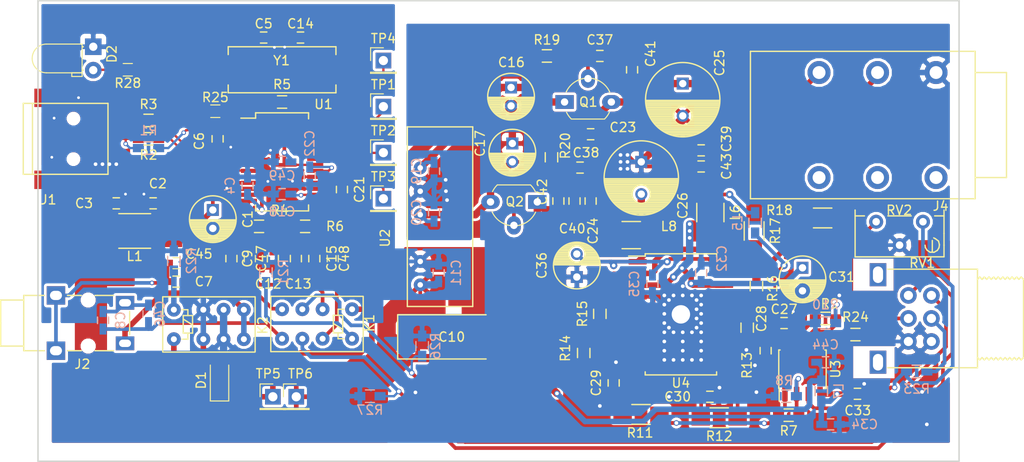
<source format=kicad_pcb>
(kicad_pcb (version 20170922) (host pcbnew "(2017-10-03 revision 3d1569081)-master")

(general
  (thickness 1.6)
  (drawings 5)
  (tracks 1004)
  (zones 0)
  (modules 105)
  (nets 70)
)

(page A4)
(layers
  (0 F.Cu signal)
  (31 B.Cu signal)
  (32 B.Adhes user)
  (33 F.Adhes user)
  (34 B.Paste user)
  (35 F.Paste user)
  (36 B.SilkS user)
  (37 F.SilkS user)
  (38 B.Mask user)
  (39 F.Mask user)
  (40 Dwgs.User user)
  (41 Cmts.User user)
  (42 Eco1.User user)
  (43 Eco2.User user)
  (44 Edge.Cuts user)
  (45 Margin user)
  (46 B.CrtYd user)
  (47 F.CrtYd user)
  (48 B.Fab user hide)
  (49 F.Fab user hide)
)


(general
  (thickness 1.6)
  (drawings 5)
  (tracks 1004)
  (zones 0)
  (modules 105)
  (nets 70)
)

(page A4)
(layers
  (0 F.Cu signal)
  (31 B.Cu signal)
  (32 B.Adhes user)
  (33 F.Adhes user)
  (34 B.Paste user)
  (35 F.Paste user)
  (36 B.SilkS user)
  (37 F.SilkS user)
  (38 B.Mask user)
  (39 F.Mask user)
  (40 Dwgs.User user)
  (41 Cmts.User user)
  (42 Eco1.User user)
  (43 Eco2.User user)
  (44 Edge.Cuts user)
  (45 Margin user)
  (46 B.CrtYd user)
  (47 F.CrtYd user)
  (48 B.Fab user hide)
  (49 F.Fab user hide)
)

(setup
  (last_trace_width 0.4)
  (user_trace_width 0.2)
  (user_trace_width 0.25)
  (user_trace_width 0.6)
  (user_trace_width 0.8)
  (user_trace_width 1.5)
  (trace_clearance 0.2)
  (zone_clearance 0.3)
  (zone_45_only yes)
  (trace_min 0.2)
  (segment_width 0.2)
  (edge_width 0.15)
  (via_size 0.6)
  (via_drill 0.4)
  (via_min_size 0.4)
  (via_min_drill 0.3)
  (user_via 0.5 0.3)
  (user_via 1.3 1)
  (uvia_size 0.3)
  (uvia_drill 0.1)
  (uvias_allowed no)
  (uvia_min_size 0.2)
  (uvia_min_drill 0.1)
  (pcb_text_width 0.3)
  (pcb_text_size 1.5 1.5)
  (mod_edge_width 0.15)
  (mod_text_size 1 1)
  (mod_text_width 0.15)
  (pad_size 3 4)
  (pad_drill 0)
  (pad_to_mask_clearance 0.2)
  (aux_axis_origin 0 0)
  (visible_elements FFFFFFFF)
  (pcbplotparams
    (layerselection 0x010f0_80000001)
    (usegerberextensions true)
    (usegerberattributes true)
    (usegerberadvancedattributes true)
    (creategerberjobfile true)
    (excludeedgelayer true)
    (linewidth 0.100000)
    (plotframeref false)
    (viasonmask false)
    (mode 1)
    (useauxorigin false)
    (hpglpennumber 1)
    (hpglpenspeed 20)
    (hpglpendiameter 15)
    (psnegative false)
    (psa4output false)
    (plotreference true)
    (plotvalue false)
    (plotinvisibletext false)
    (padsonsilk false)
    (subtractmaskfromsilk false)
    (outputformat 1)
    (mirror false)
    (drillshape 0)
    (scaleselection 1)
    (outputdirectory gerber/))
)

(net 0 "")
(net 1 Earth)
(net 2 "Net-(C1-Pad1)")
(net 3 +5V)
(net 4 "Net-(C4-Pad2)")
(net 5 "Net-(C5-Pad1)")
(net 6 +3V3)
(net 7 /LUSB)
(net 8 "Net-(C12-Pad1)")
(net 9 "Net-(C13-Pad2)")
(net 10 "Net-(C14-Pad1)")
(net 11 /RUSB)
(net 12 "Net-(C15-Pad1)")
(net 13 GNDPWR)
(net 14 "Net-(C16-Pad1)")
(net 15 "Net-(C17-Pad2)")
(net 16 "Net-(C18-Pad2)")
(net 17 "Net-(C21-Pad1)")
(net 18 "Net-(C22-Pad2)")
(net 19 +12V)
(net 20 -12V)
(net 21 "Net-(C27-Pad1)")
(net 22 "Net-(C29-Pad1)")
(net 23 "Net-(C30-Pad1)")
(net 24 "Net-(C31-Pad1)")
(net 25 "Net-(C33-Pad2)")
(net 26 "Net-(C35-Pad2)")
(net 27 "Net-(D1-Pad1)")
(net 28 "Net-(J1-Pad4)")
(net 29 /D+)
(net 30 /D-)
(net 31 GNDA)
(net 32 "Net-(J4-Pad4)")
(net 33 "Net-(J4-Pad6)")
(net 34 "Net-(J4-Pad5)")
(net 35 "Net-(J4-Pad2)")
(net 36 "Net-(J4-Pad3)")
(net 37 "Net-(K1-Pad6)")
(net 38 "Net-(K1-Pad3)")
(net 39 "Net-(R2-Pad2)")
(net 40 "Net-(R3-Pad1)")
(net 41 "Net-(R7-Pad2)")
(net 42 "Net-(R11-Pad2)")
(net 43 "Net-(R10-Pad2)")
(net 44 "Net-(R12-Pad2)")
(net 45 "Net-(R13-Pad2)")
(net 46 "Net-(R14-Pad1)")
(net 47 "Net-(R15-Pad2)")
(net 48 "Net-(R16-Pad1)")
(net 49 "Net-(TP1-Pad1)")
(net 50 "Net-(TP2-Pad1)")
(net 51 "Net-(TP3-Pad1)")
(net 52 "Net-(U1-Pad5)")
(net 53 "Net-(U1-Pad2)")
(net 54 "Net-(C37-Pad1)")
(net 55 "Net-(C38-Pad1)")
(net 56 "Net-(R23-Pad2)")
(net 57 "Net-(R23-Pad1)")
(net 58 "Net-(R24-Pad2)")
(net 59 "Net-(R24-Pad1)")
(net 60 "Net-(C45-Pad2)")
(net 61 "Net-(C45-Pad1)")
(net 62 "Net-(C46-Pad2)")
(net 63 "Net-(C46-Pad1)")
(net 64 "Net-(C47-Pad1)")
(net 65 "Net-(D2-Pad2)")
(net 66 "Net-(K1-Pad8)")
(net 67 "Net-(K2-Pad8)")
(net 68 "Net-(R25-Pad1)")
(net 69 /SSPND)

(net_class Default "This is the default net class."
  (clearance 0.2)
  (trace_width 0.4)
  (via_dia 0.6)
  (via_drill 0.4)
  (uvia_dia 0.3)
  (uvia_drill 0.1)
  (add_net +12V)
  (add_net +3V3)
  (add_net +5V)
  (add_net -12V)
  (add_net /D+)
  (add_net /D-)
  (add_net /LUSB)
  (add_net /RUSB)
  (add_net /SSPND)
  (add_net Earth)
  (add_net GNDA)
  (add_net GNDPWR)
  (add_net "Net-(C1-Pad1)")
  (add_net "Net-(C12-Pad1)")
  (add_net "Net-(C13-Pad2)")
  (add_net "Net-(C14-Pad1)")
  (add_net "Net-(C15-Pad1)")
  (add_net "Net-(C16-Pad1)")
  (add_net "Net-(C17-Pad2)")
  (add_net "Net-(C18-Pad2)")
  (add_net "Net-(C21-Pad1)")
  (add_net "Net-(C22-Pad2)")
  (add_net "Net-(C27-Pad1)")
  (add_net "Net-(C29-Pad1)")
  (add_net "Net-(C30-Pad1)")
  (add_net "Net-(C31-Pad1)")
  (add_net "Net-(C33-Pad2)")
  (add_net "Net-(C35-Pad2)")
  (add_net "Net-(C37-Pad1)")
  (add_net "Net-(C38-Pad1)")
  (add_net "Net-(C4-Pad2)")
  (add_net "Net-(C45-Pad1)")
  (add_net "Net-(C45-Pad2)")
  (add_net "Net-(C46-Pad1)")
  (add_net "Net-(C46-Pad2)")
  (add_net "Net-(C47-Pad1)")
  (add_net "Net-(C5-Pad1)")
  (add_net "Net-(D1-Pad1)")
  (add_net "Net-(D2-Pad2)")
  (add_net "Net-(J1-Pad4)")
  (add_net "Net-(J4-Pad2)")
  (add_net "Net-(J4-Pad3)")
  (add_net "Net-(J4-Pad4)")
  (add_net "Net-(J4-Pad5)")
  (add_net "Net-(J4-Pad6)")
  (add_net "Net-(K1-Pad3)")
  (add_net "Net-(K1-Pad6)")
  (add_net "Net-(K1-Pad8)")
  (add_net "Net-(K2-Pad8)")
  (add_net "Net-(R10-Pad2)")
  (add_net "Net-(R11-Pad2)")
  (add_net "Net-(R12-Pad2)")
  (add_net "Net-(R13-Pad2)")
  (add_net "Net-(R14-Pad1)")
  (add_net "Net-(R15-Pad2)")
  (add_net "Net-(R16-Pad1)")
  (add_net "Net-(R2-Pad2)")
  (add_net "Net-(R23-Pad1)")
  (add_net "Net-(R23-Pad2)")
  (add_net "Net-(R24-Pad1)")
  (add_net "Net-(R24-Pad2)")
  (add_net "Net-(R25-Pad1)")
  (add_net "Net-(R3-Pad1)")
  (add_net "Net-(R7-Pad2)")
  (add_net "Net-(TP1-Pad1)")
  (add_net "Net-(TP2-Pad1)")
  (add_net "Net-(TP3-Pad1)")
  (add_net "Net-(U1-Pad2)")
  (add_net "Net-(U1-Pad5)")
)

  (module smd:SOIC-20W_ThermalPad (layer F.Cu) (tedit 59D3B7C6) (tstamp 5978A9E9)
    (at 82.8 47.555)
    (descr "20-Lead Plastic Small Outline (SO) - Wide, 7.50 mm Body [SOIC] (see Microchip Packaging Specification 00000049BS.pdf)")
    (tags "SOIC 1.27")
    (path /5936C2F8)
    (attr smd)
    (fp_text reference U4 (at 0 7.445) (layer F.SilkS)
      (effects (font (size 1 1) (thickness 0.15)))
    )
    (fp_text value TPA6120 (at 0 7.5) (layer F.Fab)
      (effects (font (size 1 1) (thickness 0.15)))
    )
    (fp_line (start -3.875 -6.325) (end -5.675 -6.325) (layer F.SilkS) (width 0.15))
    (fp_line (start -3.875 6.575) (end 3.875 6.575) (layer F.SilkS) (width 0.15))
    (fp_line (start -3.875 -6.575) (end 3.875 -6.575) (layer F.SilkS) (width 0.15))
    (fp_line (start -3.875 6.575) (end -3.875 6.24) (layer F.SilkS) (width 0.15))
    (fp_line (start 3.875 6.575) (end 3.875 6.24) (layer F.SilkS) (width 0.15))
    (fp_line (start 3.875 -6.575) (end 3.875 -6.24) (layer F.SilkS) (width 0.15))
    (fp_line (start -3.875 -6.575) (end -3.875 -6.325) (layer F.SilkS) (width 0.15))
    (fp_line (start -5.95 6.75) (end 5.95 6.75) (layer F.CrtYd) (width 0.05))
    (fp_line (start -5.95 -6.75) (end 5.95 -6.75) (layer F.CrtYd) (width 0.05))
    (fp_line (start 5.95 -6.75) (end 5.95 6.75) (layer F.CrtYd) (width 0.05))
    (fp_line (start -5.95 -6.75) (end -5.95 6.75) (layer F.CrtYd) (width 0.05))
    (fp_line (start -3.75 -5.4) (end -2.75 -6.4) (layer F.Fab) (width 0.15))
    (fp_line (start -3.75 6.4) (end -3.75 -5.4) (layer F.Fab) (width 0.15))
    (fp_line (start 3.75 6.4) (end -3.75 6.4) (layer F.Fab) (width 0.15))
    (fp_line (start 3.75 -6.4) (end 3.75 6.4) (layer F.Fab) (width 0.15))
    (fp_line (start -2.75 -6.4) (end 3.75 -6.4) (layer F.Fab) (width 0.15))
    (pad 20 smd rect (at 4.7 -5.715) (size 1.95 0.6) (layers F.Cu F.Paste F.Mask)
      (net 26 "Net-(C35-Pad2)"))
    (pad 19 smd rect (at 4.7 -4.445) (size 1.95 0.6) (layers F.Cu F.Paste F.Mask)
      (net 48 "Net-(R16-Pad1)"))
    (pad 18 smd rect (at 4.7 -3.175) (size 1.95 0.6) (layers F.Cu F.Paste F.Mask)
      (net 24 "Net-(C31-Pad1)"))
    (pad 17 smd rect (at 4.7 -1.905) (size 1.95 0.6) (layers F.Cu F.Paste F.Mask)
      (net 23 "Net-(C30-Pad1)"))
    (pad 16 smd rect (at 4.7 -0.635) (size 1.95 0.6) (layers F.Cu F.Paste F.Mask)
      (net 45 "Net-(R13-Pad2)"))
    (pad 15 smd rect (at 4.7 0.635) (size 1.95 0.6) (layers F.Cu F.Paste F.Mask))
    (pad 14 smd rect (at 4.7 1.905) (size 1.95 0.6) (layers F.Cu F.Paste F.Mask))
    (pad 13 smd rect (at 4.7 3.175) (size 1.95 0.6) (layers F.Cu F.Paste F.Mask))
    (pad 12 smd rect (at 4.7 4.445) (size 1.95 0.6) (layers F.Cu F.Paste F.Mask))
    (pad 11 smd rect (at 4.7 5.715) (size 1.95 0.6) (layers F.Cu F.Paste F.Mask))
    (pad 10 smd rect (at -4.7 5.715) (size 1.95 0.6) (layers F.Cu F.Paste F.Mask))
    (pad 9 smd rect (at -4.7 4.445) (size 1.95 0.6) (layers F.Cu F.Paste F.Mask))
    (pad 8 smd rect (at -4.7 3.175) (size 1.95 0.6) (layers F.Cu F.Paste F.Mask))
    (pad 7 smd rect (at -4.7 1.905) (size 1.95 0.6) (layers F.Cu F.Paste F.Mask))
    (pad 6 smd rect (at -4.7 0.635) (size 1.95 0.6) (layers F.Cu F.Paste F.Mask))
    (pad 5 smd rect (at -4.7 -0.635) (size 1.95 0.6) (layers F.Cu F.Paste F.Mask)
      (net 46 "Net-(R14-Pad1)"))
    (pad 4 smd rect (at -4.7 -1.905) (size 1.95 0.6) (layers F.Cu F.Paste F.Mask)
      (net 22 "Net-(C29-Pad1)"))
    (pad 3 smd rect (at -4.7 -3.175) (size 1.95 0.6) (layers F.Cu F.Paste F.Mask)
      (net 24 "Net-(C31-Pad1)"))
    (pad 2 smd rect (at -4.7 -4.445) (size 1.95 0.6) (layers F.Cu F.Paste F.Mask)
      (net 47 "Net-(R15-Pad2)"))
    (pad 1 smd rect (at -4.7 -5.715) (size 1.95 0.6) (layers F.Cu F.Paste F.Mask)
      (net 26 "Net-(C35-Pad2)"))
    (pad 21 smd rect (at 0 0) (size 3 4) (layers F.Cu F.Paste F.Mask)
      (net 13 GNDPWR) (zone_connect 2))
    (model Housings_SOIC.3dshapes/SOIC-20_7.5x12.8mm_Pitch1.27mm.wrl
      (at (xyz 0 0 0))
      (scale (xyz 1 1 1))
      (rotate (xyz 0 0 0))
    )
  )

  (module Capacitors_THT:C_Radial_D8_L11.5_P3.5 (layer F.Cu) (tedit 0) (tstamp 5978A803)
    (at 83 22.5 270)
    (descr "Radial Electrolytic Capacitor Diameter 8mm x Length 11.5mm, Pitch 3.5mm")
    (tags "Electrolytic Capacitor")
    (path /593064DB)
    (fp_text reference C25 (at -2.25 -4 270) (layer F.SilkS)
      (effects (font (size 1 1) (thickness 0.15)))
    )
    (fp_text value 100u (at 1.75 5.3 270) (layer F.Fab)
      (effects (font (size 1 1) (thickness 0.15)))
    )
    (fp_circle (center 1.75 0) (end 1.75 -4.3) (layer F.CrtYd) (width 0.05))
    (fp_circle (center 1.75 0) (end 1.75 -4.0375) (layer F.SilkS) (width 0.15))
    (fp_circle (center 3.5 0) (end 3.5 -1) (layer F.SilkS) (width 0.15))
    (fp_line (start 5.745 -0.2) (end 5.745 0.2) (layer F.SilkS) (width 0.15))
    (fp_line (start 5.605 -1.067) (end 5.605 1.067) (layer F.SilkS) (width 0.15))
    (fp_line (start 5.465 -1.483) (end 5.465 1.483) (layer F.SilkS) (width 0.15))
    (fp_line (start 5.325 -1.794) (end 5.325 1.794) (layer F.SilkS) (width 0.15))
    (fp_line (start 5.185 -2.05) (end 5.185 2.05) (layer F.SilkS) (width 0.15))
    (fp_line (start 5.045 -2.268) (end 5.045 2.268) (layer F.SilkS) (width 0.15))
    (fp_line (start 4.905 -2.459) (end 4.905 2.459) (layer F.SilkS) (width 0.15))
    (fp_line (start 4.765 -2.629) (end 4.765 2.629) (layer F.SilkS) (width 0.15))
    (fp_line (start 4.625 -2.781) (end 4.625 2.781) (layer F.SilkS) (width 0.15))
    (fp_line (start 4.485 0.173) (end 4.485 2.919) (layer F.SilkS) (width 0.15))
    (fp_line (start 4.485 -2.919) (end 4.485 -0.173) (layer F.SilkS) (width 0.15))
    (fp_line (start 4.345 0.535) (end 4.345 3.044) (layer F.SilkS) (width 0.15))
    (fp_line (start 4.345 -3.044) (end 4.345 -0.535) (layer F.SilkS) (width 0.15))
    (fp_line (start 4.205 0.709) (end 4.205 3.158) (layer F.SilkS) (width 0.15))
    (fp_line (start 4.205 -3.158) (end 4.205 -0.709) (layer F.SilkS) (width 0.15))
    (fp_line (start 4.065 0.825) (end 4.065 3.262) (layer F.SilkS) (width 0.15))
    (fp_line (start 4.065 -3.262) (end 4.065 -0.825) (layer F.SilkS) (width 0.15))
    (fp_line (start 3.925 0.905) (end 3.925 3.357) (layer F.SilkS) (width 0.15))
    (fp_line (start 3.925 -3.357) (end 3.925 -0.905) (layer F.SilkS) (width 0.15))
    (fp_line (start 3.785 0.959) (end 3.785 3.444) (layer F.SilkS) (width 0.15))
    (fp_line (start 3.785 -3.444) (end 3.785 -0.959) (layer F.SilkS) (width 0.15))
    (fp_line (start 3.645 0.989) (end 3.645 3.523) (layer F.SilkS) (width 0.15))
    (fp_line (start 3.645 -3.523) (end 3.645 -0.989) (layer F.SilkS) (width 0.15))
    (fp_line (start 3.505 1) (end 3.505 3.594) (layer F.SilkS) (width 0.15))
    (fp_line (start 3.505 -3.594) (end 3.505 -1) (layer F.SilkS) (width 0.15))
    (fp_line (start 3.365 0.991) (end 3.365 3.659) (layer F.SilkS) (width 0.15))
    (fp_line (start 3.365 -3.659) (end 3.365 -0.991) (layer F.SilkS) (width 0.15))
    (fp_line (start 3.225 0.961) (end 3.225 3.718) (layer F.SilkS) (width 0.15))
    (fp_line (start 3.225 -3.718) (end 3.225 -0.961) (layer F.SilkS) (width 0.15))
    (fp_line (start 3.085 0.91) (end 3.085 3.771) (layer F.SilkS) (width 0.15))
    (fp_line (start 3.085 -3.771) (end 3.085 -0.91) (layer F.SilkS) (width 0.15))
    (fp_line (start 2.945 0.832) (end 2.945 3.817) (layer F.SilkS) (width 0.15))
    (fp_line (start 2.945 -3.817) (end 2.945 -0.832) (layer F.SilkS) (width 0.15))
    (fp_line (start 2.805 0.719) (end 2.805 3.858) (layer F.SilkS) (width 0.15))
    (fp_line (start 2.805 -3.858) (end 2.805 -0.719) (layer F.SilkS) (width 0.15))
    (fp_line (start 2.665 0.55) (end 2.665 3.894) (layer F.SilkS) (width 0.15))
    (fp_line (start 2.665 -3.894) (end 2.665 -0.55) (layer F.SilkS) (width 0.15))
    (fp_line (start 2.525 0.222) (end 2.525 3.924) (layer F.SilkS) (width 0.15))
    (fp_line (start 2.525 -3.924) (end 2.525 -0.222) (layer F.SilkS) (width 0.15))
    (fp_line (start 2.385 -3.949) (end 2.385 3.949) (layer F.SilkS) (width 0.15))
    (fp_line (start 2.245 -3.969) (end 2.245 3.969) (layer F.SilkS) (width 0.15))
    (fp_line (start 2.105 -3.984) (end 2.105 3.984) (layer F.SilkS) (width 0.15))
    (fp_line (start 1.965 -3.994) (end 1.965 3.994) (layer F.SilkS) (width 0.15))
    (fp_line (start 1.825 -3.999) (end 1.825 3.999) (layer F.SilkS) (width 0.15))
    (pad 1 thru_hole rect (at 0 0 270) (size 1.3 1.3) (drill 0.8) (layers *.Cu *.Mask)
      (net 19 +12V))
    (pad 2 thru_hole circle (at 3.5 0 270) (size 1.3 1.3) (drill 0.8) (layers *.Cu *.Mask)
      (net 13 GNDPWR))
    (model Capacitors_ThroughHole.3dshapes/C_Radial_D8_L11.5_P3.5.wrl
      (at (xyz 0 0 0))
      (scale (xyz 1 1 1))
      (rotate (xyz 0 0 0))
    )
  )

  (module Connectors:USB_Mini-B (layer F.Cu) (tedit 5543E571) (tstamp 5978A85A)
    (at 16 28.5)
    (descr "USB Mini-B 5-pin SMD connector")
    (tags "USB USB_B USB_Mini connector")
    (path /5976A1B4)
    (attr smd)
    (fp_text reference J1 (at -1.85 6.61) (layer F.SilkS)
      (effects (font (size 1 1) (thickness 0.15)))
    )
    (fp_text value USB_OTG (at 0 -7.0993) (layer F.Fab)
      (effects (font (size 1 1) (thickness 0.15)))
    )
    (fp_line (start 4.59994 -3.85064) (end -4.59994 -3.85064) (layer F.SilkS) (width 0.15))
    (fp_line (start 4.59994 3.85064) (end 4.59994 -3.85064) (layer F.SilkS) (width 0.15))
    (fp_line (start -4.59994 3.85064) (end 4.59994 3.85064) (layer F.SilkS) (width 0.15))
    (fp_line (start -4.59994 -3.85064) (end -4.59994 3.85064) (layer F.SilkS) (width 0.15))
    (fp_line (start -3.59918 -3.85064) (end -3.59918 3.85064) (layer F.SilkS) (width 0.15))
    (fp_line (start -4.85 5.7) (end -4.85 -5.7) (layer F.CrtYd) (width 0.05))
    (fp_line (start 4.85 5.7) (end -4.85 5.7) (layer F.CrtYd) (width 0.05))
    (fp_line (start 4.85 -5.7) (end 4.85 5.7) (layer F.CrtYd) (width 0.05))
    (fp_line (start -4.85 -5.7) (end 4.85 -5.7) (layer F.CrtYd) (width 0.05))
    (pad "" np_thru_hole circle (at 0.8509 2.19964) (size 0.89916 0.89916) (drill 0.89916) (layers *.Cu *.Mask))
    (pad "" np_thru_hole circle (at 0.8509 -2.19964) (size 0.89916 0.89916) (drill 0.89916) (layers *.Cu *.Mask))
    (pad 6 smd rect (at -2.14884 4.45008) (size 2.49936 1.99898) (layers F.Cu F.Paste F.Mask)
      (net 1 Earth))
    (pad 6 smd rect (at 3.35026 4.45008) (size 2.49936 1.99898) (layers F.Cu F.Paste F.Mask)
      (net 1 Earth))
    (pad 6 smd rect (at -2.14884 -4.45008) (size 2.49936 1.99898) (layers F.Cu F.Paste F.Mask)
      (net 1 Earth))
    (pad 6 smd rect (at 3.35026 -4.45008) (size 2.49936 1.99898) (layers F.Cu F.Paste F.Mask)
      (net 1 Earth))
    (pad 5 smd rect (at 3.44932 1.6002) (size 2.30124 0.50038) (layers F.Cu F.Paste F.Mask)
      (net 1 Earth))
    (pad 4 smd rect (at 3.44932 0.8001) (size 2.30124 0.50038) (layers F.Cu F.Paste F.Mask)
      (net 28 "Net-(J1-Pad4)"))
    (pad 3 smd rect (at 3.44932 0) (size 2.30124 0.50038) (layers F.Cu F.Paste F.Mask)
      (net 29 /D+))
    (pad 2 smd rect (at 3.44932 -0.8001) (size 2.30124 0.50038) (layers F.Cu F.Paste F.Mask)
      (net 30 /D-))
    (pad 1 smd rect (at 3.44932 -1.6002) (size 2.30124 0.50038) (layers F.Cu F.Paste F.Mask)
      (net 3 +5V))
  )

  (module Capacitors_THT:C_Radial_D5_L11_P2 (layer F.Cu) (tedit 0) (tstamp 5978A773)
    (at 31.98 36.22 270)
    (descr "Radial Electrolytic Capacitor 5mm x Length 11mm, Pitch 2mm")
    (tags "Electrolytic Capacitor")
    (path /5934B839)
    (fp_text reference C1 (at 1 -3.8 270) (layer F.SilkS)
      (effects (font (size 1 1) (thickness 0.15)))
    )
    (fp_text value 10u (at 1 3.8 270) (layer F.Fab)
      (effects (font (size 1 1) (thickness 0.15)))
    )
    (fp_circle (center 1 0) (end 1 -2.8) (layer F.CrtYd) (width 0.05))
    (fp_circle (center 1 0) (end 1 -2.5375) (layer F.SilkS) (width 0.15))
    (fp_circle (center 2 0) (end 2 -0.8) (layer F.SilkS) (width 0.15))
    (fp_line (start 3.455 -0.472) (end 3.455 0.472) (layer F.SilkS) (width 0.15))
    (fp_line (start 3.315 -0.944) (end 3.315 0.944) (layer F.SilkS) (width 0.15))
    (fp_line (start 3.175 -1.233) (end 3.175 1.233) (layer F.SilkS) (width 0.15))
    (fp_line (start 3.035 -1.452) (end 3.035 1.452) (layer F.SilkS) (width 0.15))
    (fp_line (start 2.895 -1.631) (end 2.895 1.631) (layer F.SilkS) (width 0.15))
    (fp_line (start 2.755 0.265) (end 2.755 1.78) (layer F.SilkS) (width 0.15))
    (fp_line (start 2.755 -1.78) (end 2.755 -0.265) (layer F.SilkS) (width 0.15))
    (fp_line (start 2.615 0.512) (end 2.615 1.908) (layer F.SilkS) (width 0.15))
    (fp_line (start 2.615 -1.908) (end 2.615 -0.512) (layer F.SilkS) (width 0.15))
    (fp_line (start 2.475 0.644) (end 2.475 2.019) (layer F.SilkS) (width 0.15))
    (fp_line (start 2.475 -2.019) (end 2.475 -0.644) (layer F.SilkS) (width 0.15))
    (fp_line (start 2.335 0.726) (end 2.335 2.114) (layer F.SilkS) (width 0.15))
    (fp_line (start 2.335 -2.114) (end 2.335 -0.726) (layer F.SilkS) (width 0.15))
    (fp_line (start 2.195 0.776) (end 2.195 2.196) (layer F.SilkS) (width 0.15))
    (fp_line (start 2.195 -2.196) (end 2.195 -0.776) (layer F.SilkS) (width 0.15))
    (fp_line (start 2.055 0.798) (end 2.055 2.266) (layer F.SilkS) (width 0.15))
    (fp_line (start 2.055 -2.266) (end 2.055 -0.798) (layer F.SilkS) (width 0.15))
    (fp_line (start 1.915 0.795) (end 1.915 2.327) (layer F.SilkS) (width 0.15))
    (fp_line (start 1.915 -2.327) (end 1.915 -0.795) (layer F.SilkS) (width 0.15))
    (fp_line (start 1.775 0.768) (end 1.775 2.377) (layer F.SilkS) (width 0.15))
    (fp_line (start 1.775 -2.377) (end 1.775 -0.768) (layer F.SilkS) (width 0.15))
    (fp_line (start 1.635 0.712) (end 1.635 2.418) (layer F.SilkS) (width 0.15))
    (fp_line (start 1.635 -2.418) (end 1.635 -0.712) (layer F.SilkS) (width 0.15))
    (fp_line (start 1.495 0.62) (end 1.495 2.451) (layer F.SilkS) (width 0.15))
    (fp_line (start 1.495 -2.451) (end 1.495 -0.62) (layer F.SilkS) (width 0.15))
    (fp_line (start 1.355 0.473) (end 1.355 2.475) (layer F.SilkS) (width 0.15))
    (fp_line (start 1.355 -2.475) (end 1.355 -0.473) (layer F.SilkS) (width 0.15))
    (fp_line (start 1.215 0.154) (end 1.215 2.491) (layer F.SilkS) (width 0.15))
    (fp_line (start 1.215 -2.491) (end 1.215 -0.154) (layer F.SilkS) (width 0.15))
    (fp_line (start 1.075 -2.499) (end 1.075 2.499) (layer F.SilkS) (width 0.15))
    (pad 2 thru_hole circle (at 2 0 270) (size 1.3 1.3) (drill 0.8) (layers *.Cu *.Mask)
      (net 1 Earth))
    (pad 1 thru_hole rect (at 0 0 270) (size 1.3 1.3) (drill 0.8) (layers *.Cu *.Mask)
      (net 2 "Net-(C1-Pad1)"))
    (model Capacitors_ThroughHole.3dshapes/C_Radial_D5_L11_P2.wrl
      (at (xyz 0 0 0))
      (scale (xyz 1 1 1))
      (rotate (xyz 0 0 0))
    )
  )

  (module Capacitors_SMD:C_0603_HandSoldering (layer F.Cu) (tedit 541A9B4D) (tstamp 5978A779)
    (at 25.5 35.5)
    (descr "Capacitor SMD 0603, hand soldering")
    (tags "capacitor 0603")
    (path /5934BF3E)
    (attr smd)
    (fp_text reference C2 (at 0.51 -2.14) (layer F.SilkS)
      (effects (font (size 1 1) (thickness 0.15)))
    )
    (fp_text value 100n (at 0 1.9) (layer F.Fab)
      (effects (font (size 1 1) (thickness 0.15)))
    )
    (fp_line (start 0.35 0.6) (end -0.35 0.6) (layer F.SilkS) (width 0.15))
    (fp_line (start -0.35 -0.6) (end 0.35 -0.6) (layer F.SilkS) (width 0.15))
    (fp_line (start 1.85 -0.75) (end 1.85 0.75) (layer F.CrtYd) (width 0.05))
    (fp_line (start -1.85 -0.75) (end -1.85 0.75) (layer F.CrtYd) (width 0.05))
    (fp_line (start -1.85 0.75) (end 1.85 0.75) (layer F.CrtYd) (width 0.05))
    (fp_line (start -1.85 -0.75) (end 1.85 -0.75) (layer F.CrtYd) (width 0.05))
    (fp_line (start -0.8 -0.4) (end 0.8 -0.4) (layer F.Fab) (width 0.15))
    (fp_line (start 0.8 -0.4) (end 0.8 0.4) (layer F.Fab) (width 0.15))
    (fp_line (start 0.8 0.4) (end -0.8 0.4) (layer F.Fab) (width 0.15))
    (fp_line (start -0.8 0.4) (end -0.8 -0.4) (layer F.Fab) (width 0.15))
    (pad 2 smd rect (at 0.95 0) (size 1.2 0.75) (layers F.Cu F.Paste F.Mask)
      (net 2 "Net-(C1-Pad1)"))
    (pad 1 smd rect (at -0.95 0) (size 1.2 0.75) (layers F.Cu F.Paste F.Mask)
      (net 1 Earth))
    (model Capacitors_SMD.3dshapes/C_0603_HandSoldering.wrl
      (at (xyz 0 0 0))
      (scale (xyz 1 1 1))
      (rotate (xyz 0 0 0))
    )
  )

  (module Capacitors_SMD:C_0603_HandSoldering (layer F.Cu) (tedit 541A9B4D) (tstamp 5978A77F)
    (at 21.5 35.5)
    (descr "Capacitor SMD 0603, hand soldering")
    (tags "capacitor 0603")
    (path /59305590)
    (attr smd)
    (fp_text reference C3 (at -3.5 0) (layer F.SilkS)
      (effects (font (size 1 1) (thickness 0.15)))
    )
    (fp_text value 200n (at 0 1.9) (layer F.Fab)
      (effects (font (size 1 1) (thickness 0.15)))
    )
    (fp_line (start 0.35 0.6) (end -0.35 0.6) (layer F.SilkS) (width 0.15))
    (fp_line (start -0.35 -0.6) (end 0.35 -0.6) (layer F.SilkS) (width 0.15))
    (fp_line (start 1.85 -0.75) (end 1.85 0.75) (layer F.CrtYd) (width 0.05))
    (fp_line (start -1.85 -0.75) (end -1.85 0.75) (layer F.CrtYd) (width 0.05))
    (fp_line (start -1.85 0.75) (end 1.85 0.75) (layer F.CrtYd) (width 0.05))
    (fp_line (start -1.85 -0.75) (end 1.85 -0.75) (layer F.CrtYd) (width 0.05))
    (fp_line (start -0.8 -0.4) (end 0.8 -0.4) (layer F.Fab) (width 0.15))
    (fp_line (start 0.8 -0.4) (end 0.8 0.4) (layer F.Fab) (width 0.15))
    (fp_line (start 0.8 0.4) (end -0.8 0.4) (layer F.Fab) (width 0.15))
    (fp_line (start -0.8 0.4) (end -0.8 -0.4) (layer F.Fab) (width 0.15))
    (pad 2 smd rect (at 0.95 0) (size 1.2 0.75) (layers F.Cu F.Paste F.Mask)
      (net 1 Earth))
    (pad 1 smd rect (at -0.95 0) (size 1.2 0.75) (layers F.Cu F.Paste F.Mask)
      (net 3 +5V))
    (model Capacitors_SMD.3dshapes/C_0603_HandSoldering.wrl
      (at (xyz 0 0 0))
      (scale (xyz 1 1 1))
      (rotate (xyz 0 0 0))
    )
  )

  (module Capacitors_SMD:C_0603_HandSoldering (layer B.Cu) (tedit 541A9B4D) (tstamp 5978A785)
    (at 35.75 33.59 270)
    (descr "Capacitor SMD 0603, hand soldering")
    (tags "capacitor 0603")
    (path /5934A4BD)
    (attr smd)
    (fp_text reference C4 (at 0 1.9 270) (layer B.SilkS)
      (effects (font (size 1 1) (thickness 0.15)) (justify mirror))
    )
    (fp_text value 1u (at 0 -1.9 270) (layer B.Fab)
      (effects (font (size 1 1) (thickness 0.15)) (justify mirror))
    )
    (fp_line (start 0.35 -0.6) (end -0.35 -0.6) (layer B.SilkS) (width 0.15))
    (fp_line (start -0.35 0.6) (end 0.35 0.6) (layer B.SilkS) (width 0.15))
    (fp_line (start 1.85 0.75) (end 1.85 -0.75) (layer B.CrtYd) (width 0.05))
    (fp_line (start -1.85 0.75) (end -1.85 -0.75) (layer B.CrtYd) (width 0.05))
    (fp_line (start -1.85 -0.75) (end 1.85 -0.75) (layer B.CrtYd) (width 0.05))
    (fp_line (start -1.85 0.75) (end 1.85 0.75) (layer B.CrtYd) (width 0.05))
    (fp_line (start -0.8 0.4) (end 0.8 0.4) (layer B.Fab) (width 0.15))
    (fp_line (start 0.8 0.4) (end 0.8 -0.4) (layer B.Fab) (width 0.15))
    (fp_line (start 0.8 -0.4) (end -0.8 -0.4) (layer B.Fab) (width 0.15))
    (fp_line (start -0.8 -0.4) (end -0.8 0.4) (layer B.Fab) (width 0.15))
    (pad 2 smd rect (at 0.95 0 270) (size 1.2 0.75) (layers B.Cu B.Paste B.Mask)
      (net 4 "Net-(C4-Pad2)"))
    (pad 1 smd rect (at -0.95 0 270) (size 1.2 0.75) (layers B.Cu B.Paste B.Mask)
      (net 1 Earth))
    (model Capacitors_SMD.3dshapes/C_0603_HandSoldering.wrl
      (at (xyz 0 0 0))
      (scale (xyz 1 1 1))
      (rotate (xyz 0 0 0))
    )
  )

  (module Capacitors_SMD:C_0603_HandSoldering (layer F.Cu) (tedit 541A9B4D) (tstamp 5978A78B)
    (at 37.5 17.5)
    (descr "Capacitor SMD 0603, hand soldering")
    (tags "capacitor 0603")
    (path /59348C90)
    (attr smd)
    (fp_text reference C5 (at 0 -1.5) (layer F.SilkS)
      (effects (font (size 1 1) (thickness 0.15)))
    )
    (fp_text value 27p (at 0 1.9) (layer F.Fab)
      (effects (font (size 1 1) (thickness 0.15)))
    )
    (fp_line (start 0.35 0.6) (end -0.35 0.6) (layer F.SilkS) (width 0.15))
    (fp_line (start -0.35 -0.6) (end 0.35 -0.6) (layer F.SilkS) (width 0.15))
    (fp_line (start 1.85 -0.75) (end 1.85 0.75) (layer F.CrtYd) (width 0.05))
    (fp_line (start -1.85 -0.75) (end -1.85 0.75) (layer F.CrtYd) (width 0.05))
    (fp_line (start -1.85 0.75) (end 1.85 0.75) (layer F.CrtYd) (width 0.05))
    (fp_line (start -1.85 -0.75) (end 1.85 -0.75) (layer F.CrtYd) (width 0.05))
    (fp_line (start -0.8 -0.4) (end 0.8 -0.4) (layer F.Fab) (width 0.15))
    (fp_line (start 0.8 -0.4) (end 0.8 0.4) (layer F.Fab) (width 0.15))
    (fp_line (start 0.8 0.4) (end -0.8 0.4) (layer F.Fab) (width 0.15))
    (fp_line (start -0.8 0.4) (end -0.8 -0.4) (layer F.Fab) (width 0.15))
    (pad 2 smd rect (at 0.95 0) (size 1.2 0.75) (layers F.Cu F.Paste F.Mask)
      (net 1 Earth))
    (pad 1 smd rect (at -0.95 0) (size 1.2 0.75) (layers F.Cu F.Paste F.Mask)
      (net 5 "Net-(C5-Pad1)"))
    (model Capacitors_SMD.3dshapes/C_0603_HandSoldering.wrl
      (at (xyz 0 0 0))
      (scale (xyz 1 1 1))
      (rotate (xyz 0 0 0))
    )
  )

  (module Capacitors_SMD:C_0603_HandSoldering (layer F.Cu) (tedit 541A9B4D) (tstamp 5978A791)
    (at 32.5 28.5 90)
    (descr "Capacitor SMD 0603, hand soldering")
    (tags "capacitor 0603")
    (path /5934D473)
    (attr smd)
    (fp_text reference C6 (at -0.25 -2 270) (layer F.SilkS)
      (effects (font (size 1 1) (thickness 0.15)))
    )
    (fp_text value 100n (at 0 1.9 90) (layer F.Fab)
      (effects (font (size 1 1) (thickness 0.15)))
    )
    (fp_line (start 0.35 0.6) (end -0.35 0.6) (layer F.SilkS) (width 0.15))
    (fp_line (start -0.35 -0.6) (end 0.35 -0.6) (layer F.SilkS) (width 0.15))
    (fp_line (start 1.85 -0.75) (end 1.85 0.75) (layer F.CrtYd) (width 0.05))
    (fp_line (start -1.85 -0.75) (end -1.85 0.75) (layer F.CrtYd) (width 0.05))
    (fp_line (start -1.85 0.75) (end 1.85 0.75) (layer F.CrtYd) (width 0.05))
    (fp_line (start -1.85 -0.75) (end 1.85 -0.75) (layer F.CrtYd) (width 0.05))
    (fp_line (start -0.8 -0.4) (end 0.8 -0.4) (layer F.Fab) (width 0.15))
    (fp_line (start 0.8 -0.4) (end 0.8 0.4) (layer F.Fab) (width 0.15))
    (fp_line (start 0.8 0.4) (end -0.8 0.4) (layer F.Fab) (width 0.15))
    (fp_line (start -0.8 0.4) (end -0.8 -0.4) (layer F.Fab) (width 0.15))
    (pad 2 smd rect (at 0.95 0 90) (size 1.2 0.75) (layers F.Cu F.Paste F.Mask)
      (net 6 +3V3))
    (pad 1 smd rect (at -0.95 0 90) (size 1.2 0.75) (layers F.Cu F.Paste F.Mask)
      (net 1 Earth))
    (model Capacitors_SMD.3dshapes/C_0603_HandSoldering.wrl
      (at (xyz 0 0 0))
      (scale (xyz 1 1 1))
      (rotate (xyz 0 0 0))
    )
  )

  (module Capacitors_SMD:C_0603_HandSoldering (layer F.Cu) (tedit 541A9B4D) (tstamp 5978A797)
    (at 28 44 180)
    (descr "Capacitor SMD 0603, hand soldering")
    (tags "capacitor 0603")
    (path /5935AC3B)
    (attr smd)
    (fp_text reference C7 (at -3 0 180) (layer F.SilkS)
      (effects (font (size 1 1) (thickness 0.15)))
    )
    (fp_text value 1u (at 0 1.9 180) (layer F.Fab)
      (effects (font (size 1 1) (thickness 0.15)))
    )
    (fp_line (start 0.35 0.6) (end -0.35 0.6) (layer F.SilkS) (width 0.15))
    (fp_line (start -0.35 -0.6) (end 0.35 -0.6) (layer F.SilkS) (width 0.15))
    (fp_line (start 1.85 -0.75) (end 1.85 0.75) (layer F.CrtYd) (width 0.05))
    (fp_line (start -1.85 -0.75) (end -1.85 0.75) (layer F.CrtYd) (width 0.05))
    (fp_line (start -1.85 0.75) (end 1.85 0.75) (layer F.CrtYd) (width 0.05))
    (fp_line (start -1.85 -0.75) (end 1.85 -0.75) (layer F.CrtYd) (width 0.05))
    (fp_line (start -0.8 -0.4) (end 0.8 -0.4) (layer F.Fab) (width 0.15))
    (fp_line (start 0.8 -0.4) (end 0.8 0.4) (layer F.Fab) (width 0.15))
    (fp_line (start 0.8 0.4) (end -0.8 0.4) (layer F.Fab) (width 0.15))
    (fp_line (start -0.8 0.4) (end -0.8 -0.4) (layer F.Fab) (width 0.15))
    (pad 2 smd rect (at 0.95 0 180) (size 1.2 0.75) (layers F.Cu F.Paste F.Mask)
      (net 60 "Net-(C45-Pad2)"))
    (pad 1 smd rect (at -0.95 0 180) (size 1.2 0.75) (layers F.Cu F.Paste F.Mask)
      (net 61 "Net-(C45-Pad1)"))
    (model Capacitors_SMD.3dshapes/C_0603_HandSoldering.wrl
      (at (xyz 0 0 0))
      (scale (xyz 1 1 1))
      (rotate (xyz 0 0 0))
    )
  )

  (module Capacitors_SMD:C_0603_HandSoldering (layer B.Cu) (tedit 541A9B4D) (tstamp 5978A79D)
    (at 20.06 48.2 90)
    (descr "Capacitor SMD 0603, hand soldering")
    (tags "capacitor 0603")
    (path /5935A9B7)
    (attr smd)
    (fp_text reference C8 (at 0 1.9 90) (layer B.SilkS)
      (effects (font (size 1 1) (thickness 0.15)) (justify mirror))
    )
    (fp_text value 1u (at 0 -1.9 90) (layer B.Fab)
      (effects (font (size 1 1) (thickness 0.15)) (justify mirror))
    )
    (fp_line (start 0.35 -0.6) (end -0.35 -0.6) (layer B.SilkS) (width 0.15))
    (fp_line (start -0.35 0.6) (end 0.35 0.6) (layer B.SilkS) (width 0.15))
    (fp_line (start 1.85 0.75) (end 1.85 -0.75) (layer B.CrtYd) (width 0.05))
    (fp_line (start -1.85 0.75) (end -1.85 -0.75) (layer B.CrtYd) (width 0.05))
    (fp_line (start -1.85 -0.75) (end 1.85 -0.75) (layer B.CrtYd) (width 0.05))
    (fp_line (start -1.85 0.75) (end 1.85 0.75) (layer B.CrtYd) (width 0.05))
    (fp_line (start -0.8 0.4) (end 0.8 0.4) (layer B.Fab) (width 0.15))
    (fp_line (start 0.8 0.4) (end 0.8 -0.4) (layer B.Fab) (width 0.15))
    (fp_line (start 0.8 -0.4) (end -0.8 -0.4) (layer B.Fab) (width 0.15))
    (fp_line (start -0.8 -0.4) (end -0.8 0.4) (layer B.Fab) (width 0.15))
    (pad 2 smd rect (at 0.95 0 90) (size 1.2 0.75) (layers B.Cu B.Paste B.Mask)
      (net 62 "Net-(C46-Pad2)"))
    (pad 1 smd rect (at -0.95 0 90) (size 1.2 0.75) (layers B.Cu B.Paste B.Mask)
      (net 63 "Net-(C46-Pad1)"))
    (model Capacitors_SMD.3dshapes/C_0603_HandSoldering.wrl
      (at (xyz 0 0 0))
      (scale (xyz 1 1 1))
      (rotate (xyz 0 0 0))
    )
  )

  (module Capacitors_SMD:C_0603_HandSoldering (layer F.Cu) (tedit 541A9B4D) (tstamp 5978A7A3)
    (at 34 41.5 90)
    (descr "Capacitor SMD 0603, hand soldering")
    (tags "capacitor 0603")
    (path /593501B5)
    (attr smd)
    (fp_text reference C9 (at 0 1.75 90) (layer F.SilkS)
      (effects (font (size 1 1) (thickness 0.15)))
    )
    (fp_text value 1u (at 0 1.9 90) (layer F.Fab)
      (effects (font (size 1 1) (thickness 0.15)))
    )
    (fp_line (start 0.35 0.6) (end -0.35 0.6) (layer F.SilkS) (width 0.15))
    (fp_line (start -0.35 -0.6) (end 0.35 -0.6) (layer F.SilkS) (width 0.15))
    (fp_line (start 1.85 -0.75) (end 1.85 0.75) (layer F.CrtYd) (width 0.05))
    (fp_line (start -1.85 -0.75) (end -1.85 0.75) (layer F.CrtYd) (width 0.05))
    (fp_line (start -1.85 0.75) (end 1.85 0.75) (layer F.CrtYd) (width 0.05))
    (fp_line (start -1.85 -0.75) (end 1.85 -0.75) (layer F.CrtYd) (width 0.05))
    (fp_line (start -0.8 -0.4) (end 0.8 -0.4) (layer F.Fab) (width 0.15))
    (fp_line (start 0.8 -0.4) (end 0.8 0.4) (layer F.Fab) (width 0.15))
    (fp_line (start 0.8 0.4) (end -0.8 0.4) (layer F.Fab) (width 0.15))
    (fp_line (start -0.8 0.4) (end -0.8 -0.4) (layer F.Fab) (width 0.15))
    (pad 2 smd rect (at 0.95 0 90) (size 1.2 0.75) (layers F.Cu F.Paste F.Mask)
      (net 64 "Net-(C47-Pad1)"))
    (pad 1 smd rect (at -0.95 0 90) (size 1.2 0.75) (layers F.Cu F.Paste F.Mask)
      (net 7 /LUSB))
    (model Capacitors_SMD.3dshapes/C_0603_HandSoldering.wrl
      (at (xyz 0 0 0))
      (scale (xyz 1 1 1))
      (rotate (xyz 0 0 0))
    )
  )

  (module Capacitors_Tantalum_SMD:Tantalum_Case-D_EIA-7343-31_Hand (layer F.Cu) (tedit 57B6E980) (tstamp 5978A7A9)
    (at 58 50)
    (descr "Tantalum capacitor, Case D, EIA 7343-31, 7.3x4.3x2.8mm, Hand soldering footprint")
    (tags "capacitor tantalum smd")
    (path /593055F7)
    (attr smd)
    (fp_text reference C10 (at -0.08 0.01) (layer F.SilkS)
      (effects (font (size 1 1) (thickness 0.15)))
    )
    (fp_text value 100u (at 0 3.9) (layer F.Fab)
      (effects (font (size 1 1) (thickness 0.15)))
    )
    (fp_line (start -5.95 -2.4) (end -5.95 2.4) (layer F.SilkS) (width 0.15))
    (fp_line (start -5.95 2.4) (end 3.65 2.4) (layer F.SilkS) (width 0.15))
    (fp_line (start -5.95 -2.4) (end 3.65 -2.4) (layer F.SilkS) (width 0.15))
    (fp_line (start -2.555 -2.15) (end -2.555 2.15) (layer F.Fab) (width 0.15))
    (fp_line (start -2.92 -2.15) (end -2.92 2.15) (layer F.Fab) (width 0.15))
    (fp_line (start 3.65 -2.15) (end -3.65 -2.15) (layer F.Fab) (width 0.15))
    (fp_line (start 3.65 2.15) (end 3.65 -2.15) (layer F.Fab) (width 0.15))
    (fp_line (start -3.65 2.15) (end 3.65 2.15) (layer F.Fab) (width 0.15))
    (fp_line (start -3.65 -2.15) (end -3.65 2.15) (layer F.Fab) (width 0.15))
    (fp_line (start 6.05 -2.5) (end -6.05 -2.5) (layer F.CrtYd) (width 0.05))
    (fp_line (start 6.05 2.5) (end 6.05 -2.5) (layer F.CrtYd) (width 0.05))
    (fp_line (start -6.05 2.5) (end 6.05 2.5) (layer F.CrtYd) (width 0.05))
    (fp_line (start -6.05 -2.5) (end -6.05 2.5) (layer F.CrtYd) (width 0.05))
    (pad 2 smd rect (at 3.775 0) (size 3.75 2.7) (layers F.Cu F.Paste F.Mask)
      (net 1 Earth))
    (pad 1 smd rect (at -3.775 0) (size 3.75 2.7) (layers F.Cu F.Paste F.Mask)
      (net 3 +5V))
    (model Capacitors_Tantalum_SMD.3dshapes/Tantalum_Case-D_EIA-7343-31.wrl
      (at (xyz 0 0 0))
      (scale (xyz 1 1 1))
      (rotate (xyz 0 0 0))
    )
  )

  (module Capacitors_SMD:C_0603_HandSoldering (layer B.Cu) (tedit 541A9B4D) (tstamp 5978A7AF)
    (at 56.5 43.05 90)
    (descr "Capacitor SMD 0603, hand soldering")
    (tags "capacitor 0603")
    (path /5930565F)
    (attr smd)
    (fp_text reference C11 (at 0 1.9 90) (layer B.SilkS)
      (effects (font (size 1 1) (thickness 0.15)) (justify mirror))
    )
    (fp_text value 100n (at 0 -1.9 90) (layer B.Fab)
      (effects (font (size 1 1) (thickness 0.15)) (justify mirror))
    )
    (fp_line (start 0.35 -0.6) (end -0.35 -0.6) (layer B.SilkS) (width 0.15))
    (fp_line (start -0.35 0.6) (end 0.35 0.6) (layer B.SilkS) (width 0.15))
    (fp_line (start 1.85 0.75) (end 1.85 -0.75) (layer B.CrtYd) (width 0.05))
    (fp_line (start -1.85 0.75) (end -1.85 -0.75) (layer B.CrtYd) (width 0.05))
    (fp_line (start -1.85 -0.75) (end 1.85 -0.75) (layer B.CrtYd) (width 0.05))
    (fp_line (start -1.85 0.75) (end 1.85 0.75) (layer B.CrtYd) (width 0.05))
    (fp_line (start -0.8 0.4) (end 0.8 0.4) (layer B.Fab) (width 0.15))
    (fp_line (start 0.8 0.4) (end 0.8 -0.4) (layer B.Fab) (width 0.15))
    (fp_line (start 0.8 -0.4) (end -0.8 -0.4) (layer B.Fab) (width 0.15))
    (fp_line (start -0.8 -0.4) (end -0.8 0.4) (layer B.Fab) (width 0.15))
    (pad 2 smd rect (at 0.95 0 90) (size 1.2 0.75) (layers B.Cu B.Paste B.Mask)
      (net 1 Earth))
    (pad 1 smd rect (at -0.95 0 90) (size 1.2 0.75) (layers B.Cu B.Paste B.Mask)
      (net 3 +5V))
    (model Capacitors_SMD.3dshapes/C_0603_HandSoldering.wrl
      (at (xyz 0 0 0))
      (scale (xyz 1 1 1))
      (rotate (xyz 0 0 0))
    )
  )

  (module Capacitors_SMD:C_0603_HandSoldering (layer F.Cu) (tedit 541A9B4D) (tstamp 5978A7B5)
    (at 38.5 41.5 270)
    (descr "Capacitor SMD 0603, hand soldering")
    (tags "capacitor 0603")
    (path /5934FA03)
    (attr smd)
    (fp_text reference C12 (at 2.75 0.5 180) (layer F.SilkS)
      (effects (font (size 1 1) (thickness 0.15)))
    )
    (fp_text value 22n (at 0 1.9 270) (layer F.Fab)
      (effects (font (size 1 1) (thickness 0.15)))
    )
    (fp_line (start 0.35 0.6) (end -0.35 0.6) (layer F.SilkS) (width 0.15))
    (fp_line (start -0.35 -0.6) (end 0.35 -0.6) (layer F.SilkS) (width 0.15))
    (fp_line (start 1.85 -0.75) (end 1.85 0.75) (layer F.CrtYd) (width 0.05))
    (fp_line (start -1.85 -0.75) (end -1.85 0.75) (layer F.CrtYd) (width 0.05))
    (fp_line (start -1.85 0.75) (end 1.85 0.75) (layer F.CrtYd) (width 0.05))
    (fp_line (start -1.85 -0.75) (end 1.85 -0.75) (layer F.CrtYd) (width 0.05))
    (fp_line (start -0.8 -0.4) (end 0.8 -0.4) (layer F.Fab) (width 0.15))
    (fp_line (start 0.8 -0.4) (end 0.8 0.4) (layer F.Fab) (width 0.15))
    (fp_line (start 0.8 0.4) (end -0.8 0.4) (layer F.Fab) (width 0.15))
    (fp_line (start -0.8 0.4) (end -0.8 -0.4) (layer F.Fab) (width 0.15))
    (pad 2 smd rect (at 0.95 0 270) (size 1.2 0.75) (layers F.Cu F.Paste F.Mask)
      (net 1 Earth))
    (pad 1 smd rect (at -0.95 0 270) (size 1.2 0.75) (layers F.Cu F.Paste F.Mask)
      (net 8 "Net-(C12-Pad1)"))
    (model Capacitors_SMD.3dshapes/C_0603_HandSoldering.wrl
      (at (xyz 0 0 0))
      (scale (xyz 1 1 1))
      (rotate (xyz 0 0 0))
    )
  )

  (module Capacitors_SMD:C_0603_HandSoldering (layer F.Cu) (tedit 541A9B4D) (tstamp 5978A7BB)
    (at 41 41.5 90)
    (descr "Capacitor SMD 0603, hand soldering")
    (tags "capacitor 0603")
    (path /5934F029)
    (attr smd)
    (fp_text reference C13 (at -2.75 0.25) (layer F.SilkS)
      (effects (font (size 1 1) (thickness 0.15)))
    )
    (fp_text value 22n (at 0 1.9 90) (layer F.Fab)
      (effects (font (size 1 1) (thickness 0.15)))
    )
    (fp_line (start 0.35 0.6) (end -0.35 0.6) (layer F.SilkS) (width 0.15))
    (fp_line (start -0.35 -0.6) (end 0.35 -0.6) (layer F.SilkS) (width 0.15))
    (fp_line (start 1.85 -0.75) (end 1.85 0.75) (layer F.CrtYd) (width 0.05))
    (fp_line (start -1.85 -0.75) (end -1.85 0.75) (layer F.CrtYd) (width 0.05))
    (fp_line (start -1.85 0.75) (end 1.85 0.75) (layer F.CrtYd) (width 0.05))
    (fp_line (start -1.85 -0.75) (end 1.85 -0.75) (layer F.CrtYd) (width 0.05))
    (fp_line (start -0.8 -0.4) (end 0.8 -0.4) (layer F.Fab) (width 0.15))
    (fp_line (start 0.8 -0.4) (end 0.8 0.4) (layer F.Fab) (width 0.15))
    (fp_line (start 0.8 0.4) (end -0.8 0.4) (layer F.Fab) (width 0.15))
    (fp_line (start -0.8 0.4) (end -0.8 -0.4) (layer F.Fab) (width 0.15))
    (pad 2 smd rect (at 0.95 0 90) (size 1.2 0.75) (layers F.Cu F.Paste F.Mask)
      (net 9 "Net-(C13-Pad2)"))
    (pad 1 smd rect (at -0.95 0 90) (size 1.2 0.75) (layers F.Cu F.Paste F.Mask)
      (net 1 Earth))
    (model Capacitors_SMD.3dshapes/C_0603_HandSoldering.wrl
      (at (xyz 0 0 0))
      (scale (xyz 1 1 1))
      (rotate (xyz 0 0 0))
    )
  )

  (module Capacitors_SMD:C_0603_HandSoldering (layer F.Cu) (tedit 541A9B4D) (tstamp 5978A7C1)
    (at 41.5 17.5 180)
    (descr "Capacitor SMD 0603, hand soldering")
    (tags "capacitor 0603")
    (path /59348F37)
    (attr smd)
    (fp_text reference C14 (at 0 1.5 180) (layer F.SilkS)
      (effects (font (size 1 1) (thickness 0.15)))
    )
    (fp_text value 27p (at 0 1.9 180) (layer F.Fab)
      (effects (font (size 1 1) (thickness 0.15)))
    )
    (fp_line (start 0.35 0.6) (end -0.35 0.6) (layer F.SilkS) (width 0.15))
    (fp_line (start -0.35 -0.6) (end 0.35 -0.6) (layer F.SilkS) (width 0.15))
    (fp_line (start 1.85 -0.75) (end 1.85 0.75) (layer F.CrtYd) (width 0.05))
    (fp_line (start -1.85 -0.75) (end -1.85 0.75) (layer F.CrtYd) (width 0.05))
    (fp_line (start -1.85 0.75) (end 1.85 0.75) (layer F.CrtYd) (width 0.05))
    (fp_line (start -1.85 -0.75) (end 1.85 -0.75) (layer F.CrtYd) (width 0.05))
    (fp_line (start -0.8 -0.4) (end 0.8 -0.4) (layer F.Fab) (width 0.15))
    (fp_line (start 0.8 -0.4) (end 0.8 0.4) (layer F.Fab) (width 0.15))
    (fp_line (start 0.8 0.4) (end -0.8 0.4) (layer F.Fab) (width 0.15))
    (fp_line (start -0.8 0.4) (end -0.8 -0.4) (layer F.Fab) (width 0.15))
    (pad 2 smd rect (at 0.95 0 180) (size 1.2 0.75) (layers F.Cu F.Paste F.Mask)
      (net 1 Earth))
    (pad 1 smd rect (at -0.95 0 180) (size 1.2 0.75) (layers F.Cu F.Paste F.Mask)
      (net 10 "Net-(C14-Pad1)"))
    (model Capacitors_SMD.3dshapes/C_0603_HandSoldering.wrl
      (at (xyz 0 0 0))
      (scale (xyz 1 1 1))
      (rotate (xyz 0 0 0))
    )
  )

  (module Capacitors_SMD:C_0603_HandSoldering (layer F.Cu) (tedit 541A9B4D) (tstamp 5978A7C7)
    (at 43 41.5 270)
    (descr "Capacitor SMD 0603, hand soldering")
    (tags "capacitor 0603")
    (path /5934F52B)
    (attr smd)
    (fp_text reference C15 (at 0 -1.9 270) (layer F.SilkS)
      (effects (font (size 1 1) (thickness 0.15)))
    )
    (fp_text value 1u (at 0 1.9 270) (layer F.Fab)
      (effects (font (size 1 1) (thickness 0.15)))
    )
    (fp_line (start 0.35 0.6) (end -0.35 0.6) (layer F.SilkS) (width 0.15))
    (fp_line (start -0.35 -0.6) (end 0.35 -0.6) (layer F.SilkS) (width 0.15))
    (fp_line (start 1.85 -0.75) (end 1.85 0.75) (layer F.CrtYd) (width 0.05))
    (fp_line (start -1.85 -0.75) (end -1.85 0.75) (layer F.CrtYd) (width 0.05))
    (fp_line (start -1.85 0.75) (end 1.85 0.75) (layer F.CrtYd) (width 0.05))
    (fp_line (start -1.85 -0.75) (end 1.85 -0.75) (layer F.CrtYd) (width 0.05))
    (fp_line (start -0.8 -0.4) (end 0.8 -0.4) (layer F.Fab) (width 0.15))
    (fp_line (start 0.8 -0.4) (end 0.8 0.4) (layer F.Fab) (width 0.15))
    (fp_line (start 0.8 0.4) (end -0.8 0.4) (layer F.Fab) (width 0.15))
    (fp_line (start -0.8 0.4) (end -0.8 -0.4) (layer F.Fab) (width 0.15))
    (pad 2 smd rect (at 0.95 0 270) (size 1.2 0.75) (layers F.Cu F.Paste F.Mask)
      (net 11 /RUSB))
    (pad 1 smd rect (at -0.95 0 270) (size 1.2 0.75) (layers F.Cu F.Paste F.Mask)
      (net 12 "Net-(C15-Pad1)"))
    (model Capacitors_SMD.3dshapes/C_0603_HandSoldering.wrl
      (at (xyz 0 0 0))
      (scale (xyz 1 1 1))
      (rotate (xyz 0 0 0))
    )
  )

  (module Capacitors_THT:C_Radial_D5_L11_P2 (layer F.Cu) (tedit 0) (tstamp 5978A7CD)
    (at 64.36 22.92 270)
    (descr "Radial Electrolytic Capacitor 5mm x Length 11mm, Pitch 2mm")
    (tags "Electrolytic Capacitor")
    (path /59305A96)
    (fp_text reference C16 (at -2.72 -0.04) (layer F.SilkS)
      (effects (font (size 1 1) (thickness 0.15)))
    )
    (fp_text value 10u (at 1 3.8 270) (layer F.Fab)
      (effects (font (size 1 1) (thickness 0.15)))
    )
    (fp_circle (center 1 0) (end 1 -2.8) (layer F.CrtYd) (width 0.05))
    (fp_circle (center 1 0) (end 1 -2.5375) (layer F.SilkS) (width 0.15))
    (fp_circle (center 2 0) (end 2 -0.8) (layer F.SilkS) (width 0.15))
    (fp_line (start 3.455 -0.472) (end 3.455 0.472) (layer F.SilkS) (width 0.15))
    (fp_line (start 3.315 -0.944) (end 3.315 0.944) (layer F.SilkS) (width 0.15))
    (fp_line (start 3.175 -1.233) (end 3.175 1.233) (layer F.SilkS) (width 0.15))
    (fp_line (start 3.035 -1.452) (end 3.035 1.452) (layer F.SilkS) (width 0.15))
    (fp_line (start 2.895 -1.631) (end 2.895 1.631) (layer F.SilkS) (width 0.15))
    (fp_line (start 2.755 0.265) (end 2.755 1.78) (layer F.SilkS) (width 0.15))
    (fp_line (start 2.755 -1.78) (end 2.755 -0.265) (layer F.SilkS) (width 0.15))
    (fp_line (start 2.615 0.512) (end 2.615 1.908) (layer F.SilkS) (width 0.15))
    (fp_line (start 2.615 -1.908) (end 2.615 -0.512) (layer F.SilkS) (width 0.15))
    (fp_line (start 2.475 0.644) (end 2.475 2.019) (layer F.SilkS) (width 0.15))
    (fp_line (start 2.475 -2.019) (end 2.475 -0.644) (layer F.SilkS) (width 0.15))
    (fp_line (start 2.335 0.726) (end 2.335 2.114) (layer F.SilkS) (width 0.15))
    (fp_line (start 2.335 -2.114) (end 2.335 -0.726) (layer F.SilkS) (width 0.15))
    (fp_line (start 2.195 0.776) (end 2.195 2.196) (layer F.SilkS) (width 0.15))
    (fp_line (start 2.195 -2.196) (end 2.195 -0.776) (layer F.SilkS) (width 0.15))
    (fp_line (start 2.055 0.798) (end 2.055 2.266) (layer F.SilkS) (width 0.15))
    (fp_line (start 2.055 -2.266) (end 2.055 -0.798) (layer F.SilkS) (width 0.15))
    (fp_line (start 1.915 0.795) (end 1.915 2.327) (layer F.SilkS) (width 0.15))
    (fp_line (start 1.915 -2.327) (end 1.915 -0.795) (layer F.SilkS) (width 0.15))
    (fp_line (start 1.775 0.768) (end 1.775 2.377) (layer F.SilkS) (width 0.15))
    (fp_line (start 1.775 -2.377) (end 1.775 -0.768) (layer F.SilkS) (width 0.15))
    (fp_line (start 1.635 0.712) (end 1.635 2.418) (layer F.SilkS) (width 0.15))
    (fp_line (start 1.635 -2.418) (end 1.635 -0.712) (layer F.SilkS) (width 0.15))
    (fp_line (start 1.495 0.62) (end 1.495 2.451) (layer F.SilkS) (width 0.15))
    (fp_line (start 1.495 -2.451) (end 1.495 -0.62) (layer F.SilkS) (width 0.15))
    (fp_line (start 1.355 0.473) (end 1.355 2.475) (layer F.SilkS) (width 0.15))
    (fp_line (start 1.355 -2.475) (end 1.355 -0.473) (layer F.SilkS) (width 0.15))
    (fp_line (start 1.215 0.154) (end 1.215 2.491) (layer F.SilkS) (width 0.15))
    (fp_line (start 1.215 -2.491) (end 1.215 -0.154) (layer F.SilkS) (width 0.15))
    (fp_line (start 1.075 -2.499) (end 1.075 2.499) (layer F.SilkS) (width 0.15))
    (pad 2 thru_hole circle (at 2 0 270) (size 1.3 1.3) (drill 0.8) (layers *.Cu *.Mask)
      (net 13 GNDPWR))
    (pad 1 thru_hole rect (at 0 0 270) (size 1.3 1.3) (drill 0.8) (layers *.Cu *.Mask)
      (net 14 "Net-(C16-Pad1)"))
    (model Capacitors_ThroughHole.3dshapes/C_Radial_D5_L11_P2.wrl
      (at (xyz 0 0 0))
      (scale (xyz 1 1 1))
      (rotate (xyz 0 0 0))
    )
  )

  (module Capacitors_THT:C_Radial_D5_L11_P2 (layer F.Cu) (tedit 0) (tstamp 5978A7D3)
    (at 64.5 29 270)
    (descr "Radial Electrolytic Capacitor 5mm x Length 11mm, Pitch 2mm")
    (tags "Electrolytic Capacitor")
    (path /59305B29)
    (fp_text reference C17 (at 0 3.5 270) (layer F.SilkS)
      (effects (font (size 1 1) (thickness 0.15)))
    )
    (fp_text value 10u (at 1 3.8 270) (layer F.Fab)
      (effects (font (size 1 1) (thickness 0.15)))
    )
    (fp_circle (center 1 0) (end 1 -2.8) (layer F.CrtYd) (width 0.05))
    (fp_circle (center 1 0) (end 1 -2.5375) (layer F.SilkS) (width 0.15))
    (fp_circle (center 2 0) (end 2 -0.8) (layer F.SilkS) (width 0.15))
    (fp_line (start 3.455 -0.472) (end 3.455 0.472) (layer F.SilkS) (width 0.15))
    (fp_line (start 3.315 -0.944) (end 3.315 0.944) (layer F.SilkS) (width 0.15))
    (fp_line (start 3.175 -1.233) (end 3.175 1.233) (layer F.SilkS) (width 0.15))
    (fp_line (start 3.035 -1.452) (end 3.035 1.452) (layer F.SilkS) (width 0.15))
    (fp_line (start 2.895 -1.631) (end 2.895 1.631) (layer F.SilkS) (width 0.15))
    (fp_line (start 2.755 0.265) (end 2.755 1.78) (layer F.SilkS) (width 0.15))
    (fp_line (start 2.755 -1.78) (end 2.755 -0.265) (layer F.SilkS) (width 0.15))
    (fp_line (start 2.615 0.512) (end 2.615 1.908) (layer F.SilkS) (width 0.15))
    (fp_line (start 2.615 -1.908) (end 2.615 -0.512) (layer F.SilkS) (width 0.15))
    (fp_line (start 2.475 0.644) (end 2.475 2.019) (layer F.SilkS) (width 0.15))
    (fp_line (start 2.475 -2.019) (end 2.475 -0.644) (layer F.SilkS) (width 0.15))
    (fp_line (start 2.335 0.726) (end 2.335 2.114) (layer F.SilkS) (width 0.15))
    (fp_line (start 2.335 -2.114) (end 2.335 -0.726) (layer F.SilkS) (width 0.15))
    (fp_line (start 2.195 0.776) (end 2.195 2.196) (layer F.SilkS) (width 0.15))
    (fp_line (start 2.195 -2.196) (end 2.195 -0.776) (layer F.SilkS) (width 0.15))
    (fp_line (start 2.055 0.798) (end 2.055 2.266) (layer F.SilkS) (width 0.15))
    (fp_line (start 2.055 -2.266) (end 2.055 -0.798) (layer F.SilkS) (width 0.15))
    (fp_line (start 1.915 0.795) (end 1.915 2.327) (layer F.SilkS) (width 0.15))
    (fp_line (start 1.915 -2.327) (end 1.915 -0.795) (layer F.SilkS) (width 0.15))
    (fp_line (start 1.775 0.768) (end 1.775 2.377) (layer F.SilkS) (width 0.15))
    (fp_line (start 1.775 -2.377) (end 1.775 -0.768) (layer F.SilkS) (width 0.15))
    (fp_line (start 1.635 0.712) (end 1.635 2.418) (layer F.SilkS) (width 0.15))
    (fp_line (start 1.635 -2.418) (end 1.635 -0.712) (layer F.SilkS) (width 0.15))
    (fp_line (start 1.495 0.62) (end 1.495 2.451) (layer F.SilkS) (width 0.15))
    (fp_line (start 1.495 -2.451) (end 1.495 -0.62) (layer F.SilkS) (width 0.15))
    (fp_line (start 1.355 0.473) (end 1.355 2.475) (layer F.SilkS) (width 0.15))
    (fp_line (start 1.355 -2.475) (end 1.355 -0.473) (layer F.SilkS) (width 0.15))
    (fp_line (start 1.215 0.154) (end 1.215 2.491) (layer F.SilkS) (width 0.15))
    (fp_line (start 1.215 -2.491) (end 1.215 -0.154) (layer F.SilkS) (width 0.15))
    (fp_line (start 1.075 -2.499) (end 1.075 2.499) (layer F.SilkS) (width 0.15))
    (pad 2 thru_hole circle (at 2 0 270) (size 1.3 1.3) (drill 0.8) (layers *.Cu *.Mask)
      (net 15 "Net-(C17-Pad2)"))
    (pad 1 thru_hole rect (at 0 0 270) (size 1.3 1.3) (drill 0.8) (layers *.Cu *.Mask)
      (net 13 GNDPWR))
    (model Capacitors_ThroughHole.3dshapes/C_Radial_D5_L11_P2.wrl
      (at (xyz 0 0 0))
      (scale (xyz 1 1 1))
      (rotate (xyz 0 0 0))
    )
  )

  (module Capacitors_SMD:C_0603_HandSoldering (layer B.Cu) (tedit 541A9B4D) (tstamp 5978A7D9)
    (at 39.5 34.5)
    (descr "Capacitor SMD 0603, hand soldering")
    (tags "capacitor 0603")
    (path /5934A59B)
    (attr smd)
    (fp_text reference C18 (at 0 1.9) (layer B.SilkS)
      (effects (font (size 1 1) (thickness 0.15)) (justify mirror))
    )
    (fp_text value 1u (at 0 -1.9) (layer B.Fab)
      (effects (font (size 1 1) (thickness 0.15)) (justify mirror))
    )
    (fp_line (start 0.35 -0.6) (end -0.35 -0.6) (layer B.SilkS) (width 0.15))
    (fp_line (start -0.35 0.6) (end 0.35 0.6) (layer B.SilkS) (width 0.15))
    (fp_line (start 1.85 0.75) (end 1.85 -0.75) (layer B.CrtYd) (width 0.05))
    (fp_line (start -1.85 0.75) (end -1.85 -0.75) (layer B.CrtYd) (width 0.05))
    (fp_line (start -1.85 -0.75) (end 1.85 -0.75) (layer B.CrtYd) (width 0.05))
    (fp_line (start -1.85 0.75) (end 1.85 0.75) (layer B.CrtYd) (width 0.05))
    (fp_line (start -0.8 0.4) (end 0.8 0.4) (layer B.Fab) (width 0.15))
    (fp_line (start 0.8 0.4) (end 0.8 -0.4) (layer B.Fab) (width 0.15))
    (fp_line (start 0.8 -0.4) (end -0.8 -0.4) (layer B.Fab) (width 0.15))
    (fp_line (start -0.8 -0.4) (end -0.8 0.4) (layer B.Fab) (width 0.15))
    (pad 2 smd rect (at 0.95 0) (size 1.2 0.75) (layers B.Cu B.Paste B.Mask)
      (net 16 "Net-(C18-Pad2)"))
    (pad 1 smd rect (at -0.95 0) (size 1.2 0.75) (layers B.Cu B.Paste B.Mask)
      (net 1 Earth))
    (model Capacitors_SMD.3dshapes/C_0603_HandSoldering.wrl
      (at (xyz 0 0 0))
      (scale (xyz 1 1 1))
      (rotate (xyz 0 0 0))
    )
  )

  (module Capacitors_SMD:C_0603_HandSoldering (layer B.Cu) (tedit 541A9B4D) (tstamp 5978A7DF)
    (at 56 32 270)
    (descr "Capacitor SMD 0603, hand soldering")
    (tags "capacitor 0603")
    (path /59305CF8)
    (attr smd)
    (fp_text reference C19 (at 0 1.9 270) (layer B.SilkS)
      (effects (font (size 1 1) (thickness 0.15)) (justify mirror))
    )
    (fp_text value 100n (at 0 -1.9 270) (layer B.Fab)
      (effects (font (size 1 1) (thickness 0.15)) (justify mirror))
    )
    (fp_line (start 0.35 -0.6) (end -0.35 -0.6) (layer B.SilkS) (width 0.15))
    (fp_line (start -0.35 0.6) (end 0.35 0.6) (layer B.SilkS) (width 0.15))
    (fp_line (start 1.85 0.75) (end 1.85 -0.75) (layer B.CrtYd) (width 0.05))
    (fp_line (start -1.85 0.75) (end -1.85 -0.75) (layer B.CrtYd) (width 0.05))
    (fp_line (start -1.85 -0.75) (end 1.85 -0.75) (layer B.CrtYd) (width 0.05))
    (fp_line (start -1.85 0.75) (end 1.85 0.75) (layer B.CrtYd) (width 0.05))
    (fp_line (start -0.8 0.4) (end 0.8 0.4) (layer B.Fab) (width 0.15))
    (fp_line (start 0.8 0.4) (end 0.8 -0.4) (layer B.Fab) (width 0.15))
    (fp_line (start 0.8 -0.4) (end -0.8 -0.4) (layer B.Fab) (width 0.15))
    (fp_line (start -0.8 -0.4) (end -0.8 0.4) (layer B.Fab) (width 0.15))
    (pad 2 smd rect (at 0.95 0 270) (size 1.2 0.75) (layers B.Cu B.Paste B.Mask)
      (net 13 GNDPWR))
    (pad 1 smd rect (at -0.95 0 270) (size 1.2 0.75) (layers B.Cu B.Paste B.Mask)
      (net 14 "Net-(C16-Pad1)"))
    (model Capacitors_SMD.3dshapes/C_0603_HandSoldering.wrl
      (at (xyz 0 0 0))
      (scale (xyz 1 1 1))
      (rotate (xyz 0 0 0))
    )
  )

  (module Capacitors_SMD:C_0603_HandSoldering (layer B.Cu) (tedit 541A9B4D) (tstamp 5978A7E5)
    (at 56 36.5 270)
    (descr "Capacitor SMD 0603, hand soldering")
    (tags "capacitor 0603")
    (path /59305D6F)
    (attr smd)
    (fp_text reference C20 (at 0 1.9 270) (layer B.SilkS)
      (effects (font (size 1 1) (thickness 0.15)) (justify mirror))
    )
    (fp_text value 100n (at 0 -1.9 270) (layer B.Fab)
      (effects (font (size 1 1) (thickness 0.15)) (justify mirror))
    )
    (fp_line (start 0.35 -0.6) (end -0.35 -0.6) (layer B.SilkS) (width 0.15))
    (fp_line (start -0.35 0.6) (end 0.35 0.6) (layer B.SilkS) (width 0.15))
    (fp_line (start 1.85 0.75) (end 1.85 -0.75) (layer B.CrtYd) (width 0.05))
    (fp_line (start -1.85 0.75) (end -1.85 -0.75) (layer B.CrtYd) (width 0.05))
    (fp_line (start -1.85 -0.75) (end 1.85 -0.75) (layer B.CrtYd) (width 0.05))
    (fp_line (start -1.85 0.75) (end 1.85 0.75) (layer B.CrtYd) (width 0.05))
    (fp_line (start -0.8 0.4) (end 0.8 0.4) (layer B.Fab) (width 0.15))
    (fp_line (start 0.8 0.4) (end 0.8 -0.4) (layer B.Fab) (width 0.15))
    (fp_line (start 0.8 -0.4) (end -0.8 -0.4) (layer B.Fab) (width 0.15))
    (fp_line (start -0.8 -0.4) (end -0.8 0.4) (layer B.Fab) (width 0.15))
    (pad 2 smd rect (at 0.95 0 270) (size 1.2 0.75) (layers B.Cu B.Paste B.Mask)
      (net 15 "Net-(C17-Pad2)"))
    (pad 1 smd rect (at -0.95 0 270) (size 1.2 0.75) (layers B.Cu B.Paste B.Mask)
      (net 13 GNDPWR))
    (model Capacitors_SMD.3dshapes/C_0603_HandSoldering.wrl
      (at (xyz 0 0 0))
      (scale (xyz 1 1 1))
      (rotate (xyz 0 0 0))
    )
  )

  (module Capacitors_SMD:C_0603_HandSoldering (layer F.Cu) (tedit 541A9B4D) (tstamp 5978A7EB)
    (at 46 34 270)
    (descr "Capacitor SMD 0603, hand soldering")
    (tags "capacitor 0603")
    (path /5934A14D)
    (attr smd)
    (fp_text reference C21 (at 0 -1.9 270) (layer F.SilkS)
      (effects (font (size 1 1) (thickness 0.15)))
    )
    (fp_text value 1u (at 0 1.9 270) (layer F.Fab)
      (effects (font (size 1 1) (thickness 0.15)))
    )
    (fp_line (start 0.35 0.6) (end -0.35 0.6) (layer F.SilkS) (width 0.15))
    (fp_line (start -0.35 -0.6) (end 0.35 -0.6) (layer F.SilkS) (width 0.15))
    (fp_line (start 1.85 -0.75) (end 1.85 0.75) (layer F.CrtYd) (width 0.05))
    (fp_line (start -1.85 -0.75) (end -1.85 0.75) (layer F.CrtYd) (width 0.05))
    (fp_line (start -1.85 0.75) (end 1.85 0.75) (layer F.CrtYd) (width 0.05))
    (fp_line (start -1.85 -0.75) (end 1.85 -0.75) (layer F.CrtYd) (width 0.05))
    (fp_line (start -0.8 -0.4) (end 0.8 -0.4) (layer F.Fab) (width 0.15))
    (fp_line (start 0.8 -0.4) (end 0.8 0.4) (layer F.Fab) (width 0.15))
    (fp_line (start 0.8 0.4) (end -0.8 0.4) (layer F.Fab) (width 0.15))
    (fp_line (start -0.8 0.4) (end -0.8 -0.4) (layer F.Fab) (width 0.15))
    (pad 2 smd rect (at 0.95 0 270) (size 1.2 0.75) (layers F.Cu F.Paste F.Mask)
      (net 1 Earth))
    (pad 1 smd rect (at -0.95 0 270) (size 1.2 0.75) (layers F.Cu F.Paste F.Mask)
      (net 17 "Net-(C21-Pad1)"))
    (model Capacitors_SMD.3dshapes/C_0603_HandSoldering.wrl
      (at (xyz 0 0 0))
      (scale (xyz 1 1 1))
      (rotate (xyz 0 0 0))
    )
  )

  (module Capacitors_SMD:C_0603_HandSoldering (layer B.Cu) (tedit 541A9B4D) (tstamp 5978A7F1)
    (at 42.5 32.5 90)
    (descr "Capacitor SMD 0603, hand soldering")
    (tags "capacitor 0603")
    (path /59349E35)
    (attr smd)
    (fp_text reference C22 (at 3.5 0 90) (layer B.SilkS)
      (effects (font (size 1 1) (thickness 0.15)) (justify mirror))
    )
    (fp_text value 1u (at 0 -1.9 90) (layer B.Fab)
      (effects (font (size 1 1) (thickness 0.15)) (justify mirror))
    )
    (fp_line (start 0.35 -0.6) (end -0.35 -0.6) (layer B.SilkS) (width 0.15))
    (fp_line (start -0.35 0.6) (end 0.35 0.6) (layer B.SilkS) (width 0.15))
    (fp_line (start 1.85 0.75) (end 1.85 -0.75) (layer B.CrtYd) (width 0.05))
    (fp_line (start -1.85 0.75) (end -1.85 -0.75) (layer B.CrtYd) (width 0.05))
    (fp_line (start -1.85 -0.75) (end 1.85 -0.75) (layer B.CrtYd) (width 0.05))
    (fp_line (start -1.85 0.75) (end 1.85 0.75) (layer B.CrtYd) (width 0.05))
    (fp_line (start -0.8 0.4) (end 0.8 0.4) (layer B.Fab) (width 0.15))
    (fp_line (start 0.8 0.4) (end 0.8 -0.4) (layer B.Fab) (width 0.15))
    (fp_line (start 0.8 -0.4) (end -0.8 -0.4) (layer B.Fab) (width 0.15))
    (fp_line (start -0.8 -0.4) (end -0.8 0.4) (layer B.Fab) (width 0.15))
    (pad 2 smd rect (at 0.95 0 90) (size 1.2 0.75) (layers B.Cu B.Paste B.Mask)
      (net 18 "Net-(C22-Pad2)"))
    (pad 1 smd rect (at -0.95 0 90) (size 1.2 0.75) (layers B.Cu B.Paste B.Mask)
      (net 1 Earth))
    (model Capacitors_SMD.3dshapes/C_0603_HandSoldering.wrl
      (at (xyz 0 0 0))
      (scale (xyz 1 1 1))
      (rotate (xyz 0 0 0))
    )
  )

  (module Capacitors_SMD:C_0603_HandSoldering (layer F.Cu) (tedit 541A9B4D) (tstamp 5978A7F7)
    (at 73 28 180)
    (descr "Capacitor SMD 0603, hand soldering")
    (tags "capacitor 0603")
    (path /59306354)
    (attr smd)
    (fp_text reference C23 (at -3.5 0.75 180) (layer F.SilkS)
      (effects (font (size 1 1) (thickness 0.15)))
    )
    (fp_text value 100n (at 0 1.9 180) (layer F.Fab)
      (effects (font (size 1 1) (thickness 0.15)))
    )
    (fp_line (start 0.35 0.6) (end -0.35 0.6) (layer F.SilkS) (width 0.15))
    (fp_line (start -0.35 -0.6) (end 0.35 -0.6) (layer F.SilkS) (width 0.15))
    (fp_line (start 1.85 -0.75) (end 1.85 0.75) (layer F.CrtYd) (width 0.05))
    (fp_line (start -1.85 -0.75) (end -1.85 0.75) (layer F.CrtYd) (width 0.05))
    (fp_line (start -1.85 0.75) (end 1.85 0.75) (layer F.CrtYd) (width 0.05))
    (fp_line (start -1.85 -0.75) (end 1.85 -0.75) (layer F.CrtYd) (width 0.05))
    (fp_line (start -0.8 -0.4) (end 0.8 -0.4) (layer F.Fab) (width 0.15))
    (fp_line (start 0.8 -0.4) (end 0.8 0.4) (layer F.Fab) (width 0.15))
    (fp_line (start 0.8 0.4) (end -0.8 0.4) (layer F.Fab) (width 0.15))
    (fp_line (start -0.8 0.4) (end -0.8 -0.4) (layer F.Fab) (width 0.15))
    (pad 2 smd rect (at 0.95 0 180) (size 1.2 0.75) (layers F.Cu F.Paste F.Mask)
      (net 13 GNDPWR))
    (pad 1 smd rect (at -0.95 0 180) (size 1.2 0.75) (layers F.Cu F.Paste F.Mask)
      (net 19 +12V))
    (model Capacitors_SMD.3dshapes/C_0603_HandSoldering.wrl
      (at (xyz 0 0 0))
      (scale (xyz 1 1 1))
      (rotate (xyz 0 0 0))
    )
  )

  (module Capacitors_SMD:C_0603_HandSoldering (layer F.Cu) (tedit 541A9B4D) (tstamp 5978A7FD)
    (at 73 35.25 270)
    (descr "Capacitor SMD 0603, hand soldering")
    (tags "capacitor 0603")
    (path /59306303)
    (attr smd)
    (fp_text reference C24 (at 3.25 -0.25 270) (layer F.SilkS)
      (effects (font (size 1 1) (thickness 0.15)))
    )
    (fp_text value 100n (at 0 1.9 270) (layer F.Fab)
      (effects (font (size 1 1) (thickness 0.15)))
    )
    (fp_line (start 0.35 0.6) (end -0.35 0.6) (layer F.SilkS) (width 0.15))
    (fp_line (start -0.35 -0.6) (end 0.35 -0.6) (layer F.SilkS) (width 0.15))
    (fp_line (start 1.85 -0.75) (end 1.85 0.75) (layer F.CrtYd) (width 0.05))
    (fp_line (start -1.85 -0.75) (end -1.85 0.75) (layer F.CrtYd) (width 0.05))
    (fp_line (start -1.85 0.75) (end 1.85 0.75) (layer F.CrtYd) (width 0.05))
    (fp_line (start -1.85 -0.75) (end 1.85 -0.75) (layer F.CrtYd) (width 0.05))
    (fp_line (start -0.8 -0.4) (end 0.8 -0.4) (layer F.Fab) (width 0.15))
    (fp_line (start 0.8 -0.4) (end 0.8 0.4) (layer F.Fab) (width 0.15))
    (fp_line (start 0.8 0.4) (end -0.8 0.4) (layer F.Fab) (width 0.15))
    (fp_line (start -0.8 0.4) (end -0.8 -0.4) (layer F.Fab) (width 0.15))
    (pad 2 smd rect (at 0.95 0 270) (size 1.2 0.75) (layers F.Cu F.Paste F.Mask)
      (net 20 -12V))
    (pad 1 smd rect (at -0.95 0 270) (size 1.2 0.75) (layers F.Cu F.Paste F.Mask)
      (net 13 GNDPWR))
    (model Capacitors_SMD.3dshapes/C_0603_HandSoldering.wrl
      (at (xyz 0 0 0))
      (scale (xyz 1 1 1))
      (rotate (xyz 0 0 0))
    )
  )

  (module Capacitors_THT:C_Radial_D8_L11.5_P3.5 (layer F.Cu) (tedit 0) (tstamp 5978A809)
    (at 78.5 31 270)
    (descr "Radial Electrolytic Capacitor Diameter 8mm x Length 11.5mm, Pitch 3.5mm")
    (tags "Electrolytic Capacitor")
    (path /59306550)
    (fp_text reference C26 (at 4.75 -4.5 270) (layer F.SilkS)
      (effects (font (size 1 1) (thickness 0.15)))
    )
    (fp_text value 100u (at 1.75 5.3 270) (layer F.Fab)
      (effects (font (size 1 1) (thickness 0.15)))
    )
    (fp_circle (center 1.75 0) (end 1.75 -4.3) (layer F.CrtYd) (width 0.05))
    (fp_circle (center 1.75 0) (end 1.75 -4.0375) (layer F.SilkS) (width 0.15))
    (fp_circle (center 3.5 0) (end 3.5 -1) (layer F.SilkS) (width 0.15))
    (fp_line (start 5.745 -0.2) (end 5.745 0.2) (layer F.SilkS) (width 0.15))
    (fp_line (start 5.605 -1.067) (end 5.605 1.067) (layer F.SilkS) (width 0.15))
    (fp_line (start 5.465 -1.483) (end 5.465 1.483) (layer F.SilkS) (width 0.15))
    (fp_line (start 5.325 -1.794) (end 5.325 1.794) (layer F.SilkS) (width 0.15))
    (fp_line (start 5.185 -2.05) (end 5.185 2.05) (layer F.SilkS) (width 0.15))
    (fp_line (start 5.045 -2.268) (end 5.045 2.268) (layer F.SilkS) (width 0.15))
    (fp_line (start 4.905 -2.459) (end 4.905 2.459) (layer F.SilkS) (width 0.15))
    (fp_line (start 4.765 -2.629) (end 4.765 2.629) (layer F.SilkS) (width 0.15))
    (fp_line (start 4.625 -2.781) (end 4.625 2.781) (layer F.SilkS) (width 0.15))
    (fp_line (start 4.485 0.173) (end 4.485 2.919) (layer F.SilkS) (width 0.15))
    (fp_line (start 4.485 -2.919) (end 4.485 -0.173) (layer F.SilkS) (width 0.15))
    (fp_line (start 4.345 0.535) (end 4.345 3.044) (layer F.SilkS) (width 0.15))
    (fp_line (start 4.345 -3.044) (end 4.345 -0.535) (layer F.SilkS) (width 0.15))
    (fp_line (start 4.205 0.709) (end 4.205 3.158) (layer F.SilkS) (width 0.15))
    (fp_line (start 4.205 -3.158) (end 4.205 -0.709) (layer F.SilkS) (width 0.15))
    (fp_line (start 4.065 0.825) (end 4.065 3.262) (layer F.SilkS) (width 0.15))
    (fp_line (start 4.065 -3.262) (end 4.065 -0.825) (layer F.SilkS) (width 0.15))
    (fp_line (start 3.925 0.905) (end 3.925 3.357) (layer F.SilkS) (width 0.15))
    (fp_line (start 3.925 -3.357) (end 3.925 -0.905) (layer F.SilkS) (width 0.15))
    (fp_line (start 3.785 0.959) (end 3.785 3.444) (layer F.SilkS) (width 0.15))
    (fp_line (start 3.785 -3.444) (end 3.785 -0.959) (layer F.SilkS) (width 0.15))
    (fp_line (start 3.645 0.989) (end 3.645 3.523) (layer F.SilkS) (width 0.15))
    (fp_line (start 3.645 -3.523) (end 3.645 -0.989) (layer F.SilkS) (width 0.15))
    (fp_line (start 3.505 1) (end 3.505 3.594) (layer F.SilkS) (width 0.15))
    (fp_line (start 3.505 -3.594) (end 3.505 -1) (layer F.SilkS) (width 0.15))
    (fp_line (start 3.365 0.991) (end 3.365 3.659) (layer F.SilkS) (width 0.15))
    (fp_line (start 3.365 -3.659) (end 3.365 -0.991) (layer F.SilkS) (width 0.15))
    (fp_line (start 3.225 0.961) (end 3.225 3.718) (layer F.SilkS) (width 0.15))
    (fp_line (start 3.225 -3.718) (end 3.225 -0.961) (layer F.SilkS) (width 0.15))
    (fp_line (start 3.085 0.91) (end 3.085 3.771) (layer F.SilkS) (width 0.15))
    (fp_line (start 3.085 -3.771) (end 3.085 -0.91) (layer F.SilkS) (width 0.15))
    (fp_line (start 2.945 0.832) (end 2.945 3.817) (layer F.SilkS) (width 0.15))
    (fp_line (start 2.945 -3.817) (end 2.945 -0.832) (layer F.SilkS) (width 0.15))
    (fp_line (start 2.805 0.719) (end 2.805 3.858) (layer F.SilkS) (width 0.15))
    (fp_line (start 2.805 -3.858) (end 2.805 -0.719) (layer F.SilkS) (width 0.15))
    (fp_line (start 2.665 0.55) (end 2.665 3.894) (layer F.SilkS) (width 0.15))
    (fp_line (start 2.665 -3.894) (end 2.665 -0.55) (layer F.SilkS) (width 0.15))
    (fp_line (start 2.525 0.222) (end 2.525 3.924) (layer F.SilkS) (width 0.15))
    (fp_line (start 2.525 -3.924) (end 2.525 -0.222) (layer F.SilkS) (width 0.15))
    (fp_line (start 2.385 -3.949) (end 2.385 3.949) (layer F.SilkS) (width 0.15))
    (fp_line (start 2.245 -3.969) (end 2.245 3.969) (layer F.SilkS) (width 0.15))
    (fp_line (start 2.105 -3.984) (end 2.105 3.984) (layer F.SilkS) (width 0.15))
    (fp_line (start 1.965 -3.994) (end 1.965 3.994) (layer F.SilkS) (width 0.15))
    (fp_line (start 1.825 -3.999) (end 1.825 3.999) (layer F.SilkS) (width 0.15))
    (pad 1 thru_hole rect (at 0 0 270) (size 1.3 1.3) (drill 0.8) (layers *.Cu *.Mask)
      (net 13 GNDPWR))
    (pad 2 thru_hole circle (at 3.5 0 270) (size 1.3 1.3) (drill 0.8) (layers *.Cu *.Mask)
      (net 20 -12V))
    (model Capacitors_ThroughHole.3dshapes/C_Radial_D8_L11.5_P3.5.wrl
      (at (xyz 0 0 0))
      (scale (xyz 1 1 1))
      (rotate (xyz 0 0 0))
    )
  )

  (module Capacitors_SMD:C_0603_HandSoldering (layer F.Cu) (tedit 541A9B4D) (tstamp 5978A80F)
    (at 94 48.5)
    (descr "Capacitor SMD 0603, hand soldering")
    (tags "capacitor 0603")
    (path /59361C5D)
    (attr smd)
    (fp_text reference C27 (at 0 -1.5) (layer F.SilkS)
      (effects (font (size 1 1) (thickness 0.15)))
    )
    (fp_text value 100n (at 0 1.9) (layer F.Fab)
      (effects (font (size 1 1) (thickness 0.15)))
    )
    (fp_line (start 0.35 0.6) (end -0.35 0.6) (layer F.SilkS) (width 0.15))
    (fp_line (start -0.35 -0.6) (end 0.35 -0.6) (layer F.SilkS) (width 0.15))
    (fp_line (start 1.85 -0.75) (end 1.85 0.75) (layer F.CrtYd) (width 0.05))
    (fp_line (start -1.85 -0.75) (end -1.85 0.75) (layer F.CrtYd) (width 0.05))
    (fp_line (start -1.85 0.75) (end 1.85 0.75) (layer F.CrtYd) (width 0.05))
    (fp_line (start -1.85 -0.75) (end 1.85 -0.75) (layer F.CrtYd) (width 0.05))
    (fp_line (start -0.8 -0.4) (end 0.8 -0.4) (layer F.Fab) (width 0.15))
    (fp_line (start 0.8 -0.4) (end 0.8 0.4) (layer F.Fab) (width 0.15))
    (fp_line (start 0.8 0.4) (end -0.8 0.4) (layer F.Fab) (width 0.15))
    (fp_line (start -0.8 0.4) (end -0.8 -0.4) (layer F.Fab) (width 0.15))
    (pad 2 smd rect (at 0.95 0) (size 1.2 0.75) (layers F.Cu F.Paste F.Mask)
      (net 13 GNDPWR))
    (pad 1 smd rect (at -0.95 0) (size 1.2 0.75) (layers F.Cu F.Paste F.Mask)
      (net 21 "Net-(C27-Pad1)"))
    (model Capacitors_SMD.3dshapes/C_0603_HandSoldering.wrl
      (at (xyz 0 0 0))
      (scale (xyz 1 1 1))
      (rotate (xyz 0 0 0))
    )
  )

  (module Capacitors_SMD:C_0603_HandSoldering (layer F.Cu) (tedit 541A9B4D) (tstamp 5978A815)
    (at 92 51.5 270)
    (descr "Capacitor SMD 0603, hand soldering")
    (tags "capacitor 0603")
    (path /59361F8D)
    (attr smd)
    (fp_text reference C28 (at -3.47 0.45 90) (layer F.SilkS)
      (effects (font (size 1 1) (thickness 0.15)))
    )
    (fp_text value 1u (at 0 1.9 270) (layer F.Fab)
      (effects (font (size 1 1) (thickness 0.15)))
    )
    (fp_line (start 0.35 0.6) (end -0.35 0.6) (layer F.SilkS) (width 0.15))
    (fp_line (start -0.35 -0.6) (end 0.35 -0.6) (layer F.SilkS) (width 0.15))
    (fp_line (start 1.85 -0.75) (end 1.85 0.75) (layer F.CrtYd) (width 0.05))
    (fp_line (start -1.85 -0.75) (end -1.85 0.75) (layer F.CrtYd) (width 0.05))
    (fp_line (start -1.85 0.75) (end 1.85 0.75) (layer F.CrtYd) (width 0.05))
    (fp_line (start -1.85 -0.75) (end 1.85 -0.75) (layer F.CrtYd) (width 0.05))
    (fp_line (start -0.8 -0.4) (end 0.8 -0.4) (layer F.Fab) (width 0.15))
    (fp_line (start 0.8 -0.4) (end 0.8 0.4) (layer F.Fab) (width 0.15))
    (fp_line (start 0.8 0.4) (end -0.8 0.4) (layer F.Fab) (width 0.15))
    (fp_line (start -0.8 0.4) (end -0.8 -0.4) (layer F.Fab) (width 0.15))
    (pad 2 smd rect (at 0.95 0 270) (size 1.2 0.75) (layers F.Cu F.Paste F.Mask)
      (net 13 GNDPWR))
    (pad 1 smd rect (at -0.95 0 270) (size 1.2 0.75) (layers F.Cu F.Paste F.Mask)
      (net 21 "Net-(C27-Pad1)"))
    (model Capacitors_SMD.3dshapes/C_0603_HandSoldering.wrl
      (at (xyz 0 0 0))
      (scale (xyz 1 1 1))
      (rotate (xyz 0 0 0))
    )
  )

  (module Capacitors_SMD:C_0603_HandSoldering (layer F.Cu) (tedit 541A9B4D) (tstamp 5978A81B)
    (at 75.5 55 90)
    (descr "Capacitor SMD 0603, hand soldering")
    (tags "capacitor 0603")
    (path /593775B9)
    (attr smd)
    (fp_text reference C29 (at 0 -1.9 90) (layer F.SilkS)
      (effects (font (size 1 1) (thickness 0.15)))
    )
    (fp_text value 10n (at 0 1.9 90) (layer F.Fab)
      (effects (font (size 1 1) (thickness 0.15)))
    )
    (fp_line (start 0.35 0.6) (end -0.35 0.6) (layer F.SilkS) (width 0.15))
    (fp_line (start -0.35 -0.6) (end 0.35 -0.6) (layer F.SilkS) (width 0.15))
    (fp_line (start 1.85 -0.75) (end 1.85 0.75) (layer F.CrtYd) (width 0.05))
    (fp_line (start -1.85 -0.75) (end -1.85 0.75) (layer F.CrtYd) (width 0.05))
    (fp_line (start -1.85 0.75) (end 1.85 0.75) (layer F.CrtYd) (width 0.05))
    (fp_line (start -1.85 -0.75) (end 1.85 -0.75) (layer F.CrtYd) (width 0.05))
    (fp_line (start -0.8 -0.4) (end 0.8 -0.4) (layer F.Fab) (width 0.15))
    (fp_line (start 0.8 -0.4) (end 0.8 0.4) (layer F.Fab) (width 0.15))
    (fp_line (start 0.8 0.4) (end -0.8 0.4) (layer F.Fab) (width 0.15))
    (fp_line (start -0.8 0.4) (end -0.8 -0.4) (layer F.Fab) (width 0.15))
    (pad 2 smd rect (at 0.95 0 90) (size 1.2 0.75) (layers F.Cu F.Paste F.Mask)
      (net 13 GNDPWR))
    (pad 1 smd rect (at -0.95 0 90) (size 1.2 0.75) (layers F.Cu F.Paste F.Mask)
      (net 22 "Net-(C29-Pad1)"))
    (model Capacitors_SMD.3dshapes/C_0603_HandSoldering.wrl
      (at (xyz 0 0 0))
      (scale (xyz 1 1 1))
      (rotate (xyz 0 0 0))
    )
  )

  (module Capacitors_SMD:C_0603_HandSoldering (layer F.Cu) (tedit 541A9B4D) (tstamp 5978A821)
    (at 85.95 56.5)
    (descr "Capacitor SMD 0603, hand soldering")
    (tags "capacitor 0603")
    (path /593773D6)
    (attr smd)
    (fp_text reference C30 (at -3.5 0) (layer F.SilkS)
      (effects (font (size 1 1) (thickness 0.15)))
    )
    (fp_text value 10n (at 0 1.9) (layer F.Fab)
      (effects (font (size 1 1) (thickness 0.15)))
    )
    (fp_line (start 0.35 0.6) (end -0.35 0.6) (layer F.SilkS) (width 0.15))
    (fp_line (start -0.35 -0.6) (end 0.35 -0.6) (layer F.SilkS) (width 0.15))
    (fp_line (start 1.85 -0.75) (end 1.85 0.75) (layer F.CrtYd) (width 0.05))
    (fp_line (start -1.85 -0.75) (end -1.85 0.75) (layer F.CrtYd) (width 0.05))
    (fp_line (start -1.85 0.75) (end 1.85 0.75) (layer F.CrtYd) (width 0.05))
    (fp_line (start -1.85 -0.75) (end 1.85 -0.75) (layer F.CrtYd) (width 0.05))
    (fp_line (start -0.8 -0.4) (end 0.8 -0.4) (layer F.Fab) (width 0.15))
    (fp_line (start 0.8 -0.4) (end 0.8 0.4) (layer F.Fab) (width 0.15))
    (fp_line (start 0.8 0.4) (end -0.8 0.4) (layer F.Fab) (width 0.15))
    (fp_line (start -0.8 0.4) (end -0.8 -0.4) (layer F.Fab) (width 0.15))
    (pad 2 smd rect (at 0.95 0) (size 1.2 0.75) (layers F.Cu F.Paste F.Mask)
      (net 13 GNDPWR))
    (pad 1 smd rect (at -0.95 0) (size 1.2 0.75) (layers F.Cu F.Paste F.Mask)
      (net 23 "Net-(C30-Pad1)"))
    (model Capacitors_SMD.3dshapes/C_0603_HandSoldering.wrl
      (at (xyz 0 0 0))
      (scale (xyz 1 1 1))
      (rotate (xyz 0 0 0))
    )
  )

  (module Capacitors_THT:C_Radial_D5_L11_P2.5 (layer F.Cu) (tedit 0) (tstamp 5978A827)
    (at 96 42.5 270)
    (descr "Radial Electrolytic Capacitor Diameter 5mm x Length 11mm, Pitch 2.5mm")
    (tags "Electrolytic Capacitor")
    (path /5936D506)
    (fp_text reference C31 (at 1 -4.25 180) (layer F.SilkS)
      (effects (font (size 1 1) (thickness 0.15)))
    )
    (fp_text value 22u (at 1.25 3.8 270) (layer F.Fab)
      (effects (font (size 1 1) (thickness 0.15)))
    )
    (fp_circle (center 1.25 0) (end 1.25 -2.8) (layer F.CrtYd) (width 0.05))
    (fp_circle (center 1.25 0) (end 1.25 -2.5375) (layer F.SilkS) (width 0.15))
    (fp_circle (center 2.5 0) (end 2.5 -0.9) (layer F.SilkS) (width 0.15))
    (fp_line (start 3.705 -0.472) (end 3.705 0.472) (layer F.SilkS) (width 0.15))
    (fp_line (start 3.565 -0.944) (end 3.565 0.944) (layer F.SilkS) (width 0.15))
    (fp_line (start 3.425 -1.233) (end 3.425 1.233) (layer F.SilkS) (width 0.15))
    (fp_line (start 3.285 0.44) (end 3.285 1.452) (layer F.SilkS) (width 0.15))
    (fp_line (start 3.285 -1.452) (end 3.285 -0.44) (layer F.SilkS) (width 0.15))
    (fp_line (start 3.145 0.628) (end 3.145 1.631) (layer F.SilkS) (width 0.15))
    (fp_line (start 3.145 -1.631) (end 3.145 -0.628) (layer F.SilkS) (width 0.15))
    (fp_line (start 3.005 0.745) (end 3.005 1.78) (layer F.SilkS) (width 0.15))
    (fp_line (start 3.005 -1.78) (end 3.005 -0.745) (layer F.SilkS) (width 0.15))
    (fp_line (start 2.865 0.823) (end 2.865 1.908) (layer F.SilkS) (width 0.15))
    (fp_line (start 2.865 -1.908) (end 2.865 -0.823) (layer F.SilkS) (width 0.15))
    (fp_line (start 2.725 0.871) (end 2.725 2.019) (layer F.SilkS) (width 0.15))
    (fp_line (start 2.725 -2.019) (end 2.725 -0.871) (layer F.SilkS) (width 0.15))
    (fp_line (start 2.585 0.896) (end 2.585 2.114) (layer F.SilkS) (width 0.15))
    (fp_line (start 2.585 -2.114) (end 2.585 -0.896) (layer F.SilkS) (width 0.15))
    (fp_line (start 2.445 0.898) (end 2.445 2.196) (layer F.SilkS) (width 0.15))
    (fp_line (start 2.445 -2.196) (end 2.445 -0.898) (layer F.SilkS) (width 0.15))
    (fp_line (start 2.305 0.879) (end 2.305 2.266) (layer F.SilkS) (width 0.15))
    (fp_line (start 2.305 -2.266) (end 2.305 -0.879) (layer F.SilkS) (width 0.15))
    (fp_line (start 2.165 0.835) (end 2.165 2.327) (layer F.SilkS) (width 0.15))
    (fp_line (start 2.165 -2.327) (end 2.165 -0.835) (layer F.SilkS) (width 0.15))
    (fp_line (start 2.025 0.764) (end 2.025 2.377) (layer F.SilkS) (width 0.15))
    (fp_line (start 2.025 -2.377) (end 2.025 -0.764) (layer F.SilkS) (width 0.15))
    (fp_line (start 1.885 0.657) (end 1.885 2.418) (layer F.SilkS) (width 0.15))
    (fp_line (start 1.885 -2.418) (end 1.885 -0.657) (layer F.SilkS) (width 0.15))
    (fp_line (start 1.745 0.49) (end 1.745 2.451) (layer F.SilkS) (width 0.15))
    (fp_line (start 1.745 -2.451) (end 1.745 -0.49) (layer F.SilkS) (width 0.15))
    (fp_line (start 1.605 0.095) (end 1.605 2.475) (layer F.SilkS) (width 0.15))
    (fp_line (start 1.605 -2.475) (end 1.605 -0.095) (layer F.SilkS) (width 0.15))
    (fp_line (start 1.465 -2.491) (end 1.465 2.491) (layer F.SilkS) (width 0.15))
    (fp_line (start 1.325 -2.499) (end 1.325 2.499) (layer F.SilkS) (width 0.15))
    (pad 2 thru_hole circle (at 2.5 0 270) (size 1.3 1.3) (drill 0.8) (layers *.Cu *.Mask)
      (net 13 GNDPWR))
    (pad 1 thru_hole rect (at 0 0 270) (size 1.3 1.3) (drill 0.8) (layers *.Cu *.Mask)
      (net 24 "Net-(C31-Pad1)"))
    (model Capacitors_ThroughHole.3dshapes/C_Radial_D5_L11_P2.5.wrl
      (at (xyz 0.049213 0 0))
      (scale (xyz 1 1 1))
      (rotate (xyz 0 0 90))
    )
  )

  (module Capacitors_SMD:C_0603_HandSoldering (layer B.Cu) (tedit 541A9B4D) (tstamp 5978A82D)
    (at 85 43.05 270)
    (descr "Capacitor SMD 0603, hand soldering")
    (tags "capacitor 0603")
    (path /5936ED37)
    (attr smd)
    (fp_text reference C32 (at -1.55 -2.25 270) (layer B.SilkS)
      (effects (font (size 1 1) (thickness 0.15)) (justify mirror))
    )
    (fp_text value 100n (at 0 -1.9 270) (layer B.Fab)
      (effects (font (size 1 1) (thickness 0.15)) (justify mirror))
    )
    (fp_line (start 0.35 -0.6) (end -0.35 -0.6) (layer B.SilkS) (width 0.15))
    (fp_line (start -0.35 0.6) (end 0.35 0.6) (layer B.SilkS) (width 0.15))
    (fp_line (start 1.85 0.75) (end 1.85 -0.75) (layer B.CrtYd) (width 0.05))
    (fp_line (start -1.85 0.75) (end -1.85 -0.75) (layer B.CrtYd) (width 0.05))
    (fp_line (start -1.85 -0.75) (end 1.85 -0.75) (layer B.CrtYd) (width 0.05))
    (fp_line (start -1.85 0.75) (end 1.85 0.75) (layer B.CrtYd) (width 0.05))
    (fp_line (start -0.8 0.4) (end 0.8 0.4) (layer B.Fab) (width 0.15))
    (fp_line (start 0.8 0.4) (end 0.8 -0.4) (layer B.Fab) (width 0.15))
    (fp_line (start 0.8 -0.4) (end -0.8 -0.4) (layer B.Fab) (width 0.15))
    (fp_line (start -0.8 -0.4) (end -0.8 0.4) (layer B.Fab) (width 0.15))
    (pad 2 smd rect (at 0.95 0 270) (size 1.2 0.75) (layers B.Cu B.Paste B.Mask)
      (net 24 "Net-(C31-Pad1)"))
    (pad 1 smd rect (at -0.95 0 270) (size 1.2 0.75) (layers B.Cu B.Paste B.Mask)
      (net 13 GNDPWR))
    (model Capacitors_SMD.3dshapes/C_0603_HandSoldering.wrl
      (at (xyz 0 0 0))
      (scale (xyz 1 1 1))
      (rotate (xyz 0 0 0))
    )
  )

  (module Capacitors_SMD:C_0603_HandSoldering (layer F.Cu) (tedit 541A9B4D) (tstamp 5978A833)
    (at 101.97 56.18 180)
    (descr "Capacitor SMD 0603, hand soldering")
    (tags "capacitor 0603")
    (path /593620C9)
    (attr smd)
    (fp_text reference C33 (at -0.03 -1.82 180) (layer F.SilkS)
      (effects (font (size 1 1) (thickness 0.15)))
    )
    (fp_text value 1u (at 0 1.9 180) (layer F.Fab)
      (effects (font (size 1 1) (thickness 0.15)))
    )
    (fp_line (start 0.35 0.6) (end -0.35 0.6) (layer F.SilkS) (width 0.15))
    (fp_line (start -0.35 -0.6) (end 0.35 -0.6) (layer F.SilkS) (width 0.15))
    (fp_line (start 1.85 -0.75) (end 1.85 0.75) (layer F.CrtYd) (width 0.05))
    (fp_line (start -1.85 -0.75) (end -1.85 0.75) (layer F.CrtYd) (width 0.05))
    (fp_line (start -1.85 0.75) (end 1.85 0.75) (layer F.CrtYd) (width 0.05))
    (fp_line (start -1.85 -0.75) (end 1.85 -0.75) (layer F.CrtYd) (width 0.05))
    (fp_line (start -0.8 -0.4) (end 0.8 -0.4) (layer F.Fab) (width 0.15))
    (fp_line (start 0.8 -0.4) (end 0.8 0.4) (layer F.Fab) (width 0.15))
    (fp_line (start 0.8 0.4) (end -0.8 0.4) (layer F.Fab) (width 0.15))
    (fp_line (start -0.8 0.4) (end -0.8 -0.4) (layer F.Fab) (width 0.15))
    (pad 2 smd rect (at 0.95 0 180) (size 1.2 0.75) (layers F.Cu F.Paste F.Mask)
      (net 25 "Net-(C33-Pad2)"))
    (pad 1 smd rect (at -0.95 0 180) (size 1.2 0.75) (layers F.Cu F.Paste F.Mask)
      (net 13 GNDPWR))
    (model Capacitors_SMD.3dshapes/C_0603_HandSoldering.wrl
      (at (xyz 0 0 0))
      (scale (xyz 1 1 1))
      (rotate (xyz 0 0 0))
    )
  )

  (module Capacitors_SMD:C_0603_HandSoldering (layer B.Cu) (tedit 541A9B4D) (tstamp 5978A839)
    (at 99.05 59.5)
    (descr "Capacitor SMD 0603, hand soldering")
    (tags "capacitor 0603")
    (path /59361D2F)
    (attr smd)
    (fp_text reference C34 (at 3.7 0) (layer B.SilkS)
      (effects (font (size 1 1) (thickness 0.15)) (justify mirror))
    )
    (fp_text value 100n (at 0 -1.9) (layer B.Fab)
      (effects (font (size 1 1) (thickness 0.15)) (justify mirror))
    )
    (fp_line (start 0.35 -0.6) (end -0.35 -0.6) (layer B.SilkS) (width 0.15))
    (fp_line (start -0.35 0.6) (end 0.35 0.6) (layer B.SilkS) (width 0.15))
    (fp_line (start 1.85 0.75) (end 1.85 -0.75) (layer B.CrtYd) (width 0.05))
    (fp_line (start -1.85 0.75) (end -1.85 -0.75) (layer B.CrtYd) (width 0.05))
    (fp_line (start -1.85 -0.75) (end 1.85 -0.75) (layer B.CrtYd) (width 0.05))
    (fp_line (start -1.85 0.75) (end 1.85 0.75) (layer B.CrtYd) (width 0.05))
    (fp_line (start -0.8 0.4) (end 0.8 0.4) (layer B.Fab) (width 0.15))
    (fp_line (start 0.8 0.4) (end 0.8 -0.4) (layer B.Fab) (width 0.15))
    (fp_line (start 0.8 -0.4) (end -0.8 -0.4) (layer B.Fab) (width 0.15))
    (fp_line (start -0.8 -0.4) (end -0.8 0.4) (layer B.Fab) (width 0.15))
    (pad 2 smd rect (at 0.95 0) (size 1.2 0.75) (layers B.Cu B.Paste B.Mask)
      (net 13 GNDPWR))
    (pad 1 smd rect (at -0.95 0) (size 1.2 0.75) (layers B.Cu B.Paste B.Mask)
      (net 25 "Net-(C33-Pad2)"))
    (model Capacitors_SMD.3dshapes/C_0603_HandSoldering.wrl
      (at (xyz 0 0 0))
      (scale (xyz 1 1 1))
      (rotate (xyz 0 0 0))
    )
  )

  (module Capacitors_SMD:C_0603_HandSoldering (layer B.Cu) (tedit 541A9B4D) (tstamp 5978A83F)
    (at 79.71 44.23 90)
    (descr "Capacitor SMD 0603, hand soldering")
    (tags "capacitor 0603")
    (path /5936EFE5)
    (attr smd)
    (fp_text reference C35 (at -0.02 -1.96 90) (layer B.SilkS)
      (effects (font (size 1 1) (thickness 0.15)) (justify mirror))
    )
    (fp_text value 100n (at 0 -1.9 90) (layer B.Fab)
      (effects (font (size 1 1) (thickness 0.15)) (justify mirror))
    )
    (fp_line (start 0.35 -0.6) (end -0.35 -0.6) (layer B.SilkS) (width 0.15))
    (fp_line (start -0.35 0.6) (end 0.35 0.6) (layer B.SilkS) (width 0.15))
    (fp_line (start 1.85 0.75) (end 1.85 -0.75) (layer B.CrtYd) (width 0.05))
    (fp_line (start -1.85 0.75) (end -1.85 -0.75) (layer B.CrtYd) (width 0.05))
    (fp_line (start -1.85 -0.75) (end 1.85 -0.75) (layer B.CrtYd) (width 0.05))
    (fp_line (start -1.85 0.75) (end 1.85 0.75) (layer B.CrtYd) (width 0.05))
    (fp_line (start -0.8 0.4) (end 0.8 0.4) (layer B.Fab) (width 0.15))
    (fp_line (start 0.8 0.4) (end 0.8 -0.4) (layer B.Fab) (width 0.15))
    (fp_line (start 0.8 -0.4) (end -0.8 -0.4) (layer B.Fab) (width 0.15))
    (fp_line (start -0.8 -0.4) (end -0.8 0.4) (layer B.Fab) (width 0.15))
    (pad 2 smd rect (at 0.95 0 90) (size 1.2 0.75) (layers B.Cu B.Paste B.Mask)
      (net 26 "Net-(C35-Pad2)"))
    (pad 1 smd rect (at -0.95 0 90) (size 1.2 0.75) (layers B.Cu B.Paste B.Mask)
      (net 13 GNDPWR))
    (model Capacitors_SMD.3dshapes/C_0603_HandSoldering.wrl
      (at (xyz 0 0 0))
      (scale (xyz 1 1 1))
      (rotate (xyz 0 0 0))
    )
  )

  (module Capacitors_THT:C_Radial_D5_L11_P2.5 (layer F.Cu) (tedit 0) (tstamp 5978A845)
    (at 71.5 43.5 90)
    (descr "Radial Electrolytic Capacitor Diameter 5mm x Length 11mm, Pitch 2.5mm")
    (tags "Electrolytic Capacitor")
    (path /5936E4FB)
    (fp_text reference C36 (at 1.25 -3.8 90) (layer F.SilkS)
      (effects (font (size 1 1) (thickness 0.15)))
    )
    (fp_text value 22u (at 1.25 3.8 90) (layer F.Fab)
      (effects (font (size 1 1) (thickness 0.15)))
    )
    (fp_circle (center 1.25 0) (end 1.25 -2.8) (layer F.CrtYd) (width 0.05))
    (fp_circle (center 1.25 0) (end 1.25 -2.5375) (layer F.SilkS) (width 0.15))
    (fp_circle (center 2.5 0) (end 2.5 -0.9) (layer F.SilkS) (width 0.15))
    (fp_line (start 3.705 -0.472) (end 3.705 0.472) (layer F.SilkS) (width 0.15))
    (fp_line (start 3.565 -0.944) (end 3.565 0.944) (layer F.SilkS) (width 0.15))
    (fp_line (start 3.425 -1.233) (end 3.425 1.233) (layer F.SilkS) (width 0.15))
    (fp_line (start 3.285 0.44) (end 3.285 1.452) (layer F.SilkS) (width 0.15))
    (fp_line (start 3.285 -1.452) (end 3.285 -0.44) (layer F.SilkS) (width 0.15))
    (fp_line (start 3.145 0.628) (end 3.145 1.631) (layer F.SilkS) (width 0.15))
    (fp_line (start 3.145 -1.631) (end 3.145 -0.628) (layer F.SilkS) (width 0.15))
    (fp_line (start 3.005 0.745) (end 3.005 1.78) (layer F.SilkS) (width 0.15))
    (fp_line (start 3.005 -1.78) (end 3.005 -0.745) (layer F.SilkS) (width 0.15))
    (fp_line (start 2.865 0.823) (end 2.865 1.908) (layer F.SilkS) (width 0.15))
    (fp_line (start 2.865 -1.908) (end 2.865 -0.823) (layer F.SilkS) (width 0.15))
    (fp_line (start 2.725 0.871) (end 2.725 2.019) (layer F.SilkS) (width 0.15))
    (fp_line (start 2.725 -2.019) (end 2.725 -0.871) (layer F.SilkS) (width 0.15))
    (fp_line (start 2.585 0.896) (end 2.585 2.114) (layer F.SilkS) (width 0.15))
    (fp_line (start 2.585 -2.114) (end 2.585 -0.896) (layer F.SilkS) (width 0.15))
    (fp_line (start 2.445 0.898) (end 2.445 2.196) (layer F.SilkS) (width 0.15))
    (fp_line (start 2.445 -2.196) (end 2.445 -0.898) (layer F.SilkS) (width 0.15))
    (fp_line (start 2.305 0.879) (end 2.305 2.266) (layer F.SilkS) (width 0.15))
    (fp_line (start 2.305 -2.266) (end 2.305 -0.879) (layer F.SilkS) (width 0.15))
    (fp_line (start 2.165 0.835) (end 2.165 2.327) (layer F.SilkS) (width 0.15))
    (fp_line (start 2.165 -2.327) (end 2.165 -0.835) (layer F.SilkS) (width 0.15))
    (fp_line (start 2.025 0.764) (end 2.025 2.377) (layer F.SilkS) (width 0.15))
    (fp_line (start 2.025 -2.377) (end 2.025 -0.764) (layer F.SilkS) (width 0.15))
    (fp_line (start 1.885 0.657) (end 1.885 2.418) (layer F.SilkS) (width 0.15))
    (fp_line (start 1.885 -2.418) (end 1.885 -0.657) (layer F.SilkS) (width 0.15))
    (fp_line (start 1.745 0.49) (end 1.745 2.451) (layer F.SilkS) (width 0.15))
    (fp_line (start 1.745 -2.451) (end 1.745 -0.49) (layer F.SilkS) (width 0.15))
    (fp_line (start 1.605 0.095) (end 1.605 2.475) (layer F.SilkS) (width 0.15))
    (fp_line (start 1.605 -2.475) (end 1.605 -0.095) (layer F.SilkS) (width 0.15))
    (fp_line (start 1.465 -2.491) (end 1.465 2.491) (layer F.SilkS) (width 0.15))
    (fp_line (start 1.325 -2.499) (end 1.325 2.499) (layer F.SilkS) (width 0.15))
    (pad 2 thru_hole circle (at 2.5 0 90) (size 1.3 1.3) (drill 0.8) (layers *.Cu *.Mask)
      (net 26 "Net-(C35-Pad2)"))
    (pad 1 thru_hole rect (at 0 0 90) (size 1.3 1.3) (drill 0.8) (layers *.Cu *.Mask)
      (net 13 GNDPWR))
    (model Capacitors_ThroughHole.3dshapes/C_Radial_D5_L11_P2.5.wrl
      (at (xyz 0.049213 0 0))
      (scale (xyz 1 1 1))
      (rotate (xyz 0 0 90))
    )
  )

  (module Diodes_SMD:SOD-123 (layer F.Cu) (tedit 58645DC7) (tstamp 5978A84B)
    (at 32.71 54.71 90)
    (descr SOD-123)
    (tags SOD-123)
    (path /5935E5FB)
    (attr smd)
    (fp_text reference D1 (at 0 -2 90) (layer F.SilkS)
      (effects (font (size 1 1) (thickness 0.15)))
    )
    (fp_text value SK15-DIO (at 0 2.1 90) (layer F.Fab)
      (effects (font (size 1 1) (thickness 0.15)))
    )
    (fp_line (start -2.25 -1) (end 1.65 -1) (layer F.SilkS) (width 0.12))
    (fp_line (start -2.25 1) (end 1.65 1) (layer F.SilkS) (width 0.12))
    (fp_line (start -2.35 -1.15) (end -2.35 1.15) (layer F.CrtYd) (width 0.05))
    (fp_line (start 2.35 1.15) (end -2.35 1.15) (layer F.CrtYd) (width 0.05))
    (fp_line (start 2.35 -1.15) (end 2.35 1.15) (layer F.CrtYd) (width 0.05))
    (fp_line (start -2.35 -1.15) (end 2.35 -1.15) (layer F.CrtYd) (width 0.05))
    (fp_line (start -1.4 -0.9) (end 1.4 -0.9) (layer F.Fab) (width 0.1))
    (fp_line (start 1.4 -0.9) (end 1.4 0.9) (layer F.Fab) (width 0.1))
    (fp_line (start 1.4 0.9) (end -1.4 0.9) (layer F.Fab) (width 0.1))
    (fp_line (start -1.4 0.9) (end -1.4 -0.9) (layer F.Fab) (width 0.1))
    (fp_line (start -0.75 0) (end -0.35 0) (layer F.Fab) (width 0.1))
    (fp_line (start -0.35 0) (end -0.35 -0.55) (layer F.Fab) (width 0.1))
    (fp_line (start -0.35 0) (end -0.35 0.55) (layer F.Fab) (width 0.1))
    (fp_line (start -0.35 0) (end 0.25 -0.4) (layer F.Fab) (width 0.1))
    (fp_line (start 0.25 -0.4) (end 0.25 0.4) (layer F.Fab) (width 0.1))
    (fp_line (start 0.25 0.4) (end -0.35 0) (layer F.Fab) (width 0.1))
    (fp_line (start 0.25 0) (end 0.75 0) (layer F.Fab) (width 0.1))
    (fp_line (start -2.25 -1) (end -2.25 1) (layer F.SilkS) (width 0.12))
    (pad 2 smd rect (at 1.65 0 90) (size 0.9 1.2) (layers F.Cu F.Paste F.Mask)
      (net 1 Earth))
    (pad 1 smd rect (at -1.65 0 90) (size 0.9 1.2) (layers F.Cu F.Paste F.Mask)
      (net 27 "Net-(D1-Pad1)"))
    (model ${KISYS3DMOD}/Diodes_SMD.3dshapes/SOD-123.wrl
      (at (xyz 0 0 0))
      (scale (xyz 1 1 1))
      (rotate (xyz 0 0 0))
    )
  )

  (module tht:AMPHENOL-ACJS-HHDR (layer F.Cu) (tedit 59397A20) (tstamp 5978A88B)
    (at 104.15 27)
    (path /593770B0)
    (fp_text reference J4 (at 6.85 8.8) (layer F.SilkS)
      (effects (font (size 1 1) (thickness 0.15)))
    )
    (fp_text value JACK_TRS_6PINS (at -0.5 1.5) (layer F.Fab)
      (effects (font (size 1 1) (thickness 0.15)))
    )
    (fp_line (start -13.8 -8) (end 10.6 -8) (layer F.SilkS) (width 0.15))
    (fp_line (start -13.8 8) (end -13.8 -8) (layer F.SilkS) (width 0.15))
    (fp_line (start 10.6 8) (end -13.8 8) (layer F.SilkS) (width 0.15))
    (fp_line (start 14 -5.7) (end 14 5.7) (layer F.SilkS) (width 0.15))
    (fp_line (start 10.6 5.7) (end 14 5.7) (layer F.SilkS) (width 0.15))
    (fp_line (start 10.6 -8) (end 10.6 8) (layer F.SilkS) (width 0.15))
    (fp_line (start 10.6 -5.7) (end 14 -5.7) (layer F.SilkS) (width 0.15))
    (pad 4 thru_hole circle (at 6.35 5.7) (size 2.5 2.5) (drill 1.4) (layers *.Cu *.Mask)
      (net 32 "Net-(J4-Pad4)"))
    (pad 6 thru_hole circle (at 0 5.7) (size 2.5 2.5) (drill 1.4) (layers *.Cu *.Mask)
      (net 33 "Net-(J4-Pad6)"))
    (pad 5 thru_hole circle (at -6.35 5.7) (size 2.5 2.5) (drill 1.4) (layers *.Cu *.Mask)
      (net 34 "Net-(J4-Pad5)"))
    (pad 2 thru_hole circle (at -6.35 -5.7) (size 2.5 2.5) (drill 1.4) (layers *.Cu *.Mask)
      (net 35 "Net-(J4-Pad2)"))
    (pad 3 thru_hole circle (at 0 -5.7) (size 2.5 2.5) (drill 1.4) (layers *.Cu *.Mask)
      (net 36 "Net-(J4-Pad3)"))
    (pad 1 thru_hole circle (at 6.35 -5.7) (size 2.5 2.5) (drill 1.4) (layers *.Cu *.Mask)
      (net 13 GNDPWR))
  )

  (module "Relays_THT:Relay_DPDT_IM0(3,6,7)NS" (layer F.Cu) (tedit 55FAC2CB) (tstamp 5978A897)
    (at 47.1 47 270)
    (descr "IM Signal Relay, DPDT, IM0(3,6,7)NS, narrow footprint")
    (tags "Relay DPDT IM-relay")
    (path /59346B99)
    (fp_text reference K1 (at 1.5 -1.9 270) (layer F.SilkS)
      (effects (font (size 1 1) (thickness 0.15)))
    )
    (fp_text value Relais-2 (at 1.95 10.25 270) (layer F.Fab)
      (effects (font (size 1 1) (thickness 0.15)))
    )
    (fp_line (start 4.597 -1.2065) (end -1.372 -1.2065) (layer F.SilkS) (width 0.15))
    (fp_line (start -1.4 -1.2) (end -1.4 8.8) (layer F.SilkS) (width 0.15))
    (fp_line (start 4.597 8.8265) (end -1.372 8.8265) (layer F.SilkS) (width 0.15))
    (fp_line (start 4.6 -1.2) (end 4.6 8.8) (layer F.SilkS) (width 0.15))
    (fp_line (start -1.65 -1.45) (end 4.85 -1.45) (layer F.CrtYd) (width 0.05))
    (fp_line (start -1.65 9.05) (end -1.65 -1.45) (layer F.CrtYd) (width 0.05))
    (fp_line (start 4.85 9.05) (end -1.65 9.05) (layer F.CrtYd) (width 0.05))
    (fp_line (start 4.85 -1.45) (end 4.85 9.05) (layer F.CrtYd) (width 0.05))
    (fp_line (start 2.565 1.016) (end 2.565 2.032) (layer F.SilkS) (width 0.15))
    (fp_line (start 0.66 2.032) (end 2.565 2.032) (layer F.SilkS) (width 0.15))
    (fp_line (start 0.66 1.016) (end 0.66 2.032) (layer F.SilkS) (width 0.15))
    (fp_line (start 2.565 1.016) (end 0.66 1.016) (layer F.SilkS) (width 0.15))
    (fp_line (start 3.2 1.524) (end 2.565 1.524) (layer F.SilkS) (width 0.15))
    (fp_line (start 3.2 0.889) (end 3.2 1.524) (layer F.SilkS) (width 0.15))
    (fp_line (start 0 1.524) (end 0.66 1.524) (layer F.SilkS) (width 0.15))
    (fp_line (start 0 0.889) (end 0 1.524) (layer F.SilkS) (width 0.15))
    (fp_line (start 2.184 1.016) (end 1.549 2.032) (layer F.SilkS) (width 0.15))
    (pad 5 thru_hole circle (at 3.2 7.6 180) (size 1.5 1.5) (drill 0.65) (layers *.Cu *.Mask)
      (net 63 "Net-(C46-Pad1)"))
    (pad 6 thru_hole circle (at 3.2 5.4 180) (size 1.5 1.5) (drill 0.65) (layers *.Cu *.Mask)
      (net 37 "Net-(K1-Pad6)"))
    (pad 7 thru_hole circle (at 3.2 3.2 180) (size 1.5 1.5) (drill 0.65) (layers *.Cu *.Mask)
      (net 11 /RUSB))
    (pad 4 thru_hole circle (at 0 7.6 180) (size 1.5 1.5) (drill 0.65) (layers *.Cu *.Mask)
      (net 61 "Net-(C45-Pad1)"))
    (pad 3 thru_hole circle (at 0 5.4 180) (size 1.5 1.5) (drill 0.65) (layers *.Cu *.Mask)
      (net 38 "Net-(K1-Pad3)"))
    (pad 2 thru_hole circle (at 0 3.2 180) (size 1.5 1.5) (drill 0.65) (layers *.Cu *.Mask)
      (net 7 /LUSB))
    (pad 1 thru_hole circle (at 0 0 180) (size 1.5 1.5) (drill 0.65) (layers *.Cu *.Mask)
      (net 27 "Net-(D1-Pad1)"))
    (pad 8 thru_hole circle (at 3.2 0 180) (size 1.5 1.5) (drill 0.65) (layers *.Cu *.Mask)
      (net 66 "Net-(K1-Pad8)"))
    (model "Relays_ThroughHole.3dshapes/Relay_DPDT_IM0(3,6,7)NS.wrl"
      (at (xyz 0.0625 -0.15 -0.128))
      (scale (xyz 0.39 0.39 0.39))
      (rotate (xyz 180 0 90))
    )
  )

  (module "Relays_THT:Relay_DPDT_IM0(3,6,7)NS" (layer F.Cu) (tedit 55FAC2CB) (tstamp 5978A8A3)
    (at 27.75 50.25 90)
    (descr "IM Signal Relay, DPDT, IM0(3,6,7)NS, narrow footprint")
    (tags "Relay DPDT IM-relay")
    (path /5934743F)
    (fp_text reference K2 (at 1.5 9.65 90) (layer F.SilkS)
      (effects (font (size 1 1) (thickness 0.15)))
    )
    (fp_text value Relais-2 (at 1.95 10.25 90) (layer F.Fab)
      (effects (font (size 1 1) (thickness 0.15)))
    )
    (fp_line (start 4.597 -1.2065) (end -1.372 -1.2065) (layer F.SilkS) (width 0.15))
    (fp_line (start -1.4 -1.2) (end -1.4 8.8) (layer F.SilkS) (width 0.15))
    (fp_line (start 4.597 8.8265) (end -1.372 8.8265) (layer F.SilkS) (width 0.15))
    (fp_line (start 4.6 -1.2) (end 4.6 8.8) (layer F.SilkS) (width 0.15))
    (fp_line (start -1.65 -1.45) (end 4.85 -1.45) (layer F.CrtYd) (width 0.05))
    (fp_line (start -1.65 9.05) (end -1.65 -1.45) (layer F.CrtYd) (width 0.05))
    (fp_line (start 4.85 9.05) (end -1.65 9.05) (layer F.CrtYd) (width 0.05))
    (fp_line (start 4.85 -1.45) (end 4.85 9.05) (layer F.CrtYd) (width 0.05))
    (fp_line (start 2.565 1.016) (end 2.565 2.032) (layer F.SilkS) (width 0.15))
    (fp_line (start 0.66 2.032) (end 2.565 2.032) (layer F.SilkS) (width 0.15))
    (fp_line (start 0.66 1.016) (end 0.66 2.032) (layer F.SilkS) (width 0.15))
    (fp_line (start 2.565 1.016) (end 0.66 1.016) (layer F.SilkS) (width 0.15))
    (fp_line (start 3.2 1.524) (end 2.565 1.524) (layer F.SilkS) (width 0.15))
    (fp_line (start 3.2 0.889) (end 3.2 1.524) (layer F.SilkS) (width 0.15))
    (fp_line (start 0 1.524) (end 0.66 1.524) (layer F.SilkS) (width 0.15))
    (fp_line (start 0 0.889) (end 0 1.524) (layer F.SilkS) (width 0.15))
    (fp_line (start 2.184 1.016) (end 1.549 2.032) (layer F.SilkS) (width 0.15))
    (pad 5 thru_hole circle (at 3.2 7.6) (size 1.5 1.5) (drill 0.65) (layers *.Cu *.Mask)
      (net 31 GNDA))
    (pad 6 thru_hole circle (at 3.2 5.4) (size 1.5 1.5) (drill 0.65) (layers *.Cu *.Mask)
      (net 13 GNDPWR))
    (pad 7 thru_hole circle (at 3.2 3.2) (size 1.5 1.5) (drill 0.65) (layers *.Cu *.Mask)
      (net 1 Earth))
    (pad 4 thru_hole circle (at 0 7.6) (size 1.5 1.5) (drill 0.65) (layers *.Cu *.Mask)
      (net 31 GNDA))
    (pad 3 thru_hole circle (at 0 5.4) (size 1.5 1.5) (drill 0.65) (layers *.Cu *.Mask)
      (net 13 GNDPWR))
    (pad 2 thru_hole circle (at 0 3.2) (size 1.5 1.5) (drill 0.65) (layers *.Cu *.Mask)
      (net 1 Earth))
    (pad 1 thru_hole circle (at 0 0) (size 1.5 1.5) (drill 0.65) (layers *.Cu *.Mask)
      (net 27 "Net-(D1-Pad1)"))
    (pad 8 thru_hole circle (at 3.2 0) (size 1.5 1.5) (drill 0.65) (layers *.Cu *.Mask)
      (net 67 "Net-(K2-Pad8)"))
    (model "Relays_ThroughHole.3dshapes/Relay_DPDT_IM0(3,6,7)NS.wrl"
      (at (xyz 0.0625 -0.15 -0.128))
      (scale (xyz 0.39 0.39 0.39))
      (rotate (xyz 180 0 90))
    )
  )

  (module Resistors_SMD:R_1812_HandSoldering (layer F.Cu) (tedit 58307D36) (tstamp 5978A8A9)
    (at 23.5 38.5)
    (descr "Resistor SMD 1812, hand soldering, Panasonic (see ERJ12)")
    (tags "resistor 1812")
    (path /5934B57E)
    (attr smd)
    (fp_text reference L1 (at 0 2.75) (layer F.SilkS)
      (effects (font (size 1 1) (thickness 0.15)))
    )
    (fp_text value 47u (at 0 3.175) (layer F.Fab)
      (effects (font (size 1 1) (thickness 0.15)))
    )
    (fp_line (start -1.7272 -1.8796) (end 1.7272 -1.8796) (layer F.SilkS) (width 0.15))
    (fp_line (start -1.7272 1.8796) (end 1.7272 1.8796) (layer F.SilkS) (width 0.15))
    (fp_line (start -5.4356 2.2352) (end -5.4356 -2.2352) (layer F.CrtYd) (width 0.05))
    (fp_line (start 5.4356 2.2352) (end -5.4356 2.2352) (layer F.CrtYd) (width 0.05))
    (fp_line (start 5.4356 -2.2352) (end 5.4356 2.2352) (layer F.CrtYd) (width 0.05))
    (fp_line (start -5.4356 -2.2352) (end 5.4356 -2.2352) (layer F.CrtYd) (width 0.05))
    (fp_line (start -2.25 -1.6) (end 2.25 -1.6) (layer F.Fab) (width 0.1))
    (fp_line (start 2.25 -1.6) (end 2.25 1.6) (layer F.Fab) (width 0.1))
    (fp_line (start 2.25 1.6) (end -2.25 1.6) (layer F.Fab) (width 0.1))
    (fp_line (start -2.25 1.6) (end -2.25 -1.6) (layer F.Fab) (width 0.1))
    (pad 2 smd rect (at 3.4036 0) (size 3.5 3.5) (layers F.Cu F.Paste F.Mask)
      (net 2 "Net-(C1-Pad1)"))
    (pad 1 smd rect (at -3.4036 0) (size 3.5 3.5) (layers F.Cu F.Paste F.Mask)
      (net 3 +5V))
  )

  (module Resistors_SMD:R_0603_HandSoldering (layer B.Cu) (tedit 58307AEF) (tstamp 5978A8C1)
    (at 90.86 37.62 270)
    (descr "Resistor SMD 0603, hand soldering")
    (tags "resistor 0603")
    (path /59360759)
    (attr smd)
    (fp_text reference L5 (at 0 1.9 270) (layer B.SilkS)
      (effects (font (size 1 1) (thickness 0.15)) (justify mirror))
    )
    (fp_text value 10u (at 0 -1.9 270) (layer B.Fab)
      (effects (font (size 1 1) (thickness 0.15)) (justify mirror))
    )
    (fp_line (start -0.5 0.675) (end 0.5 0.675) (layer B.SilkS) (width 0.15))
    (fp_line (start 0.5 -0.675) (end -0.5 -0.675) (layer B.SilkS) (width 0.15))
    (fp_line (start 2 0.8) (end 2 -0.8) (layer B.CrtYd) (width 0.05))
    (fp_line (start -2 0.8) (end -2 -0.8) (layer B.CrtYd) (width 0.05))
    (fp_line (start -2 -0.8) (end 2 -0.8) (layer B.CrtYd) (width 0.05))
    (fp_line (start -2 0.8) (end 2 0.8) (layer B.CrtYd) (width 0.05))
    (fp_line (start -0.8 0.4) (end 0.8 0.4) (layer B.Fab) (width 0.1))
    (fp_line (start 0.8 0.4) (end 0.8 -0.4) (layer B.Fab) (width 0.1))
    (fp_line (start 0.8 -0.4) (end -0.8 -0.4) (layer B.Fab) (width 0.1))
    (fp_line (start -0.8 -0.4) (end -0.8 0.4) (layer B.Fab) (width 0.1))
    (pad 2 smd rect (at 1.1 0 270) (size 1.2 0.9) (layers B.Cu B.Paste B.Mask)
      (net 21 "Net-(C27-Pad1)"))
    (pad 1 smd rect (at -1.1 0 270) (size 1.2 0.9) (layers B.Cu B.Paste B.Mask)
      (net 19 +12V))
    (model Resistors_SMD.3dshapes/R_0603_HandSoldering.wrl
      (at (xyz 0 0 0))
      (scale (xyz 1 1 1))
      (rotate (xyz 0 0 0))
    )
  )

  (module Resistors_SMD:R_1210_HandSoldering (layer F.Cu) (tedit 58307C8D) (tstamp 5978A8C7)
    (at 86 36.5 270)
    (descr "Resistor SMD 1210, hand soldering")
    (tags "resistor 1210")
    (path /5936CC12)
    (attr smd)
    (fp_text reference L6 (at 0 -2.7 270) (layer F.SilkS)
      (effects (font (size 1 1) (thickness 0.15)))
    )
    (fp_text value 1u (at 0 2.7 270) (layer F.Fab)
      (effects (font (size 1 1) (thickness 0.15)))
    )
    (fp_line (start -1 -1.475) (end 1 -1.475) (layer F.SilkS) (width 0.15))
    (fp_line (start 1 1.475) (end -1 1.475) (layer F.SilkS) (width 0.15))
    (fp_line (start 3.3 -1.6) (end 3.3 1.6) (layer F.CrtYd) (width 0.05))
    (fp_line (start -3.3 -1.6) (end -3.3 1.6) (layer F.CrtYd) (width 0.05))
    (fp_line (start -3.3 1.6) (end 3.3 1.6) (layer F.CrtYd) (width 0.05))
    (fp_line (start -3.3 -1.6) (end 3.3 -1.6) (layer F.CrtYd) (width 0.05))
    (fp_line (start -1.6 -1.25) (end 1.6 -1.25) (layer F.Fab) (width 0.1))
    (fp_line (start 1.6 -1.25) (end 1.6 1.25) (layer F.Fab) (width 0.1))
    (fp_line (start 1.6 1.25) (end -1.6 1.25) (layer F.Fab) (width 0.1))
    (fp_line (start -1.6 1.25) (end -1.6 -1.25) (layer F.Fab) (width 0.1))
    (pad 2 smd rect (at 2 0 270) (size 2 2.5) (layers F.Cu F.Paste F.Mask)
      (net 24 "Net-(C31-Pad1)"))
    (pad 1 smd rect (at -2 0 270) (size 2 2.5) (layers F.Cu F.Paste F.Mask)
      (net 19 +12V))
    (model Resistors_SMD.3dshapes/R_1210_HandSoldering.wrl
      (at (xyz 0 0 0))
      (scale (xyz 1 1 1))
      (rotate (xyz 0 0 0))
    )
  )

  (module Resistors_SMD:R_0603_HandSoldering (layer B.Cu) (tedit 58307AEF) (tstamp 5978A8CD)
    (at 98.044 55.88 90)
    (descr "Resistor SMD 0603, hand soldering")
    (tags "resistor 0603")
    (path /59360894)
    (attr smd)
    (fp_text reference L7 (at 0 1.9 90) (layer B.SilkS)
      (effects (font (size 1 1) (thickness 0.15)) (justify mirror))
    )
    (fp_text value 10u (at 0 -1.9 90) (layer B.Fab)
      (effects (font (size 1 1) (thickness 0.15)) (justify mirror))
    )
    (fp_line (start -0.5 0.675) (end 0.5 0.675) (layer B.SilkS) (width 0.15))
    (fp_line (start 0.5 -0.675) (end -0.5 -0.675) (layer B.SilkS) (width 0.15))
    (fp_line (start 2 0.8) (end 2 -0.8) (layer B.CrtYd) (width 0.05))
    (fp_line (start -2 0.8) (end -2 -0.8) (layer B.CrtYd) (width 0.05))
    (fp_line (start -2 -0.8) (end 2 -0.8) (layer B.CrtYd) (width 0.05))
    (fp_line (start -2 0.8) (end 2 0.8) (layer B.CrtYd) (width 0.05))
    (fp_line (start -0.8 0.4) (end 0.8 0.4) (layer B.Fab) (width 0.1))
    (fp_line (start 0.8 0.4) (end 0.8 -0.4) (layer B.Fab) (width 0.1))
    (fp_line (start 0.8 -0.4) (end -0.8 -0.4) (layer B.Fab) (width 0.1))
    (fp_line (start -0.8 -0.4) (end -0.8 0.4) (layer B.Fab) (width 0.1))
    (pad 2 smd rect (at 1.1 0 90) (size 1.2 0.9) (layers B.Cu B.Paste B.Mask)
      (net 20 -12V))
    (pad 1 smd rect (at -1.1 0 90) (size 1.2 0.9) (layers B.Cu B.Paste B.Mask)
      (net 25 "Net-(C33-Pad2)"))
    (model Resistors_SMD.3dshapes/R_0603_HandSoldering.wrl
      (at (xyz 0 0 0))
      (scale (xyz 1 1 1))
      (rotate (xyz 0 0 0))
    )
  )

  (module Resistors_SMD:R_1210_HandSoldering (layer F.Cu) (tedit 58307C8D) (tstamp 5978A8D3)
    (at 77.41 38.95 180)
    (descr "Resistor SMD 1210, hand soldering")
    (tags "resistor 1210")
    (path /5936CF7D)
    (attr smd)
    (fp_text reference L8 (at -4.09 0.95 180) (layer F.SilkS)
      (effects (font (size 1 1) (thickness 0.15)))
    )
    (fp_text value 1u (at 0 2.7 180) (layer F.Fab)
      (effects (font (size 1 1) (thickness 0.15)))
    )
    (fp_line (start -1 -1.475) (end 1 -1.475) (layer F.SilkS) (width 0.15))
    (fp_line (start 1 1.475) (end -1 1.475) (layer F.SilkS) (width 0.15))
    (fp_line (start 3.3 -1.6) (end 3.3 1.6) (layer F.CrtYd) (width 0.05))
    (fp_line (start -3.3 -1.6) (end -3.3 1.6) (layer F.CrtYd) (width 0.05))
    (fp_line (start -3.3 1.6) (end 3.3 1.6) (layer F.CrtYd) (width 0.05))
    (fp_line (start -3.3 -1.6) (end 3.3 -1.6) (layer F.CrtYd) (width 0.05))
    (fp_line (start -1.6 -1.25) (end 1.6 -1.25) (layer F.Fab) (width 0.1))
    (fp_line (start 1.6 -1.25) (end 1.6 1.25) (layer F.Fab) (width 0.1))
    (fp_line (start 1.6 1.25) (end -1.6 1.25) (layer F.Fab) (width 0.1))
    (fp_line (start -1.6 1.25) (end -1.6 -1.25) (layer F.Fab) (width 0.1))
    (pad 2 smd rect (at 2 0 180) (size 2 2.5) (layers F.Cu F.Paste F.Mask)
      (net 20 -12V))
    (pad 1 smd rect (at -2 0 180) (size 2 2.5) (layers F.Cu F.Paste F.Mask)
      (net 26 "Net-(C35-Pad2)"))
    (model Resistors_SMD.3dshapes/R_1210_HandSoldering.wrl
      (at (xyz 0 0 0))
      (scale (xyz 1 1 1))
      (rotate (xyz 0 0 0))
    )
  )

  (module Resistors_SMD:R_0603_HandSoldering (layer B.Cu) (tedit 58307AEF) (tstamp 5978A8D9)
    (at 25 29.5 180)
    (descr "Resistor SMD 0603, hand soldering")
    (tags "resistor 0603")
    (path /5934E5F3)
    (attr smd)
    (fp_text reference R1 (at 0 1.9 180) (layer B.SilkS)
      (effects (font (size 1 1) (thickness 0.15)) (justify mirror))
    )
    (fp_text value 1k5 (at 0 -1.9 180) (layer B.Fab)
      (effects (font (size 1 1) (thickness 0.15)) (justify mirror))
    )
    (fp_line (start -0.5 0.675) (end 0.5 0.675) (layer B.SilkS) (width 0.15))
    (fp_line (start 0.5 -0.675) (end -0.5 -0.675) (layer B.SilkS) (width 0.15))
    (fp_line (start 2 0.8) (end 2 -0.8) (layer B.CrtYd) (width 0.05))
    (fp_line (start -2 0.8) (end -2 -0.8) (layer B.CrtYd) (width 0.05))
    (fp_line (start -2 -0.8) (end 2 -0.8) (layer B.CrtYd) (width 0.05))
    (fp_line (start -2 0.8) (end 2 0.8) (layer B.CrtYd) (width 0.05))
    (fp_line (start -0.8 0.4) (end 0.8 0.4) (layer B.Fab) (width 0.1))
    (fp_line (start 0.8 0.4) (end 0.8 -0.4) (layer B.Fab) (width 0.1))
    (fp_line (start 0.8 -0.4) (end -0.8 -0.4) (layer B.Fab) (width 0.1))
    (fp_line (start -0.8 -0.4) (end -0.8 0.4) (layer B.Fab) (width 0.1))
    (pad 2 smd rect (at 1.1 0 180) (size 1.2 0.9) (layers B.Cu B.Paste B.Mask)
      (net 29 /D+))
    (pad 1 smd rect (at -1.1 0 180) (size 1.2 0.9) (layers B.Cu B.Paste B.Mask)
      (net 6 +3V3))
    (model Resistors_SMD.3dshapes/R_0603_HandSoldering.wrl
      (at (xyz 0 0 0))
      (scale (xyz 1 1 1))
      (rotate (xyz 0 0 0))
    )
  )

  (module Resistors_SMD:R_0603_HandSoldering (layer F.Cu) (tedit 58307AEF) (tstamp 5978A8DF)
    (at 25 28.5)
    (descr "Resistor SMD 0603, hand soldering")
    (tags "resistor 0603")
    (path /5934E1D2)
    (attr smd)
    (fp_text reference R2 (at 0 1.75) (layer F.SilkS)
      (effects (font (size 1 1) (thickness 0.15)))
    )
    (fp_text value 22 (at 0 1.9) (layer F.Fab)
      (effects (font (size 1 1) (thickness 0.15)))
    )
    (fp_line (start -0.5 -0.675) (end 0.5 -0.675) (layer F.SilkS) (width 0.15))
    (fp_line (start 0.5 0.675) (end -0.5 0.675) (layer F.SilkS) (width 0.15))
    (fp_line (start 2 -0.8) (end 2 0.8) (layer F.CrtYd) (width 0.05))
    (fp_line (start -2 -0.8) (end -2 0.8) (layer F.CrtYd) (width 0.05))
    (fp_line (start -2 0.8) (end 2 0.8) (layer F.CrtYd) (width 0.05))
    (fp_line (start -2 -0.8) (end 2 -0.8) (layer F.CrtYd) (width 0.05))
    (fp_line (start -0.8 -0.4) (end 0.8 -0.4) (layer F.Fab) (width 0.1))
    (fp_line (start 0.8 -0.4) (end 0.8 0.4) (layer F.Fab) (width 0.1))
    (fp_line (start 0.8 0.4) (end -0.8 0.4) (layer F.Fab) (width 0.1))
    (fp_line (start -0.8 0.4) (end -0.8 -0.4) (layer F.Fab) (width 0.1))
    (pad 2 smd rect (at 1.1 0) (size 1.2 0.9) (layers F.Cu F.Paste F.Mask)
      (net 39 "Net-(R2-Pad2)"))
    (pad 1 smd rect (at -1.1 0) (size 1.2 0.9) (layers F.Cu F.Paste F.Mask)
      (net 29 /D+))
    (model Resistors_SMD.3dshapes/R_0603_HandSoldering.wrl
      (at (xyz 0 0 0))
      (scale (xyz 1 1 1))
      (rotate (xyz 0 0 0))
    )
  )

  (module Resistors_SMD:R_0603_HandSoldering (layer F.Cu) (tedit 58307AEF) (tstamp 5978A8E5)
    (at 25 26.5 180)
    (descr "Resistor SMD 0603, hand soldering")
    (tags "resistor 0603")
    (path /5934E099)
    (attr smd)
    (fp_text reference R3 (at 0 1.75 180) (layer F.SilkS)
      (effects (font (size 1 1) (thickness 0.15)))
    )
    (fp_text value 22 (at 0 1.9 180) (layer F.Fab)
      (effects (font (size 1 1) (thickness 0.15)))
    )
    (fp_line (start -0.5 -0.675) (end 0.5 -0.675) (layer F.SilkS) (width 0.15))
    (fp_line (start 0.5 0.675) (end -0.5 0.675) (layer F.SilkS) (width 0.15))
    (fp_line (start 2 -0.8) (end 2 0.8) (layer F.CrtYd) (width 0.05))
    (fp_line (start -2 -0.8) (end -2 0.8) (layer F.CrtYd) (width 0.05))
    (fp_line (start -2 0.8) (end 2 0.8) (layer F.CrtYd) (width 0.05))
    (fp_line (start -2 -0.8) (end 2 -0.8) (layer F.CrtYd) (width 0.05))
    (fp_line (start -0.8 -0.4) (end 0.8 -0.4) (layer F.Fab) (width 0.1))
    (fp_line (start 0.8 -0.4) (end 0.8 0.4) (layer F.Fab) (width 0.1))
    (fp_line (start 0.8 0.4) (end -0.8 0.4) (layer F.Fab) (width 0.1))
    (fp_line (start -0.8 0.4) (end -0.8 -0.4) (layer F.Fab) (width 0.1))
    (pad 2 smd rect (at 1.1 0 180) (size 1.2 0.9) (layers F.Cu F.Paste F.Mask)
      (net 30 /D-))
    (pad 1 smd rect (at -1.1 0 180) (size 1.2 0.9) (layers F.Cu F.Paste F.Mask)
      (net 40 "Net-(R3-Pad1)"))
    (model Resistors_SMD.3dshapes/R_0603_HandSoldering.wrl
      (at (xyz 0 0 0))
      (scale (xyz 1 1 1))
      (rotate (xyz 0 0 0))
    )
  )

  (module Resistors_SMD:R_0603_HandSoldering (layer F.Cu) (tedit 58307AEF) (tstamp 5978A8EB)
    (at 37 38 180)
    (descr "Resistor SMD 0603, hand soldering")
    (tags "resistor 0603")
    (path /5934FAAF)
    (attr smd)
    (fp_text reference R4 (at -2.25 1.75 180) (layer F.SilkS)
      (effects (font (size 1 1) (thickness 0.15)))
    )
    (fp_text value 16 (at 0 1.9 180) (layer F.Fab)
      (effects (font (size 1 1) (thickness 0.15)))
    )
    (fp_line (start -0.5 -0.675) (end 0.5 -0.675) (layer F.SilkS) (width 0.15))
    (fp_line (start 0.5 0.675) (end -0.5 0.675) (layer F.SilkS) (width 0.15))
    (fp_line (start 2 -0.8) (end 2 0.8) (layer F.CrtYd) (width 0.05))
    (fp_line (start -2 -0.8) (end -2 0.8) (layer F.CrtYd) (width 0.05))
    (fp_line (start -2 0.8) (end 2 0.8) (layer F.CrtYd) (width 0.05))
    (fp_line (start -2 -0.8) (end 2 -0.8) (layer F.CrtYd) (width 0.05))
    (fp_line (start -0.8 -0.4) (end 0.8 -0.4) (layer F.Fab) (width 0.1))
    (fp_line (start 0.8 -0.4) (end 0.8 0.4) (layer F.Fab) (width 0.1))
    (fp_line (start 0.8 0.4) (end -0.8 0.4) (layer F.Fab) (width 0.1))
    (fp_line (start -0.8 0.4) (end -0.8 -0.4) (layer F.Fab) (width 0.1))
    (pad 2 smd rect (at 1.1 0 180) (size 1.2 0.9) (layers F.Cu F.Paste F.Mask)
      (net 64 "Net-(C47-Pad1)"))
    (pad 1 smd rect (at -1.1 0 180) (size 1.2 0.9) (layers F.Cu F.Paste F.Mask)
      (net 8 "Net-(C12-Pad1)"))
    (model Resistors_SMD.3dshapes/R_0603_HandSoldering.wrl
      (at (xyz 0 0 0))
      (scale (xyz 1 1 1))
      (rotate (xyz 0 0 0))
    )
  )

  (module Resistors_SMD:R_0603_HandSoldering (layer F.Cu) (tedit 58307AEF) (tstamp 5978A8F1)
    (at 39.5 24.5)
    (descr "Resistor SMD 0603, hand soldering")
    (tags "resistor 0603")
    (path /593487DE)
    (attr smd)
    (fp_text reference R5 (at 0 -1.9) (layer F.SilkS)
      (effects (font (size 1 1) (thickness 0.15)))
    )
    (fp_text value 1M (at 0 1.9) (layer F.Fab)
      (effects (font (size 1 1) (thickness 0.15)))
    )
    (fp_line (start -0.5 -0.675) (end 0.5 -0.675) (layer F.SilkS) (width 0.15))
    (fp_line (start 0.5 0.675) (end -0.5 0.675) (layer F.SilkS) (width 0.15))
    (fp_line (start 2 -0.8) (end 2 0.8) (layer F.CrtYd) (width 0.05))
    (fp_line (start -2 -0.8) (end -2 0.8) (layer F.CrtYd) (width 0.05))
    (fp_line (start -2 0.8) (end 2 0.8) (layer F.CrtYd) (width 0.05))
    (fp_line (start -2 -0.8) (end 2 -0.8) (layer F.CrtYd) (width 0.05))
    (fp_line (start -0.8 -0.4) (end 0.8 -0.4) (layer F.Fab) (width 0.1))
    (fp_line (start 0.8 -0.4) (end 0.8 0.4) (layer F.Fab) (width 0.1))
    (fp_line (start 0.8 0.4) (end -0.8 0.4) (layer F.Fab) (width 0.1))
    (fp_line (start -0.8 0.4) (end -0.8 -0.4) (layer F.Fab) (width 0.1))
    (pad 2 smd rect (at 1.1 0) (size 1.2 0.9) (layers F.Cu F.Paste F.Mask)
      (net 10 "Net-(C14-Pad1)"))
    (pad 1 smd rect (at -1.1 0) (size 1.2 0.9) (layers F.Cu F.Paste F.Mask)
      (net 5 "Net-(C5-Pad1)"))
    (model Resistors_SMD.3dshapes/R_0603_HandSoldering.wrl
      (at (xyz 0 0 0))
      (scale (xyz 1 1 1))
      (rotate (xyz 0 0 0))
    )
  )

  (module Resistors_SMD:R_0603_HandSoldering (layer F.Cu) (tedit 58307AEF) (tstamp 5978A8F7)
    (at 42 38 180)
    (descr "Resistor SMD 0603, hand soldering")
    (tags "resistor 0603")
    (path /5934ED7E)
    (attr smd)
    (fp_text reference R6 (at -3.25 0 180) (layer F.SilkS)
      (effects (font (size 1 1) (thickness 0.15)))
    )
    (fp_text value 16 (at 0 1.9 180) (layer F.Fab)
      (effects (font (size 1 1) (thickness 0.15)))
    )
    (fp_line (start -0.5 -0.675) (end 0.5 -0.675) (layer F.SilkS) (width 0.15))
    (fp_line (start 0.5 0.675) (end -0.5 0.675) (layer F.SilkS) (width 0.15))
    (fp_line (start 2 -0.8) (end 2 0.8) (layer F.CrtYd) (width 0.05))
    (fp_line (start -2 -0.8) (end -2 0.8) (layer F.CrtYd) (width 0.05))
    (fp_line (start -2 0.8) (end 2 0.8) (layer F.CrtYd) (width 0.05))
    (fp_line (start -2 -0.8) (end 2 -0.8) (layer F.CrtYd) (width 0.05))
    (fp_line (start -0.8 -0.4) (end 0.8 -0.4) (layer F.Fab) (width 0.1))
    (fp_line (start 0.8 -0.4) (end 0.8 0.4) (layer F.Fab) (width 0.1))
    (fp_line (start 0.8 0.4) (end -0.8 0.4) (layer F.Fab) (width 0.1))
    (fp_line (start -0.8 0.4) (end -0.8 -0.4) (layer F.Fab) (width 0.1))
    (pad 2 smd rect (at 1.1 0 180) (size 1.2 0.9) (layers F.Cu F.Paste F.Mask)
      (net 9 "Net-(C13-Pad2)"))
    (pad 1 smd rect (at -1.1 0 180) (size 1.2 0.9) (layers F.Cu F.Paste F.Mask)
      (net 12 "Net-(C15-Pad1)"))
    (model Resistors_SMD.3dshapes/R_0603_HandSoldering.wrl
      (at (xyz 0 0 0))
      (scale (xyz 1 1 1))
      (rotate (xyz 0 0 0))
    )
  )

  (module Resistors_SMD:R_0603_HandSoldering (layer F.Cu) (tedit 58307AEF) (tstamp 5978A8FD)
    (at 94.5 58.5)
    (descr "Resistor SMD 0603, hand soldering")
    (tags "resistor 0603")
    (path /5938A1C1)
    (attr smd)
    (fp_text reference R7 (at 0 1.7) (layer F.SilkS)
      (effects (font (size 1 1) (thickness 0.15)))
    )
    (fp_text value 2k (at 0 1.9) (layer F.Fab)
      (effects (font (size 1 1) (thickness 0.15)))
    )
    (fp_line (start -0.5 -0.675) (end 0.5 -0.675) (layer F.SilkS) (width 0.15))
    (fp_line (start 0.5 0.675) (end -0.5 0.675) (layer F.SilkS) (width 0.15))
    (fp_line (start 2 -0.8) (end 2 0.8) (layer F.CrtYd) (width 0.05))
    (fp_line (start -2 -0.8) (end -2 0.8) (layer F.CrtYd) (width 0.05))
    (fp_line (start -2 0.8) (end 2 0.8) (layer F.CrtYd) (width 0.05))
    (fp_line (start -2 -0.8) (end 2 -0.8) (layer F.CrtYd) (width 0.05))
    (fp_line (start -0.8 -0.4) (end 0.8 -0.4) (layer F.Fab) (width 0.1))
    (fp_line (start 0.8 -0.4) (end 0.8 0.4) (layer F.Fab) (width 0.1))
    (fp_line (start 0.8 0.4) (end -0.8 0.4) (layer F.Fab) (width 0.1))
    (fp_line (start -0.8 0.4) (end -0.8 -0.4) (layer F.Fab) (width 0.1))
    (pad 2 smd rect (at 1.1 0) (size 1.2 0.9) (layers F.Cu F.Paste F.Mask)
      (net 41 "Net-(R7-Pad2)"))
    (pad 1 smd rect (at -1.1 0) (size 1.2 0.9) (layers F.Cu F.Paste F.Mask)
      (net 42 "Net-(R11-Pad2)"))
    (model Resistors_SMD.3dshapes/R_0603_HandSoldering.wrl
      (at (xyz 0 0 0))
      (scale (xyz 1 1 1))
      (rotate (xyz 0 0 0))
    )
  )

  (module Resistors_SMD:R_0603_HandSoldering (layer B.Cu) (tedit 58307AEF) (tstamp 5978A903)
    (at 94.24 56.44 180)
    (descr "Resistor SMD 0603, hand soldering")
    (tags "resistor 0603")
    (path /5938AA58)
    (attr smd)
    (fp_text reference R8 (at 0.24 1.69 180) (layer B.SilkS)
      (effects (font (size 1 1) (thickness 0.15)) (justify mirror))
    )
    (fp_text value 1k (at 0 -1.9 180) (layer B.Fab)
      (effects (font (size 1 1) (thickness 0.15)) (justify mirror))
    )
    (fp_line (start -0.5 0.675) (end 0.5 0.675) (layer B.SilkS) (width 0.15))
    (fp_line (start 0.5 -0.675) (end -0.5 -0.675) (layer B.SilkS) (width 0.15))
    (fp_line (start 2 0.8) (end 2 -0.8) (layer B.CrtYd) (width 0.05))
    (fp_line (start -2 0.8) (end -2 -0.8) (layer B.CrtYd) (width 0.05))
    (fp_line (start -2 -0.8) (end 2 -0.8) (layer B.CrtYd) (width 0.05))
    (fp_line (start -2 0.8) (end 2 0.8) (layer B.CrtYd) (width 0.05))
    (fp_line (start -0.8 0.4) (end 0.8 0.4) (layer B.Fab) (width 0.1))
    (fp_line (start 0.8 0.4) (end 0.8 -0.4) (layer B.Fab) (width 0.1))
    (fp_line (start 0.8 -0.4) (end -0.8 -0.4) (layer B.Fab) (width 0.1))
    (fp_line (start -0.8 -0.4) (end -0.8 0.4) (layer B.Fab) (width 0.1))
    (pad 2 smd rect (at 1.1 0 180) (size 1.2 0.9) (layers B.Cu B.Paste B.Mask)
      (net 13 GNDPWR))
    (pad 1 smd rect (at -1.1 0 180) (size 1.2 0.9) (layers B.Cu B.Paste B.Mask)
      (net 41 "Net-(R7-Pad2)"))
    (model Resistors_SMD.3dshapes/R_0603_HandSoldering.wrl
      (at (xyz 0 0 0))
      (scale (xyz 1 1 1))
      (rotate (xyz 0 0 0))
    )
  )

  (module Resistors_SMD:R_0603_HandSoldering (layer F.Cu) (tedit 58307AEF) (tstamp 5978A909)
    (at 98.5 48)
    (descr "Resistor SMD 0603, hand soldering")
    (tags "resistor 0603")
    (path /59389142)
    (attr smd)
    (fp_text reference R9 (at 0.46 -1.6) (layer F.SilkS)
      (effects (font (size 1 1) (thickness 0.15)))
    )
    (fp_text value 2k (at 0 1.9) (layer F.Fab)
      (effects (font (size 1 1) (thickness 0.15)))
    )
    (fp_line (start -0.5 -0.675) (end 0.5 -0.675) (layer F.SilkS) (width 0.15))
    (fp_line (start 0.5 0.675) (end -0.5 0.675) (layer F.SilkS) (width 0.15))
    (fp_line (start 2 -0.8) (end 2 0.8) (layer F.CrtYd) (width 0.05))
    (fp_line (start -2 -0.8) (end -2 0.8) (layer F.CrtYd) (width 0.05))
    (fp_line (start -2 0.8) (end 2 0.8) (layer F.CrtYd) (width 0.05))
    (fp_line (start -2 -0.8) (end 2 -0.8) (layer F.CrtYd) (width 0.05))
    (fp_line (start -0.8 -0.4) (end 0.8 -0.4) (layer F.Fab) (width 0.1))
    (fp_line (start 0.8 -0.4) (end 0.8 0.4) (layer F.Fab) (width 0.1))
    (fp_line (start 0.8 0.4) (end -0.8 0.4) (layer F.Fab) (width 0.1))
    (fp_line (start -0.8 0.4) (end -0.8 -0.4) (layer F.Fab) (width 0.1))
    (pad 2 smd rect (at 1.1 0) (size 1.2 0.9) (layers F.Cu F.Paste F.Mask)
      (net 43 "Net-(R10-Pad2)"))
    (pad 1 smd rect (at -1.1 0) (size 1.2 0.9) (layers F.Cu F.Paste F.Mask)
      (net 44 "Net-(R12-Pad2)"))
    (model Resistors_SMD.3dshapes/R_0603_HandSoldering.wrl
      (at (xyz 0 0 0))
      (scale (xyz 1 1 1))
      (rotate (xyz 0 0 0))
    )
  )

  (module Resistors_SMD:R_0603_HandSoldering (layer B.Cu) (tedit 58307AEF) (tstamp 5978A90F)
    (at 98.5 48.5)
    (descr "Resistor SMD 0603, hand soldering")
    (tags "resistor 0603")
    (path /593893F1)
    (attr smd)
    (fp_text reference R10 (at 0 -2) (layer B.SilkS)
      (effects (font (size 1 1) (thickness 0.15)) (justify mirror))
    )
    (fp_text value 1k (at 0 -1.9) (layer B.Fab)
      (effects (font (size 1 1) (thickness 0.15)) (justify mirror))
    )
    (fp_line (start -0.5 0.675) (end 0.5 0.675) (layer B.SilkS) (width 0.15))
    (fp_line (start 0.5 -0.675) (end -0.5 -0.675) (layer B.SilkS) (width 0.15))
    (fp_line (start 2 0.8) (end 2 -0.8) (layer B.CrtYd) (width 0.05))
    (fp_line (start -2 0.8) (end -2 -0.8) (layer B.CrtYd) (width 0.05))
    (fp_line (start -2 -0.8) (end 2 -0.8) (layer B.CrtYd) (width 0.05))
    (fp_line (start -2 0.8) (end 2 0.8) (layer B.CrtYd) (width 0.05))
    (fp_line (start -0.8 0.4) (end 0.8 0.4) (layer B.Fab) (width 0.1))
    (fp_line (start 0.8 0.4) (end 0.8 -0.4) (layer B.Fab) (width 0.1))
    (fp_line (start 0.8 -0.4) (end -0.8 -0.4) (layer B.Fab) (width 0.1))
    (fp_line (start -0.8 -0.4) (end -0.8 0.4) (layer B.Fab) (width 0.1))
    (pad 2 smd rect (at 1.1 0) (size 1.2 0.9) (layers B.Cu B.Paste B.Mask)
      (net 43 "Net-(R10-Pad2)"))
    (pad 1 smd rect (at -1.1 0) (size 1.2 0.9) (layers B.Cu B.Paste B.Mask)
      (net 13 GNDPWR))
    (model Resistors_SMD.3dshapes/R_0603_HandSoldering.wrl
      (at (xyz 0 0 0))
      (scale (xyz 1 1 1))
      (rotate (xyz 0 0 0))
    )
  )

  (module Resistors_SMD:R_1206_HandSoldering (layer F.Cu) (tedit 58307C0D) (tstamp 5978A915)
    (at 78.47 58.42)
    (descr "Resistor SMD 1206, hand soldering")
    (tags "resistor 1206")
    (path /5937135E)
    (attr smd)
    (fp_text reference R11 (at -0.1 2) (layer F.SilkS)
      (effects (font (size 1 1) (thickness 0.15)))
    )
    (fp_text value 50 (at 0 2.3) (layer F.Fab)
      (effects (font (size 1 1) (thickness 0.15)))
    )
    (fp_line (start -1 -1.075) (end 1 -1.075) (layer F.SilkS) (width 0.15))
    (fp_line (start 1 1.075) (end -1 1.075) (layer F.SilkS) (width 0.15))
    (fp_line (start 3.3 -1.2) (end 3.3 1.2) (layer F.CrtYd) (width 0.05))
    (fp_line (start -3.3 -1.2) (end -3.3 1.2) (layer F.CrtYd) (width 0.05))
    (fp_line (start -3.3 1.2) (end 3.3 1.2) (layer F.CrtYd) (width 0.05))
    (fp_line (start -3.3 -1.2) (end 3.3 -1.2) (layer F.CrtYd) (width 0.05))
    (fp_line (start -1.6 -0.8) (end 1.6 -0.8) (layer F.Fab) (width 0.1))
    (fp_line (start 1.6 -0.8) (end 1.6 0.8) (layer F.Fab) (width 0.1))
    (fp_line (start 1.6 0.8) (end -1.6 0.8) (layer F.Fab) (width 0.1))
    (fp_line (start -1.6 0.8) (end -1.6 -0.8) (layer F.Fab) (width 0.1))
    (pad 2 smd rect (at 2 0) (size 2 1.7) (layers F.Cu F.Paste F.Mask)
      (net 42 "Net-(R11-Pad2)"))
    (pad 1 smd rect (at -2 0) (size 2 1.7) (layers F.Cu F.Paste F.Mask)
      (net 22 "Net-(C29-Pad1)"))
    (model Resistors_SMD.3dshapes/R_1206_HandSoldering.wrl
      (at (xyz 0 0 0))
      (scale (xyz 1 1 1))
      (rotate (xyz 0 0 0))
    )
  )

  (module Resistors_SMD:R_1206_HandSoldering (layer F.Cu) (tedit 58307C0D) (tstamp 5978A91B)
    (at 86.96 58.78)
    (descr "Resistor SMD 1206, hand soldering")
    (tags "resistor 1206")
    (path /593721CE)
    (attr smd)
    (fp_text reference R12 (at 0 2) (layer F.SilkS)
      (effects (font (size 1 1) (thickness 0.15)))
    )
    (fp_text value 50 (at 0 2.3) (layer F.Fab)
      (effects (font (size 1 1) (thickness 0.15)))
    )
    (fp_line (start -1 -1.075) (end 1 -1.075) (layer F.SilkS) (width 0.15))
    (fp_line (start 1 1.075) (end -1 1.075) (layer F.SilkS) (width 0.15))
    (fp_line (start 3.3 -1.2) (end 3.3 1.2) (layer F.CrtYd) (width 0.05))
    (fp_line (start -3.3 -1.2) (end -3.3 1.2) (layer F.CrtYd) (width 0.05))
    (fp_line (start -3.3 1.2) (end 3.3 1.2) (layer F.CrtYd) (width 0.05))
    (fp_line (start -3.3 -1.2) (end 3.3 -1.2) (layer F.CrtYd) (width 0.05))
    (fp_line (start -1.6 -0.8) (end 1.6 -0.8) (layer F.Fab) (width 0.1))
    (fp_line (start 1.6 -0.8) (end 1.6 0.8) (layer F.Fab) (width 0.1))
    (fp_line (start 1.6 0.8) (end -1.6 0.8) (layer F.Fab) (width 0.1))
    (fp_line (start -1.6 0.8) (end -1.6 -0.8) (layer F.Fab) (width 0.1))
    (pad 2 smd rect (at 2 0) (size 2 1.7) (layers F.Cu F.Paste F.Mask)
      (net 44 "Net-(R12-Pad2)"))
    (pad 1 smd rect (at -2 0) (size 2 1.7) (layers F.Cu F.Paste F.Mask)
      (net 23 "Net-(C30-Pad1)"))
    (model Resistors_SMD.3dshapes/R_1206_HandSoldering.wrl
      (at (xyz 0 0 0))
      (scale (xyz 1 1 1))
      (rotate (xyz 0 0 0))
    )
  )

  (module Resistors_SMD:R_0603_HandSoldering (layer F.Cu) (tedit 58307AEF) (tstamp 5978A921)
    (at 90 49 90)
    (descr "Resistor SMD 0603, hand soldering")
    (tags "resistor 0603")
    (path /5938E18E)
    (attr smd)
    (fp_text reference R13 (at -4.09 -0.03 90) (layer F.SilkS)
      (effects (font (size 1 1) (thickness 0.15)))
    )
    (fp_text value 1k (at 0 1.9 90) (layer F.Fab)
      (effects (font (size 1 1) (thickness 0.15)))
    )
    (fp_line (start -0.5 -0.675) (end 0.5 -0.675) (layer F.SilkS) (width 0.15))
    (fp_line (start 0.5 0.675) (end -0.5 0.675) (layer F.SilkS) (width 0.15))
    (fp_line (start 2 -0.8) (end 2 0.8) (layer F.CrtYd) (width 0.05))
    (fp_line (start -2 -0.8) (end -2 0.8) (layer F.CrtYd) (width 0.05))
    (fp_line (start -2 0.8) (end 2 0.8) (layer F.CrtYd) (width 0.05))
    (fp_line (start -2 -0.8) (end 2 -0.8) (layer F.CrtYd) (width 0.05))
    (fp_line (start -0.8 -0.4) (end 0.8 -0.4) (layer F.Fab) (width 0.1))
    (fp_line (start 0.8 -0.4) (end 0.8 0.4) (layer F.Fab) (width 0.1))
    (fp_line (start 0.8 0.4) (end -0.8 0.4) (layer F.Fab) (width 0.1))
    (fp_line (start -0.8 0.4) (end -0.8 -0.4) (layer F.Fab) (width 0.1))
    (pad 2 smd rect (at 1.1 0 90) (size 1.2 0.9) (layers F.Cu F.Paste F.Mask)
      (net 45 "Net-(R13-Pad2)"))
    (pad 1 smd rect (at -1.1 0 90) (size 1.2 0.9) (layers F.Cu F.Paste F.Mask)
      (net 13 GNDPWR))
    (model Resistors_SMD.3dshapes/R_0603_HandSoldering.wrl
      (at (xyz 0 0 0))
      (scale (xyz 1 1 1))
      (rotate (xyz 0 0 0))
    )
  )

  (module Resistors_SMD:R_0603_HandSoldering (layer F.Cu) (tedit 58307AEF) (tstamp 5978A927)
    (at 72.25 51.75 270)
    (descr "Resistor SMD 0603, hand soldering")
    (tags "resistor 0603")
    (path /5938D7A2)
    (attr smd)
    (fp_text reference R14 (at -0.5 2 270) (layer F.SilkS)
      (effects (font (size 1 1) (thickness 0.15)))
    )
    (fp_text value 1k (at 0 1.9 270) (layer F.Fab)
      (effects (font (size 1 1) (thickness 0.15)))
    )
    (fp_line (start -0.5 -0.675) (end 0.5 -0.675) (layer F.SilkS) (width 0.15))
    (fp_line (start 0.5 0.675) (end -0.5 0.675) (layer F.SilkS) (width 0.15))
    (fp_line (start 2 -0.8) (end 2 0.8) (layer F.CrtYd) (width 0.05))
    (fp_line (start -2 -0.8) (end -2 0.8) (layer F.CrtYd) (width 0.05))
    (fp_line (start -2 0.8) (end 2 0.8) (layer F.CrtYd) (width 0.05))
    (fp_line (start -2 -0.8) (end 2 -0.8) (layer F.CrtYd) (width 0.05))
    (fp_line (start -0.8 -0.4) (end 0.8 -0.4) (layer F.Fab) (width 0.1))
    (fp_line (start 0.8 -0.4) (end 0.8 0.4) (layer F.Fab) (width 0.1))
    (fp_line (start 0.8 0.4) (end -0.8 0.4) (layer F.Fab) (width 0.1))
    (fp_line (start -0.8 0.4) (end -0.8 -0.4) (layer F.Fab) (width 0.1))
    (pad 2 smd rect (at 1.1 0 270) (size 1.2 0.9) (layers F.Cu F.Paste F.Mask)
      (net 13 GNDPWR))
    (pad 1 smd rect (at -1.1 0 270) (size 1.2 0.9) (layers F.Cu F.Paste F.Mask)
      (net 46 "Net-(R14-Pad1)"))
    (model Resistors_SMD.3dshapes/R_0603_HandSoldering.wrl
      (at (xyz 0 0 0))
      (scale (xyz 1 1 1))
      (rotate (xyz 0 0 0))
    )
  )

  (module Resistors_SMD:R_0603_HandSoldering (layer F.Cu) (tedit 58307AEF) (tstamp 5978A92D)
    (at 74 47.5 90)
    (descr "Resistor SMD 0603, hand soldering")
    (tags "resistor 0603")
    (path /5938C14D)
    (attr smd)
    (fp_text reference R15 (at 0 -1.9 90) (layer F.SilkS)
      (effects (font (size 1 1) (thickness 0.15)))
    )
    (fp_text value 1k (at 0 1.9 90) (layer F.Fab)
      (effects (font (size 1 1) (thickness 0.15)))
    )
    (fp_line (start -0.5 -0.675) (end 0.5 -0.675) (layer F.SilkS) (width 0.15))
    (fp_line (start 0.5 0.675) (end -0.5 0.675) (layer F.SilkS) (width 0.15))
    (fp_line (start 2 -0.8) (end 2 0.8) (layer F.CrtYd) (width 0.05))
    (fp_line (start -2 -0.8) (end -2 0.8) (layer F.CrtYd) (width 0.05))
    (fp_line (start -2 0.8) (end 2 0.8) (layer F.CrtYd) (width 0.05))
    (fp_line (start -2 -0.8) (end 2 -0.8) (layer F.CrtYd) (width 0.05))
    (fp_line (start -0.8 -0.4) (end 0.8 -0.4) (layer F.Fab) (width 0.1))
    (fp_line (start 0.8 -0.4) (end 0.8 0.4) (layer F.Fab) (width 0.1))
    (fp_line (start 0.8 0.4) (end -0.8 0.4) (layer F.Fab) (width 0.1))
    (fp_line (start -0.8 0.4) (end -0.8 -0.4) (layer F.Fab) (width 0.1))
    (pad 2 smd rect (at 1.1 0 90) (size 1.2 0.9) (layers F.Cu F.Paste F.Mask)
      (net 47 "Net-(R15-Pad2)"))
    (pad 1 smd rect (at -1.1 0 90) (size 1.2 0.9) (layers F.Cu F.Paste F.Mask)
      (net 46 "Net-(R14-Pad1)"))
    (model Resistors_SMD.3dshapes/R_0603_HandSoldering.wrl
      (at (xyz 0 0 0))
      (scale (xyz 1 1 1))
      (rotate (xyz 0 0 0))
    )
  )

  (module Resistors_SMD:R_0603_HandSoldering (layer F.Cu) (tedit 58307AEF) (tstamp 5978A933)
    (at 91 44.5 270)
    (descr "Resistor SMD 0603, hand soldering")
    (tags "resistor 0603")
    (path /5938BE81)
    (attr smd)
    (fp_text reference R16 (at 0.25 -1.75 270) (layer F.SilkS)
      (effects (font (size 1 1) (thickness 0.15)))
    )
    (fp_text value 1k (at 0 1.9 270) (layer F.Fab)
      (effects (font (size 1 1) (thickness 0.15)))
    )
    (fp_line (start -0.5 -0.675) (end 0.5 -0.675) (layer F.SilkS) (width 0.15))
    (fp_line (start 0.5 0.675) (end -0.5 0.675) (layer F.SilkS) (width 0.15))
    (fp_line (start 2 -0.8) (end 2 0.8) (layer F.CrtYd) (width 0.05))
    (fp_line (start -2 -0.8) (end -2 0.8) (layer F.CrtYd) (width 0.05))
    (fp_line (start -2 0.8) (end 2 0.8) (layer F.CrtYd) (width 0.05))
    (fp_line (start -2 -0.8) (end 2 -0.8) (layer F.CrtYd) (width 0.05))
    (fp_line (start -0.8 -0.4) (end 0.8 -0.4) (layer F.Fab) (width 0.1))
    (fp_line (start 0.8 -0.4) (end 0.8 0.4) (layer F.Fab) (width 0.1))
    (fp_line (start 0.8 0.4) (end -0.8 0.4) (layer F.Fab) (width 0.1))
    (fp_line (start -0.8 0.4) (end -0.8 -0.4) (layer F.Fab) (width 0.1))
    (pad 2 smd rect (at 1.1 0 270) (size 1.2 0.9) (layers F.Cu F.Paste F.Mask)
      (net 45 "Net-(R13-Pad2)"))
    (pad 1 smd rect (at -1.1 0 270) (size 1.2 0.9) (layers F.Cu F.Paste F.Mask)
      (net 48 "Net-(R16-Pad1)"))
    (model Resistors_SMD.3dshapes/R_0603_HandSoldering.wrl
      (at (xyz 0 0 0))
      (scale (xyz 1 1 1))
      (rotate (xyz 0 0 0))
    )
  )

  (module Resistors_SMD:R_1206_HandSoldering (layer F.Cu) (tedit 58307C0D) (tstamp 5978A939)
    (at 90.75 38.5 270)
    (descr "Resistor SMD 1206, hand soldering")
    (tags "resistor 1206")
    (path /59377722)
    (attr smd)
    (fp_text reference R17 (at 0 -2.3 270) (layer F.SilkS)
      (effects (font (size 1 1) (thickness 0.15)))
    )
    (fp_text value 5 (at 0 2.3 270) (layer F.Fab)
      (effects (font (size 1 1) (thickness 0.15)))
    )
    (fp_line (start -1 -1.075) (end 1 -1.075) (layer F.SilkS) (width 0.15))
    (fp_line (start 1 1.075) (end -1 1.075) (layer F.SilkS) (width 0.15))
    (fp_line (start 3.3 -1.2) (end 3.3 1.2) (layer F.CrtYd) (width 0.05))
    (fp_line (start -3.3 -1.2) (end -3.3 1.2) (layer F.CrtYd) (width 0.05))
    (fp_line (start -3.3 1.2) (end 3.3 1.2) (layer F.CrtYd) (width 0.05))
    (fp_line (start -3.3 -1.2) (end 3.3 -1.2) (layer F.CrtYd) (width 0.05))
    (fp_line (start -1.6 -0.8) (end 1.6 -0.8) (layer F.Fab) (width 0.1))
    (fp_line (start 1.6 -0.8) (end 1.6 0.8) (layer F.Fab) (width 0.1))
    (fp_line (start 1.6 0.8) (end -1.6 0.8) (layer F.Fab) (width 0.1))
    (fp_line (start -1.6 0.8) (end -1.6 -0.8) (layer F.Fab) (width 0.1))
    (pad 2 smd rect (at 2 0 270) (size 2 1.7) (layers F.Cu F.Paste F.Mask)
      (net 47 "Net-(R15-Pad2)"))
    (pad 1 smd rect (at -2 0 270) (size 2 1.7) (layers F.Cu F.Paste F.Mask)
      (net 35 "Net-(J4-Pad2)"))
    (model Resistors_SMD.3dshapes/R_1206_HandSoldering.wrl
      (at (xyz 0 0 0))
      (scale (xyz 1 1 1))
      (rotate (xyz 0 0 0))
    )
  )

  (module Resistors_SMD:R_1206_HandSoldering (layer F.Cu) (tedit 58307C0D) (tstamp 5978A93F)
    (at 98.19 37.09 180)
    (descr "Resistor SMD 1206, hand soldering")
    (tags "resistor 1206")
    (path /59377880)
    (attr smd)
    (fp_text reference R18 (at 4.69 0.84 180) (layer F.SilkS)
      (effects (font (size 1 1) (thickness 0.15)))
    )
    (fp_text value 5 (at 0 2.3 180) (layer F.Fab)
      (effects (font (size 1 1) (thickness 0.15)))
    )
    (fp_line (start -1 -1.075) (end 1 -1.075) (layer F.SilkS) (width 0.15))
    (fp_line (start 1 1.075) (end -1 1.075) (layer F.SilkS) (width 0.15))
    (fp_line (start 3.3 -1.2) (end 3.3 1.2) (layer F.CrtYd) (width 0.05))
    (fp_line (start -3.3 -1.2) (end -3.3 1.2) (layer F.CrtYd) (width 0.05))
    (fp_line (start -3.3 1.2) (end 3.3 1.2) (layer F.CrtYd) (width 0.05))
    (fp_line (start -3.3 -1.2) (end 3.3 -1.2) (layer F.CrtYd) (width 0.05))
    (fp_line (start -1.6 -0.8) (end 1.6 -0.8) (layer F.Fab) (width 0.1))
    (fp_line (start 1.6 -0.8) (end 1.6 0.8) (layer F.Fab) (width 0.1))
    (fp_line (start 1.6 0.8) (end -1.6 0.8) (layer F.Fab) (width 0.1))
    (fp_line (start -1.6 0.8) (end -1.6 -0.8) (layer F.Fab) (width 0.1))
    (pad 2 smd rect (at 2 0 180) (size 2 1.7) (layers F.Cu F.Paste F.Mask)
      (net 48 "Net-(R16-Pad1)"))
    (pad 1 smd rect (at -2 0 180) (size 2 1.7) (layers F.Cu F.Paste F.Mask)
      (net 36 "Net-(J4-Pad3)"))
    (model Resistors_SMD.3dshapes/R_1206_HandSoldering.wrl
      (at (xyz 0 0 0))
      (scale (xyz 1 1 1))
      (rotate (xyz 0 0 0))
    )
  )

  (module tht:ALPS-RK09L12B0 (layer F.Cu) (tedit 5978937F) (tstamp 5978A978)
    (at 107.5 48)
    (path /5935E896)
    (fp_text reference RV1 (at 1.5 -6 180) (layer F.SilkS)
      (effects (font (size 1 1) (thickness 0.15)))
    )
    (fp_text value "ALPS 50k" (at 4.75 -6) (layer F.Fab)
      (effects (font (size 1 1) (thickness 0.15)))
    )
    (fp_line (start 7.5 -5.35) (end -2.25 -5.35) (layer F.SilkS) (width 0.15))
    (fp_line (start 12.25 4.5) (end 12.5 4.25) (layer F.SilkS) (width 0.15))
    (fp_line (start 12 4.25) (end 12.25 4.5) (layer F.SilkS) (width 0.15))
    (fp_line (start 11.75 4.5) (end 12 4.25) (layer F.SilkS) (width 0.15))
    (fp_line (start 11.5 4.25) (end 11.75 4.5) (layer F.SilkS) (width 0.15))
    (fp_line (start 11.25 4.5) (end 11.5 4.25) (layer F.SilkS) (width 0.15))
    (fp_line (start 11 4.25) (end 11.25 4.5) (layer F.SilkS) (width 0.15))
    (fp_line (start 10.75 4.5) (end 11 4.25) (layer F.SilkS) (width 0.15))
    (fp_line (start 10.5 4.25) (end 10.75 4.5) (layer F.SilkS) (width 0.15))
    (fp_line (start 10.25 4.5) (end 10.5 4.25) (layer F.SilkS) (width 0.15))
    (fp_line (start 10 4.25) (end 10.25 4.5) (layer F.SilkS) (width 0.15))
    (fp_line (start 9.75 4.5) (end 10 4.25) (layer F.SilkS) (width 0.15))
    (fp_line (start 9.5 4.25) (end 9.75 4.5) (layer F.SilkS) (width 0.15))
    (fp_line (start 9.25 4.5) (end 9.5 4.25) (layer F.SilkS) (width 0.15))
    (fp_line (start 9 4.25) (end 9.25 4.5) (layer F.SilkS) (width 0.15))
    (fp_line (start 8.75 4.5) (end 9 4.25) (layer F.SilkS) (width 0.15))
    (fp_line (start 8.5 4.25) (end 8.75 4.5) (layer F.SilkS) (width 0.15))
    (fp_line (start 8.25 4.5) (end 8.5 4.25) (layer F.SilkS) (width 0.15))
    (fp_line (start 8 4.25) (end 8.25 4.5) (layer F.SilkS) (width 0.15))
    (fp_line (start 7.75 4.5) (end 8 4.25) (layer F.SilkS) (width 0.15))
    (fp_line (start 7.5 4.25) (end 7.75 4.5) (layer F.SilkS) (width 0.15))
    (fp_line (start 7.75 -4.5) (end 7.5 -4.25) (layer F.SilkS) (width 0.15))
    (fp_line (start 12.25 -4.5) (end 12.5 -4.25) (layer F.SilkS) (width 0.15))
    (fp_line (start 12 -4.25) (end 12.25 -4.5) (layer F.SilkS) (width 0.15))
    (fp_line (start 11.75 -4.5) (end 12 -4.25) (layer F.SilkS) (width 0.15))
    (fp_line (start 11.5 -4.25) (end 11.75 -4.5) (layer F.SilkS) (width 0.15))
    (fp_line (start 11.25 -4.5) (end 11.5 -4.25) (layer F.SilkS) (width 0.15))
    (fp_line (start 11 -4.25) (end 11.25 -4.5) (layer F.SilkS) (width 0.15))
    (fp_line (start 10.75 -4.5) (end 11 -4.25) (layer F.SilkS) (width 0.15))
    (fp_line (start 10.5 -4.25) (end 10.75 -4.5) (layer F.SilkS) (width 0.15))
    (fp_line (start 10.25 -4.5) (end 10.5 -4.25) (layer F.SilkS) (width 0.15))
    (fp_line (start 10 -4.25) (end 10.25 -4.5) (layer F.SilkS) (width 0.15))
    (fp_line (start 9.75 -4.5) (end 10 -4.25) (layer F.SilkS) (width 0.15))
    (fp_line (start 9.5 -4.25) (end 9.75 -4.5) (layer F.SilkS) (width 0.15))
    (fp_line (start 9.25 -4.5) (end 9.5 -4.25) (layer F.SilkS) (width 0.15))
    (fp_line (start 9 -4.25) (end 9.25 -4.5) (layer F.SilkS) (width 0.15))
    (fp_line (start 8.75 -4.5) (end 9 -4.25) (layer F.SilkS) (width 0.15))
    (fp_line (start 8.5 -4.25) (end 8.75 -4.5) (layer F.SilkS) (width 0.15))
    (fp_line (start 8.25 -4.5) (end 8.5 -4.25) (layer F.SilkS) (width 0.15))
    (fp_line (start 8 -4.25) (end 8.25 -4.5) (layer F.SilkS) (width 0.15))
    (fp_line (start 8.25 -4.5) (end 8 -4.25) (layer F.SilkS) (width 0.15))
    (fp_line (start 7.75 -4.5) (end 8 -4.25) (layer F.SilkS) (width 0.15))
    (fp_line (start 12.5 -4.25) (end 12.5 4.25) (layer F.SilkS) (width 0.15))
    (fp_line (start 7.5 -5.35) (end 7.5 5.35) (layer F.SilkS) (width 0.15))
    (fp_line (start 7.5 5.35) (end -2.25 5.35) (layer F.SilkS) (width 0.15))
    (pad 12 thru_hole circle (at 0 0) (size 1.8 1.8) (drill 1) (layers *.Cu *.Mask)
      (net 58 "Net-(R24-Pad2)"))
    (pad 11 thru_hole circle (at 0 2.5) (size 1.8 1.8) (drill 1) (layers *.Cu *.Mask)
      (net 13 GNDPWR))
    (pad 13 thru_hole circle (at 0 -2.5) (size 1.8 1.8) (drill 1) (layers *.Cu *.Mask)
      (net 37 "Net-(K1-Pad6)"))
    (pad 21 thru_hole circle (at 2.5 2.5) (size 1.8 1.8) (drill 1) (layers *.Cu *.Mask)
      (net 13 GNDPWR))
    (pad 22 thru_hole circle (at 2.5 0) (size 1.8 1.8) (drill 1) (layers *.Cu *.Mask)
      (net 56 "Net-(R23-Pad2)"))
    (pad 23 thru_hole circle (at 2.5 -2.5) (size 1.8 1.8) (drill 1) (layers *.Cu *.Mask)
      (net 38 "Net-(K1-Pad3)"))
    (pad 30 thru_hole rect (at -3.3 -4.75) (size 1.8 2.5) (drill oval 1.1 1.8) (layers *.Cu *.Mask))
    (pad 30 thru_hole rect (at -3.3 4.75) (size 1.8 2.5) (drill oval 1.1 1.8) (layers *.Cu *.Mask))
  )

  (module Housings_SSOP:SSOP-28_5.3x10.2mm_Pitch0.65mm (layer F.Cu) (tedit 54130A77) (tstamp 5978A9A7)
    (at 39.5 31)
    (descr "28-Lead Plastic Shrink Small Outline (SS)-5.30 mm Body [SSOP] (see Microchip Packaging Specification 00000049BS.pdf)")
    (tags "SSOP 0.65")
    (path /59348397)
    (attr smd)
    (fp_text reference U1 (at 4.5 -6.25) (layer F.SilkS)
      (effects (font (size 1 1) (thickness 0.15)))
    )
    (fp_text value PCM2704 (at 0 6.25) (layer F.Fab)
      (effects (font (size 1 1) (thickness 0.15)))
    )
    (fp_line (start -2.875 -4.75) (end -4.475 -4.75) (layer F.SilkS) (width 0.15))
    (fp_line (start -2.875 5.325) (end 2.875 5.325) (layer F.SilkS) (width 0.15))
    (fp_line (start -2.875 -5.325) (end 2.875 -5.325) (layer F.SilkS) (width 0.15))
    (fp_line (start -2.875 5.325) (end -2.875 4.675) (layer F.SilkS) (width 0.15))
    (fp_line (start 2.875 5.325) (end 2.875 4.675) (layer F.SilkS) (width 0.15))
    (fp_line (start 2.875 -5.325) (end 2.875 -4.675) (layer F.SilkS) (width 0.15))
    (fp_line (start -2.875 -5.325) (end -2.875 -4.75) (layer F.SilkS) (width 0.15))
    (fp_line (start -4.75 5.5) (end 4.75 5.5) (layer F.CrtYd) (width 0.05))
    (fp_line (start -4.75 -5.5) (end 4.75 -5.5) (layer F.CrtYd) (width 0.05))
    (fp_line (start 4.75 -5.5) (end 4.75 5.5) (layer F.CrtYd) (width 0.05))
    (fp_line (start -4.75 -5.5) (end -4.75 5.5) (layer F.CrtYd) (width 0.05))
    (fp_line (start -2.65 -4.1) (end -1.65 -5.1) (layer F.Fab) (width 0.15))
    (fp_line (start -2.65 5.1) (end -2.65 -4.1) (layer F.Fab) (width 0.15))
    (fp_line (start 2.65 5.1) (end -2.65 5.1) (layer F.Fab) (width 0.15))
    (fp_line (start 2.65 -5.1) (end 2.65 5.1) (layer F.Fab) (width 0.15))
    (fp_line (start -1.65 -5.1) (end 2.65 -5.1) (layer F.Fab) (width 0.15))
    (pad 28 smd rect (at 3.6 -4.225) (size 1.75 0.45) (layers F.Cu F.Paste F.Mask)
      (net 10 "Net-(C14-Pad1)"))
    (pad 27 smd rect (at 3.6 -3.575) (size 1.75 0.45) (layers F.Cu F.Paste F.Mask)
      (net 69 /SSPND))
    (pad 26 smd rect (at 3.6 -2.925) (size 1.75 0.45) (layers F.Cu F.Paste F.Mask)
      (net 6 +3V3))
    (pad 25 smd rect (at 3.6 -2.275) (size 1.75 0.45) (layers F.Cu F.Paste F.Mask)
      (net 6 +3V3))
    (pad 24 smd rect (at 3.6 -1.625) (size 1.75 0.45) (layers F.Cu F.Paste F.Mask)
      (net 49 "Net-(TP1-Pad1)"))
    (pad 23 smd rect (at 3.6 -0.975) (size 1.75 0.45) (layers F.Cu F.Paste F.Mask)
      (net 50 "Net-(TP2-Pad1)"))
    (pad 22 smd rect (at 3.6 -0.325) (size 1.75 0.45) (layers F.Cu F.Paste F.Mask)
      (net 51 "Net-(TP3-Pad1)"))
    (pad 21 smd rect (at 3.6 0.325) (size 1.75 0.45) (layers F.Cu F.Paste F.Mask)
      (net 6 +3V3))
    (pad 20 smd rect (at 3.6 0.975) (size 1.75 0.45) (layers F.Cu F.Paste F.Mask)
      (net 18 "Net-(C22-Pad2)"))
    (pad 19 smd rect (at 3.6 1.625) (size 1.75 0.45) (layers F.Cu F.Paste F.Mask)
      (net 1 Earth))
    (pad 18 smd rect (at 3.6 2.275) (size 1.75 0.45) (layers F.Cu F.Paste F.Mask)
      (net 17 "Net-(C21-Pad1)"))
    (pad 17 smd rect (at 3.6 2.925) (size 1.75 0.45) (layers F.Cu F.Paste F.Mask)
      (net 1 Earth))
    (pad 16 smd rect (at 3.6 3.575) (size 1.75 0.45) (layers F.Cu F.Paste F.Mask)
      (net 16 "Net-(C18-Pad2)"))
    (pad 15 smd rect (at 3.6 4.225) (size 1.75 0.45) (layers F.Cu F.Paste F.Mask)
      (net 12 "Net-(C15-Pad1)"))
    (pad 14 smd rect (at -3.6 4.225) (size 1.75 0.45) (layers F.Cu F.Paste F.Mask)
      (net 64 "Net-(C47-Pad1)"))
    (pad 13 smd rect (at -3.6 3.575) (size 1.75 0.45) (layers F.Cu F.Paste F.Mask)
      (net 4 "Net-(C4-Pad2)"))
    (pad 12 smd rect (at -3.6 2.925) (size 1.75 0.45) (layers F.Cu F.Paste F.Mask)
      (net 1 Earth))
    (pad 11 smd rect (at -3.6 2.275) (size 1.75 0.45) (layers F.Cu F.Paste F.Mask)
      (net 1 Earth))
    (pad 10 smd rect (at -3.6 1.625) (size 1.75 0.45) (layers F.Cu F.Paste F.Mask)
      (net 2 "Net-(C1-Pad1)"))
    (pad 9 smd rect (at -3.6 0.975) (size 1.75 0.45) (layers F.Cu F.Paste F.Mask)
      (net 39 "Net-(R2-Pad2)"))
    (pad 8 smd rect (at -3.6 0.325) (size 1.75 0.45) (layers F.Cu F.Paste F.Mask)
      (net 40 "Net-(R3-Pad1)"))
    (pad 7 smd rect (at -3.6 -0.325) (size 1.75 0.45) (layers F.Cu F.Paste F.Mask)
      (net 6 +3V3))
    (pad 6 smd rect (at -3.6 -0.975) (size 1.75 0.45) (layers F.Cu F.Paste F.Mask)
      (net 1 Earth))
    (pad 5 smd rect (at -3.6 -1.625) (size 1.75 0.45) (layers F.Cu F.Paste F.Mask)
      (net 52 "Net-(U1-Pad5)"))
    (pad 4 smd rect (at -3.6 -2.275) (size 1.75 0.45) (layers F.Cu F.Paste F.Mask)
      (net 6 +3V3))
    (pad 3 smd rect (at -3.6 -2.925) (size 1.75 0.45) (layers F.Cu F.Paste F.Mask)
      (net 68 "Net-(R25-Pad1)"))
    (pad 2 smd rect (at -3.6 -3.575) (size 1.75 0.45) (layers F.Cu F.Paste F.Mask)
      (net 53 "Net-(U1-Pad2)"))
    (pad 1 smd rect (at -3.6 -4.225) (size 1.75 0.45) (layers F.Cu F.Paste F.Mask)
      (net 5 "Net-(C5-Pad1)"))
    (model Housings_SSOP.3dshapes/SSOP-28_5.3x10.2mm_Pitch0.65mm.wrl
      (at (xyz 0 0 0))
      (scale (xyz 1 1 1))
      (rotate (xyz 0 0 0))
    )
  )

  (module Housings_SOIC:SOIC-8_3.9x4.9mm_Pitch1.27mm (layer F.Cu) (tedit 54130A77) (tstamp 5978A9C0)
    (at 96 53.5 90)
    (descr "8-Lead Plastic Small Outline (SN) - Narrow, 3.90 mm Body [SOIC] (see Microchip Packaging Specification 00000049BS.pdf)")
    (tags "SOIC 1.27")
    (path /5935FD14)
    (attr smd)
    (fp_text reference U3 (at 0 3.6 90) (layer F.SilkS)
      (effects (font (size 1 1) (thickness 0.15)))
    )
    (fp_text value OPA2134 (at 0 3.5 90) (layer F.Fab)
      (effects (font (size 1 1) (thickness 0.15)))
    )
    (fp_line (start -2.075 -2.525) (end -3.475 -2.525) (layer F.SilkS) (width 0.15))
    (fp_line (start -2.075 2.575) (end 2.075 2.575) (layer F.SilkS) (width 0.15))
    (fp_line (start -2.075 -2.575) (end 2.075 -2.575) (layer F.SilkS) (width 0.15))
    (fp_line (start -2.075 2.575) (end -2.075 2.43) (layer F.SilkS) (width 0.15))
    (fp_line (start 2.075 2.575) (end 2.075 2.43) (layer F.SilkS) (width 0.15))
    (fp_line (start 2.075 -2.575) (end 2.075 -2.43) (layer F.SilkS) (width 0.15))
    (fp_line (start -2.075 -2.575) (end -2.075 -2.525) (layer F.SilkS) (width 0.15))
    (fp_line (start -3.75 2.75) (end 3.75 2.75) (layer F.CrtYd) (width 0.05))
    (fp_line (start -3.75 -2.75) (end 3.75 -2.75) (layer F.CrtYd) (width 0.05))
    (fp_line (start 3.75 -2.75) (end 3.75 2.75) (layer F.CrtYd) (width 0.05))
    (fp_line (start -3.75 -2.75) (end -3.75 2.75) (layer F.CrtYd) (width 0.05))
    (fp_line (start -1.95 -1.45) (end -0.95 -2.45) (layer F.Fab) (width 0.15))
    (fp_line (start -1.95 2.45) (end -1.95 -1.45) (layer F.Fab) (width 0.15))
    (fp_line (start 1.95 2.45) (end -1.95 2.45) (layer F.Fab) (width 0.15))
    (fp_line (start 1.95 -2.45) (end 1.95 2.45) (layer F.Fab) (width 0.15))
    (fp_line (start -0.95 -2.45) (end 1.95 -2.45) (layer F.Fab) (width 0.15))
    (pad 8 smd rect (at 2.7 -1.905 90) (size 1.55 0.6) (layers F.Cu F.Paste F.Mask)
      (net 21 "Net-(C27-Pad1)"))
    (pad 7 smd rect (at 2.7 -0.635 90) (size 1.55 0.6) (layers F.Cu F.Paste F.Mask)
      (net 44 "Net-(R12-Pad2)"))
    (pad 6 smd rect (at 2.7 0.635 90) (size 1.55 0.6) (layers F.Cu F.Paste F.Mask)
      (net 43 "Net-(R10-Pad2)"))
    (pad 5 smd rect (at 2.7 1.905 90) (size 1.55 0.6) (layers F.Cu F.Paste F.Mask)
      (net 59 "Net-(R24-Pad1)"))
    (pad 4 smd rect (at -2.7 1.905 90) (size 1.55 0.6) (layers F.Cu F.Paste F.Mask)
      (net 25 "Net-(C33-Pad2)"))
    (pad 3 smd rect (at -2.7 0.635 90) (size 1.55 0.6) (layers F.Cu F.Paste F.Mask)
      (net 57 "Net-(R23-Pad1)"))
    (pad 2 smd rect (at -2.7 -0.635 90) (size 1.55 0.6) (layers F.Cu F.Paste F.Mask)
      (net 41 "Net-(R7-Pad2)"))
    (pad 1 smd rect (at -2.7 -1.905 90) (size 1.55 0.6) (layers F.Cu F.Paste F.Mask)
      (net 42 "Net-(R11-Pad2)"))
    (model Housings_SOIC.3dshapes/SOIC-8_3.9x4.9mm_Pitch1.27mm.wrl
      (at (xyz 0 0 0))
      (scale (xyz 1 1 1))
      (rotate (xyz 0 0 0))
    )
  )

  (module Crystals:Crystal_HC49-SD_SMD (layer F.Cu) (tedit 0) (tstamp 5978A9EF)
    (at 39.5 21)
    (descr "Crystal Quarz HC49-SD SMD")
    (tags "Crystal Quarz HC49-SD SMD")
    (path /59348602)
    (attr smd)
    (fp_text reference Y1 (at -0.05 -1) (layer F.SilkS)
      (effects (font (size 1 1) (thickness 0.15)))
    )
    (fp_text value 12MHz (at 2.54 5.08) (layer F.Fab)
      (effects (font (size 1 1) (thickness 0.15)))
    )
    (fp_line (start -5.84962 -2.49936) (end -5.84962 -1.651) (layer F.SilkS) (width 0.15))
    (fp_line (start -5.84962 2.49936) (end -5.84962 1.651) (layer F.SilkS) (width 0.15))
    (fp_line (start 5.84962 -2.49936) (end 5.84962 -1.651) (layer F.SilkS) (width 0.15))
    (fp_line (start 5.84962 2.49936) (end 5.84962 1.651) (layer F.SilkS) (width 0.15))
    (fp_line (start 5.84962 -2.49936) (end -5.84962 -2.49936) (layer F.SilkS) (width 0.15))
    (fp_line (start -5.84962 2.49936) (end 5.84962 2.49936) (layer F.SilkS) (width 0.15))
    (fp_circle (center 0 0) (end 0.14986 0.0508) (layer F.Adhes) (width 0.381))
    (fp_circle (center 0 0) (end 0.50038 0) (layer F.Adhes) (width 0.381))
    (fp_circle (center 0 0) (end 0.8509 0) (layer F.Adhes) (width 0.381))
    (pad 2 smd rect (at 4.84886 0) (size 5.6007 2.10058) (layers F.Cu F.Paste F.Mask)
      (net 10 "Net-(C14-Pad1)"))
    (pad 1 smd rect (at -4.84886 0) (size 5.6007 2.10058) (layers F.Cu F.Paste F.Mask)
      (net 5 "Net-(C5-Pad1)"))
  )

  (module Pin_Headers:Pin_Header_Straight_1x01_Pitch2.54mm (layer F.Cu) (tedit 5862ED52) (tstamp 5978B3F5)
    (at 50.5 25)
    (descr "Through hole straight pin header, 1x01, 2.54mm pitch, single row")
    (tags "Through hole pin header THT 1x01 2.54mm single row")
    (path /5976273D)
    (fp_text reference TP1 (at 0 -2.39) (layer F.SilkS)
      (effects (font (size 1 1) (thickness 0.15)))
    )
    (fp_text value TEST (at 0 2.39) (layer F.Fab)
      (effects (font (size 1 1) (thickness 0.15)))
    )
    (fp_line (start 1.6 -1.6) (end -1.6 -1.6) (layer F.CrtYd) (width 0.05))
    (fp_line (start 1.6 1.6) (end 1.6 -1.6) (layer F.CrtYd) (width 0.05))
    (fp_line (start -1.6 1.6) (end 1.6 1.6) (layer F.CrtYd) (width 0.05))
    (fp_line (start -1.6 -1.6) (end -1.6 1.6) (layer F.CrtYd) (width 0.05))
    (fp_line (start -1.39 -1.39) (end 0 -1.39) (layer F.SilkS) (width 0.12))
    (fp_line (start -1.39 0) (end -1.39 -1.39) (layer F.SilkS) (width 0.12))
    (fp_line (start 1.39 1.27) (end -1.39 1.27) (layer F.SilkS) (width 0.12))
    (fp_line (start 1.39 1.39) (end 1.39 1.27) (layer F.SilkS) (width 0.12))
    (fp_line (start -1.39 1.39) (end 1.39 1.39) (layer F.SilkS) (width 0.12))
    (fp_line (start -1.39 1.27) (end -1.39 1.39) (layer F.SilkS) (width 0.12))
    (fp_line (start 1.27 -1.27) (end -1.27 -1.27) (layer F.Fab) (width 0.1))
    (fp_line (start 1.27 1.27) (end 1.27 -1.27) (layer F.Fab) (width 0.1))
    (fp_line (start -1.27 1.27) (end 1.27 1.27) (layer F.Fab) (width 0.1))
    (fp_line (start -1.27 -1.27) (end -1.27 1.27) (layer F.Fab) (width 0.1))
    (pad 1 thru_hole rect (at 0 0) (size 1.7 1.7) (drill 1) (layers *.Cu *.Mask)
      (net 49 "Net-(TP1-Pad1)"))
    (model Pin_Headers.3dshapes/Pin_Header_Straight_1x01_Pitch2.54mm.wrl
      (at (xyz 0 0 0))
      (scale (xyz 1 1 1))
      (rotate (xyz 0 0 90))
    )
  )

  (module Pin_Headers:Pin_Header_Straight_1x01_Pitch2.54mm (layer F.Cu) (tedit 5862ED52) (tstamp 5978B3F9)
    (at 50.5 30)
    (descr "Through hole straight pin header, 1x01, 2.54mm pitch, single row")
    (tags "Through hole pin header THT 1x01 2.54mm single row")
    (path /59762630)
    (fp_text reference TP2 (at 0 -2.39) (layer F.SilkS)
      (effects (font (size 1 1) (thickness 0.15)))
    )
    (fp_text value TEST (at 0 2.39) (layer F.Fab)
      (effects (font (size 1 1) (thickness 0.15)))
    )
    (fp_line (start 1.6 -1.6) (end -1.6 -1.6) (layer F.CrtYd) (width 0.05))
    (fp_line (start 1.6 1.6) (end 1.6 -1.6) (layer F.CrtYd) (width 0.05))
    (fp_line (start -1.6 1.6) (end 1.6 1.6) (layer F.CrtYd) (width 0.05))
    (fp_line (start -1.6 -1.6) (end -1.6 1.6) (layer F.CrtYd) (width 0.05))
    (fp_line (start -1.39 -1.39) (end 0 -1.39) (layer F.SilkS) (width 0.12))
    (fp_line (start -1.39 0) (end -1.39 -1.39) (layer F.SilkS) (width 0.12))
    (fp_line (start 1.39 1.27) (end -1.39 1.27) (layer F.SilkS) (width 0.12))
    (fp_line (start 1.39 1.39) (end 1.39 1.27) (layer F.SilkS) (width 0.12))
    (fp_line (start -1.39 1.39) (end 1.39 1.39) (layer F.SilkS) (width 0.12))
    (fp_line (start -1.39 1.27) (end -1.39 1.39) (layer F.SilkS) (width 0.12))
    (fp_line (start 1.27 -1.27) (end -1.27 -1.27) (layer F.Fab) (width 0.1))
    (fp_line (start 1.27 1.27) (end 1.27 -1.27) (layer F.Fab) (width 0.1))
    (fp_line (start -1.27 1.27) (end 1.27 1.27) (layer F.Fab) (width 0.1))
    (fp_line (start -1.27 -1.27) (end -1.27 1.27) (layer F.Fab) (width 0.1))
    (pad 1 thru_hole rect (at 0 0) (size 1.7 1.7) (drill 1) (layers *.Cu *.Mask)
      (net 50 "Net-(TP2-Pad1)"))
    (model Pin_Headers.3dshapes/Pin_Header_Straight_1x01_Pitch2.54mm.wrl
      (at (xyz 0 0 0))
      (scale (xyz 1 1 1))
      (rotate (xyz 0 0 90))
    )
  )

  (module Pin_Headers:Pin_Header_Straight_1x01_Pitch2.54mm (layer F.Cu) (tedit 5862ED52) (tstamp 5978B3FD)
    (at 50.5 35)
    (descr "Through hole straight pin header, 1x01, 2.54mm pitch, single row")
    (tags "Through hole pin header THT 1x01 2.54mm single row")
    (path /597624B7)
    (fp_text reference TP3 (at 0 -2.39) (layer F.SilkS)
      (effects (font (size 1 1) (thickness 0.15)))
    )
    (fp_text value TEST (at 0 2.39) (layer F.Fab)
      (effects (font (size 1 1) (thickness 0.15)))
    )
    (fp_line (start 1.6 -1.6) (end -1.6 -1.6) (layer F.CrtYd) (width 0.05))
    (fp_line (start 1.6 1.6) (end 1.6 -1.6) (layer F.CrtYd) (width 0.05))
    (fp_line (start -1.6 1.6) (end 1.6 1.6) (layer F.CrtYd) (width 0.05))
    (fp_line (start -1.6 -1.6) (end -1.6 1.6) (layer F.CrtYd) (width 0.05))
    (fp_line (start -1.39 -1.39) (end 0 -1.39) (layer F.SilkS) (width 0.12))
    (fp_line (start -1.39 0) (end -1.39 -1.39) (layer F.SilkS) (width 0.12))
    (fp_line (start 1.39 1.27) (end -1.39 1.27) (layer F.SilkS) (width 0.12))
    (fp_line (start 1.39 1.39) (end 1.39 1.27) (layer F.SilkS) (width 0.12))
    (fp_line (start -1.39 1.39) (end 1.39 1.39) (layer F.SilkS) (width 0.12))
    (fp_line (start -1.39 1.27) (end -1.39 1.39) (layer F.SilkS) (width 0.12))
    (fp_line (start 1.27 -1.27) (end -1.27 -1.27) (layer F.Fab) (width 0.1))
    (fp_line (start 1.27 1.27) (end 1.27 -1.27) (layer F.Fab) (width 0.1))
    (fp_line (start -1.27 1.27) (end 1.27 1.27) (layer F.Fab) (width 0.1))
    (fp_line (start -1.27 -1.27) (end -1.27 1.27) (layer F.Fab) (width 0.1))
    (pad 1 thru_hole rect (at 0 0) (size 1.7 1.7) (drill 1) (layers *.Cu *.Mask)
      (net 51 "Net-(TP3-Pad1)"))
    (model Pin_Headers.3dshapes/Pin_Header_Straight_1x01_Pitch2.54mm.wrl
      (at (xyz 0 0 0))
      (scale (xyz 1 1 1))
      (rotate (xyz 0 0 90))
    )
  )

  (module Pin_Headers:Pin_Header_Straight_1x01_Pitch2.54mm (layer F.Cu) (tedit 5862ED52) (tstamp 597A1D40)
    (at 50.5 20)
    (descr "Through hole straight pin header, 1x01, 2.54mm pitch, single row")
    (tags "Through hole pin header THT 1x01 2.54mm single row")
    (path /597A3040)
    (fp_text reference TP4 (at 0 -2.39) (layer F.SilkS)
      (effects (font (size 1 1) (thickness 0.15)))
    )
    (fp_text value TEST (at 0 2.39) (layer F.Fab)
      (effects (font (size 1 1) (thickness 0.15)))
    )
    (fp_line (start 1.6 -1.6) (end -1.6 -1.6) (layer F.CrtYd) (width 0.05))
    (fp_line (start 1.6 1.6) (end 1.6 -1.6) (layer F.CrtYd) (width 0.05))
    (fp_line (start -1.6 1.6) (end 1.6 1.6) (layer F.CrtYd) (width 0.05))
    (fp_line (start -1.6 -1.6) (end -1.6 1.6) (layer F.CrtYd) (width 0.05))
    (fp_line (start -1.39 -1.39) (end 0 -1.39) (layer F.SilkS) (width 0.12))
    (fp_line (start -1.39 0) (end -1.39 -1.39) (layer F.SilkS) (width 0.12))
    (fp_line (start 1.39 1.27) (end -1.39 1.27) (layer F.SilkS) (width 0.12))
    (fp_line (start 1.39 1.39) (end 1.39 1.27) (layer F.SilkS) (width 0.12))
    (fp_line (start -1.39 1.39) (end 1.39 1.39) (layer F.SilkS) (width 0.12))
    (fp_line (start -1.39 1.27) (end -1.39 1.39) (layer F.SilkS) (width 0.12))
    (fp_line (start 1.27 -1.27) (end -1.27 -1.27) (layer F.Fab) (width 0.1))
    (fp_line (start 1.27 1.27) (end 1.27 -1.27) (layer F.Fab) (width 0.1))
    (fp_line (start -1.27 1.27) (end 1.27 1.27) (layer F.Fab) (width 0.1))
    (fp_line (start -1.27 -1.27) (end -1.27 1.27) (layer F.Fab) (width 0.1))
    (pad 1 thru_hole rect (at 0 0) (size 1.7 1.7) (drill 1) (layers *.Cu *.Mask)
      (net 69 /SSPND))
    (model Pin_Headers.3dshapes/Pin_Header_Straight_1x01_Pitch2.54mm.wrl
      (at (xyz 0 0 0))
      (scale (xyz 1 1 1))
      (rotate (xyz 0 0 90))
    )
  )

  (module tht:Lumberg-1503 (layer F.Cu) (tedit 597A2BAE) (tstamp 5978A873)
    (at 18.7 48.5 180)
    (path /59763E9A)
    (fp_text reference J2 (at 0.88 -4.46 180) (layer F.SilkS)
      (effects (font (size 1 1) (thickness 0.15)))
    )
    (fp_text value Jack_3.5mm_3pin (at 0 4.75 180) (layer F.Fab)
      (effects (font (size 1 1) (thickness 0.15)))
    )
    (fp_line (start 9.75 2.5) (end 9.75 0) (layer F.SilkS) (width 0.15))
    (fp_line (start -0.75 3) (end -2.5 3) (layer F.SilkS) (width 0.15))
    (fp_line (start -0.75 3) (end -0.5 3) (layer F.SilkS) (width 0.15))
    (fp_line (start 2.5 3) (end 1 3) (layer F.SilkS) (width 0.15))
    (fp_line (start 1 -3) (end 2.5 -3) (layer F.SilkS) (width 0.15))
    (fp_line (start -0.5 -3) (end -2.5 -3) (layer F.SilkS) (width 0.15))
    (fp_line (start -4.25 0.25) (end -4.25 1.25) (layer F.SilkS) (width 0.15))
    (fp_line (start -4.25 0.25) (end -4.25 -1.25) (layer F.SilkS) (width 0.15))
    (fp_line (start 7.25 -3) (end 5 -3) (layer F.SilkS) (width 0.15))
    (fp_line (start 7.25 0.75) (end 7.25 -3) (layer F.SilkS) (width 0.15))
    (fp_line (start 7.25 3) (end 5 3) (layer F.SilkS) (width 0.15))
    (fp_line (start 7.25 3) (end 7.25 0.75) (layer F.SilkS) (width 0.15))
    (fp_line (start 7.25 2.5) (end 9.75 2.5) (layer F.SilkS) (width 0.15))
    (fp_line (start 9.75 0) (end 9.75 -2.5) (layer F.SilkS) (width 0.15))
    (fp_line (start 9.75 -2.5) (end 7.25 -2.5) (layer F.SilkS) (width 0.15))
    (pad 2 thru_hole rect (at 3.75 -3 180) (size 2 2) (drill oval 1.3 1) (layers *.Cu *.Mask)
      (net 60 "Net-(C45-Pad2)"))
    (pad 2 thru_hole rect (at 3.75 3 180) (size 2 2) (drill oval 1.3 1) (layers *.Cu *.Mask)
      (net 60 "Net-(C45-Pad2)"))
    (pad 1 thru_hole rect (at -3.75 -2.2 180) (size 2 1.5) (drill oval 1.3 0.8) (layers *.Cu *.Mask)
      (net 31 GNDA))
    (pad 3 thru_hole rect (at -3.75 2.2 180) (size 2 1.5) (drill oval 1.3 0.8) (layers *.Cu *.Mask)
      (net 62 "Net-(C46-Pad2)"))
    (pad "" np_thru_hole circle (at 0.25 -2.5 180) (size 1.05 1.05) (drill 1.05) (layers *.Cu *.Mask))
    (pad "" np_thru_hole circle (at 0.25 2.5 180) (size 1.05 1.05) (drill 1.05) (layers *.Cu *.Mask))
  )

  (module Capacitors_SMD:C_0603_HandSoldering (layer F.Cu) (tedit 541A9B4D) (tstamp 597B6AB6)
    (at 74 19.5)
    (descr "Capacitor SMD 0603, hand soldering")
    (tags "capacitor 0603")
    (path /597BF3DD)
    (attr smd)
    (fp_text reference C37 (at 0 -1.75) (layer F.SilkS)
      (effects (font (size 1 1) (thickness 0.15)))
    )
    (fp_text value 1u (at 0 1.9) (layer F.Fab)
      (effects (font (size 1 1) (thickness 0.15)))
    )
    (fp_line (start 0.35 0.6) (end -0.35 0.6) (layer F.SilkS) (width 0.15))
    (fp_line (start -0.35 -0.6) (end 0.35 -0.6) (layer F.SilkS) (width 0.15))
    (fp_line (start 1.85 -0.75) (end 1.85 0.75) (layer F.CrtYd) (width 0.05))
    (fp_line (start -1.85 -0.75) (end -1.85 0.75) (layer F.CrtYd) (width 0.05))
    (fp_line (start -1.85 0.75) (end 1.85 0.75) (layer F.CrtYd) (width 0.05))
    (fp_line (start -1.85 -0.75) (end 1.85 -0.75) (layer F.CrtYd) (width 0.05))
    (fp_line (start -0.8 -0.4) (end 0.8 -0.4) (layer F.Fab) (width 0.15))
    (fp_line (start 0.8 -0.4) (end 0.8 0.4) (layer F.Fab) (width 0.15))
    (fp_line (start 0.8 0.4) (end -0.8 0.4) (layer F.Fab) (width 0.15))
    (fp_line (start -0.8 0.4) (end -0.8 -0.4) (layer F.Fab) (width 0.15))
    (pad 2 smd rect (at 0.95 0) (size 1.2 0.75) (layers F.Cu F.Paste F.Mask)
      (net 13 GNDPWR))
    (pad 1 smd rect (at -0.95 0) (size 1.2 0.75) (layers F.Cu F.Paste F.Mask)
      (net 54 "Net-(C37-Pad1)"))
    (model Capacitors_SMD.3dshapes/C_0603_HandSoldering.wrl
      (at (xyz 0 0 0))
      (scale (xyz 1 1 1))
      (rotate (xyz 0 0 0))
    )
  )

  (module Capacitors_SMD:C_0603_HandSoldering (layer F.Cu) (tedit 541A9B4D) (tstamp 597B6ABC)
    (at 71.85 31.62)
    (descr "Capacitor SMD 0603, hand soldering")
    (tags "capacitor 0603")
    (path /597BF53A)
    (attr smd)
    (fp_text reference C38 (at 0.65 -1.62) (layer F.SilkS)
      (effects (font (size 1 1) (thickness 0.15)))
    )
    (fp_text value 1u (at 0 1.9) (layer F.Fab)
      (effects (font (size 1 1) (thickness 0.15)))
    )
    (fp_line (start 0.35 0.6) (end -0.35 0.6) (layer F.SilkS) (width 0.15))
    (fp_line (start -0.35 -0.6) (end 0.35 -0.6) (layer F.SilkS) (width 0.15))
    (fp_line (start 1.85 -0.75) (end 1.85 0.75) (layer F.CrtYd) (width 0.05))
    (fp_line (start -1.85 -0.75) (end -1.85 0.75) (layer F.CrtYd) (width 0.05))
    (fp_line (start -1.85 0.75) (end 1.85 0.75) (layer F.CrtYd) (width 0.05))
    (fp_line (start -1.85 -0.75) (end 1.85 -0.75) (layer F.CrtYd) (width 0.05))
    (fp_line (start -0.8 -0.4) (end 0.8 -0.4) (layer F.Fab) (width 0.15))
    (fp_line (start 0.8 -0.4) (end 0.8 0.4) (layer F.Fab) (width 0.15))
    (fp_line (start 0.8 0.4) (end -0.8 0.4) (layer F.Fab) (width 0.15))
    (fp_line (start -0.8 0.4) (end -0.8 -0.4) (layer F.Fab) (width 0.15))
    (pad 2 smd rect (at 0.95 0) (size 1.2 0.75) (layers F.Cu F.Paste F.Mask)
      (net 13 GNDPWR))
    (pad 1 smd rect (at -0.95 0) (size 1.2 0.75) (layers F.Cu F.Paste F.Mask)
      (net 55 "Net-(C38-Pad1)"))
    (model Capacitors_SMD.3dshapes/C_0603_HandSoldering.wrl
      (at (xyz 0 0 0))
      (scale (xyz 1 1 1))
      (rotate (xyz 0 0 0))
    )
  )

  (module TO_SOT_Packages_THT:TO-92_Molded_Wide_Oval (layer F.Cu) (tedit 58610977) (tstamp 597B6AC3)
    (at 70.17 24.5)
    (descr "TO-92 leads molded, wide, oval pads, drill 0.8mm (see NXP sot054_po.pdf)")
    (tags "to-92 sc-43 sc-43a sot54 PA33 transistor")
    (path /597BB5E7)
    (fp_text reference Q1 (at 2.58 0) (layer F.SilkS)
      (effects (font (size 1 1) (thickness 0.15)))
    )
    (fp_text value Q_NPN_CBE (at 2.54 3.048) (layer F.Fab)
      (effects (font (size 1 1) (thickness 0.15)))
    )
    (fp_line (start 6.35 2.2) (end 6.35 -3.8) (layer F.CrtYd) (width 0.05))
    (fp_line (start -1.25 -3.8) (end 6.35 -3.8) (layer F.CrtYd) (width 0.05))
    (fp_line (start -1.25 2.2) (end 6.35 2.2) (layer F.CrtYd) (width 0.05))
    (fp_line (start -1.25 2.2) (end -1.25 -3.8) (layer F.CrtYd) (width 0.05))
    (fp_arc (start 2.54 0) (end 4.34 1.85) (angle -20) (layer F.SilkS) (width 0.12))
    (fp_arc (start 2.54 0) (end 2.54 -2.48) (angle -135) (layer F.Fab) (width 0.1))
    (fp_arc (start 2.54 0) (end 2.54 -2.48) (angle 135) (layer F.Fab) (width 0.1))
    (fp_arc (start 2.54 0) (end 2.54 -2.6) (angle 65) (layer F.SilkS) (width 0.12))
    (fp_arc (start 2.54 0) (end 2.54 -2.6) (angle -65) (layer F.SilkS) (width 0.12))
    (fp_arc (start 2.54 0) (end 0.74 1.85) (angle 20) (layer F.SilkS) (width 0.12))
    (fp_line (start 0.8 1.75) (end 4.3 1.75) (layer F.Fab) (width 0.1))
    (fp_line (start 0.74 1.85) (end 4.34 1.85) (layer F.SilkS) (width 0.12))
    (pad 3 thru_hole oval (at 5.08 0 90) (size 1.50114 1.99898) (drill 0.8) (layers *.Cu *.Mask)
      (net 19 +12V))
    (pad 1 thru_hole rect (at 0 0 90) (size 1.50114 1.99898) (drill 0.8) (layers *.Cu *.Mask)
      (net 14 "Net-(C16-Pad1)"))
    (pad 2 thru_hole oval (at 2.54 -2.54 90) (size 1.99898 1.50114) (drill 0.8) (layers *.Cu *.Mask)
      (net 54 "Net-(C37-Pad1)"))
    (model TO_SOT_Packages_THT.3dshapes/TO-92_Molded_Wide_Oval.wrl
      (at (xyz 0.1 0 0))
      (scale (xyz 1 1 1))
      (rotate (xyz 0 0 -90))
    )
  )

  (module TO_SOT_Packages_THT:TO-92_Molded_Wide_Oval (layer F.Cu) (tedit 58610977) (tstamp 597B6ACA)
    (at 67.21 35.35 180)
    (descr "TO-92 leads molded, wide, oval pads, drill 0.8mm (see NXP sot054_po.pdf)")
    (tags "to-92 sc-43 sc-43a sot54 PA33 transistor")
    (path /59D4D009)
    (fp_text reference Q2 (at 2.45 0.03 180) (layer F.SilkS)
      (effects (font (size 1 1) (thickness 0.15)))
    )
    (fp_text value Q_PNP_EBC (at 2.54 3.048 180) (layer F.Fab)
      (effects (font (size 1 1) (thickness 0.15)))
    )
    (fp_line (start 6.35 2.2) (end 6.35 -3.8) (layer F.CrtYd) (width 0.05))
    (fp_line (start -1.25 -3.8) (end 6.35 -3.8) (layer F.CrtYd) (width 0.05))
    (fp_line (start -1.25 2.2) (end 6.35 2.2) (layer F.CrtYd) (width 0.05))
    (fp_line (start -1.25 2.2) (end -1.25 -3.8) (layer F.CrtYd) (width 0.05))
    (fp_arc (start 2.54 0) (end 4.34 1.85) (angle -20) (layer F.SilkS) (width 0.12))
    (fp_arc (start 2.54 0) (end 2.54 -2.48) (angle -135) (layer F.Fab) (width 0.1))
    (fp_arc (start 2.54 0) (end 2.54 -2.48) (angle 135) (layer F.Fab) (width 0.1))
    (fp_arc (start 2.54 0) (end 2.54 -2.6) (angle 65) (layer F.SilkS) (width 0.12))
    (fp_arc (start 2.54 0) (end 2.54 -2.6) (angle -65) (layer F.SilkS) (width 0.12))
    (fp_arc (start 2.54 0) (end 0.74 1.85) (angle 20) (layer F.SilkS) (width 0.12))
    (fp_line (start 0.8 1.75) (end 4.3 1.75) (layer F.Fab) (width 0.1))
    (fp_line (start 0.74 1.85) (end 4.34 1.85) (layer F.SilkS) (width 0.12))
    (pad 3 thru_hole oval (at 5.08 0 270) (size 1.50114 1.99898) (drill 0.8) (layers *.Cu *.Mask)
      (net 15 "Net-(C17-Pad2)"))
    (pad 1 thru_hole rect (at 0 0 270) (size 1.50114 1.99898) (drill 0.8) (layers *.Cu *.Mask)
      (net 20 -12V))
    (pad 2 thru_hole oval (at 2.54 -2.54 270) (size 1.99898 1.50114) (drill 0.8) (layers *.Cu *.Mask)
      (net 55 "Net-(C38-Pad1)"))
    (model TO_SOT_Packages_THT.3dshapes/TO-92_Molded_Wide_Oval.wrl
      (at (xyz 0.1 0 0))
      (scale (xyz 1 1 1))
      (rotate (xyz 0 0 -90))
    )
  )

  (module Resistors_SMD:R_0603_HandSoldering (layer F.Cu) (tedit 58307AEF) (tstamp 597B6AD0)
    (at 68.25 19.5)
    (descr "Resistor SMD 0603, hand soldering")
    (tags "resistor 0603")
    (path /597BC448)
    (attr smd)
    (fp_text reference R19 (at 0 -1.75) (layer F.SilkS)
      (effects (font (size 1 1) (thickness 0.15)))
    )
    (fp_text value 1k (at 0 1.9) (layer F.Fab)
      (effects (font (size 1 1) (thickness 0.15)))
    )
    (fp_line (start -0.5 -0.675) (end 0.5 -0.675) (layer F.SilkS) (width 0.15))
    (fp_line (start 0.5 0.675) (end -0.5 0.675) (layer F.SilkS) (width 0.15))
    (fp_line (start 2 -0.8) (end 2 0.8) (layer F.CrtYd) (width 0.05))
    (fp_line (start -2 -0.8) (end -2 0.8) (layer F.CrtYd) (width 0.05))
    (fp_line (start -2 0.8) (end 2 0.8) (layer F.CrtYd) (width 0.05))
    (fp_line (start -2 -0.8) (end 2 -0.8) (layer F.CrtYd) (width 0.05))
    (fp_line (start -0.8 -0.4) (end 0.8 -0.4) (layer F.Fab) (width 0.1))
    (fp_line (start 0.8 -0.4) (end 0.8 0.4) (layer F.Fab) (width 0.1))
    (fp_line (start 0.8 0.4) (end -0.8 0.4) (layer F.Fab) (width 0.1))
    (fp_line (start -0.8 0.4) (end -0.8 -0.4) (layer F.Fab) (width 0.1))
    (pad 2 smd rect (at 1.1 0) (size 1.2 0.9) (layers F.Cu F.Paste F.Mask)
      (net 54 "Net-(C37-Pad1)"))
    (pad 1 smd rect (at -1.1 0) (size 1.2 0.9) (layers F.Cu F.Paste F.Mask)
      (net 14 "Net-(C16-Pad1)"))
    (model Resistors_SMD.3dshapes/R_0603_HandSoldering.wrl
      (at (xyz 0 0 0))
      (scale (xyz 1 1 1))
      (rotate (xyz 0 0 0))
    )
  )

  (module Resistors_SMD:R_0603_HandSoldering (layer F.Cu) (tedit 58307AEF) (tstamp 597B6AD6)
    (at 68.75 30.5 90)
    (descr "Resistor SMD 0603, hand soldering")
    (tags "resistor 0603")
    (path /597BE8B7)
    (attr smd)
    (fp_text reference R20 (at 1.25 1.5 90) (layer F.SilkS)
      (effects (font (size 1 1) (thickness 0.15)))
    )
    (fp_text value 1k (at 0 1.9 90) (layer F.Fab)
      (effects (font (size 1 1) (thickness 0.15)))
    )
    (fp_line (start -0.5 -0.675) (end 0.5 -0.675) (layer F.SilkS) (width 0.15))
    (fp_line (start 0.5 0.675) (end -0.5 0.675) (layer F.SilkS) (width 0.15))
    (fp_line (start 2 -0.8) (end 2 0.8) (layer F.CrtYd) (width 0.05))
    (fp_line (start -2 -0.8) (end -2 0.8) (layer F.CrtYd) (width 0.05))
    (fp_line (start -2 0.8) (end 2 0.8) (layer F.CrtYd) (width 0.05))
    (fp_line (start -2 -0.8) (end 2 -0.8) (layer F.CrtYd) (width 0.05))
    (fp_line (start -0.8 -0.4) (end 0.8 -0.4) (layer F.Fab) (width 0.1))
    (fp_line (start 0.8 -0.4) (end 0.8 0.4) (layer F.Fab) (width 0.1))
    (fp_line (start 0.8 0.4) (end -0.8 0.4) (layer F.Fab) (width 0.1))
    (fp_line (start -0.8 0.4) (end -0.8 -0.4) (layer F.Fab) (width 0.1))
    (pad 2 smd rect (at 1.1 0 90) (size 1.2 0.9) (layers F.Cu F.Paste F.Mask)
      (net 15 "Net-(C17-Pad2)"))
    (pad 1 smd rect (at -1.1 0 90) (size 1.2 0.9) (layers F.Cu F.Paste F.Mask)
      (net 55 "Net-(C38-Pad1)"))
    (model Resistors_SMD.3dshapes/R_0603_HandSoldering.wrl
      (at (xyz 0 0 0))
      (scale (xyz 1 1 1))
      (rotate (xyz 0 0 0))
    )
  )

  (module artwork:shimatta_audio (layer B.Cu) (tedit 0) (tstamp 59918ACF)
    (at 33.32 22.79 180)
    (fp_text reference G*** (at 0 0 180) (layer B.SilkS) hide
      (effects (font (thickness 0.3)) (justify mirror))
    )
    (fp_text value LOGO (at 0.75 0 180) (layer B.SilkS) hide
      (effects (font (thickness 0.3)) (justify mirror))
    )
    (fp_poly (pts (xy 1.083923 3.780581) (xy 2.256561 3.701685) (xy 3.382808 3.572332) (xy 4.454558 3.394026)
      (xy 5.463706 3.168273) (xy 6.402146 2.896575) (xy 7.261774 2.580436) (xy 7.809525 2.334844)
      (xy 8.384579 2.023416) (xy 8.873954 1.69145) (xy 9.273387 1.342507) (xy 9.578613 0.98015)
      (xy 9.7282 0.731815) (xy 9.803743 0.571684) (xy 9.849376 0.432985) (xy 9.872408 0.279403)
      (xy 9.880148 0.074625) (xy 9.8806 -0.0254) (xy 9.87678 -0.259611) (xy 9.860681 -0.427543)
      (xy 9.825339 -0.564373) (xy 9.763791 -0.705282) (xy 9.734809 -0.762) (xy 9.616467 -0.963088)
      (xy 9.476324 -1.162494) (xy 9.330453 -1.341343) (xy 9.194928 -1.480762) (xy 9.085821 -1.561877)
      (xy 9.042626 -1.5748) (xy 8.914632 -1.565327) (xy 8.859393 -1.529812) (xy 8.878214 -1.457604)
      (xy 8.972399 -1.338056) (xy 9.086323 -1.218) (xy 9.381397 -0.866288) (xy 9.574881 -0.515649)
      (xy 9.666777 -0.16572) (xy 9.657085 0.183865) (xy 9.545805 0.533467) (xy 9.33294 0.883452)
      (xy 9.090855 1.162584) (xy 8.689558 1.513121) (xy 8.195168 1.844969) (xy 7.614938 2.155354)
      (xy 6.956121 2.441498) (xy 6.225969 2.700627) (xy 5.431736 2.929965) (xy 4.580675 3.126737)
      (xy 3.680039 3.288166) (xy 3.445437 3.323039) (xy 2.134519 3.480102) (xy 0.868107 3.568602)
      (xy -0.37984 3.588534) (xy -1.635359 3.539892) (xy -2.924491 3.422672) (xy -3.7084 3.321768)
      (xy -4.528024 3.186232) (xy -5.329458 3.015996) (xy -6.097861 2.815549) (xy -6.818397 2.589378)
      (xy -7.476224 2.341972) (xy -8.056505 2.077819) (xy -8.3566 1.915866) (xy -8.790878 1.634197)
      (xy -9.168447 1.328038) (xy -9.481405 1.006975) (xy -9.721851 0.680593) (xy -9.881881 0.35848)
      (xy -9.953595 0.050221) (xy -9.9568 -0.0254) (xy -9.908996 -0.328564) (xy -9.770848 -0.64804)
      (xy -9.550261 -0.974242) (xy -9.255136 -1.297582) (xy -8.893375 -1.608475) (xy -8.47288 -1.897334)
      (xy -8.3566 -1.966665) (xy -7.772363 -2.265923) (xy -7.10044 -2.541279) (xy -6.352365 -2.790704)
      (xy -5.53967 -3.012169) (xy -4.673888 -3.203645) (xy -3.766552 -3.363105) (xy -2.829193 -3.48852)
      (xy -1.873345 -3.577861) (xy -0.91054 -3.6291) (xy 0.04769 -3.640208) (xy 0.983458 -3.609516)
      (xy 1.35343 -3.586474) (xy 1.735177 -3.558912) (xy 2.10036 -3.529141) (xy 2.420637 -3.499471)
      (xy 2.667 -3.472297) (xy 3.064718 -3.423742) (xy 3.375929 -3.38972) (xy 3.614598 -3.369675)
      (xy 3.794692 -3.363049) (xy 3.930175 -3.369287) (xy 4.035014 -3.387833) (xy 4.1148 -3.414623)
      (xy 4.186579 -3.445696) (xy 4.21715 -3.469091) (xy 4.194698 -3.489182) (xy 4.107413 -3.510343)
      (xy 3.943481 -3.536949) (xy 3.691091 -3.573374) (xy 3.683 -3.574526) (xy 3.430026 -3.610827)
      (xy 3.20044 -3.644286) (xy 3.020588 -3.671031) (xy 2.921 -3.686496) (xy 2.579883 -3.731608)
      (xy 2.154895 -3.769792) (xy 1.663549 -3.800714) (xy 1.123359 -3.824039) (xy 0.551839 -3.839432)
      (xy -0.033497 -3.84656) (xy -0.615134 -3.845087) (xy -1.175559 -3.83468) (xy -1.697259 -3.815003)
      (xy -2.162718 -3.785724) (xy -2.1844 -3.783985) (xy -3.443025 -3.651751) (xy -4.616655 -3.465941)
      (xy -5.706865 -3.226169) (xy -6.715225 -2.932048) (xy -7.643308 -2.583191) (xy -8.299658 -2.279332)
      (xy -8.766756 -2.011274) (xy -9.186903 -1.70637) (xy -9.546107 -1.37722) (xy -9.830374 -1.036427)
      (xy -10.003694 -0.744785) (xy -10.089982 -0.546252) (xy -10.137656 -0.375505) (xy -10.15728 -0.183915)
      (xy -10.16 -0.0254) (xy -10.152928 0.205753) (xy -10.124666 0.384492) (xy -10.064647 0.55945)
      (xy -10.003694 0.693986) (xy -9.769002 1.074425) (xy -9.439469 1.437561) (xy -9.020653 1.781642)
      (xy -8.518117 2.104914) (xy -7.937422 2.405625) (xy -7.284127 2.682021) (xy -6.563794 2.93235)
      (xy -5.781983 3.154858) (xy -4.944256 3.347792) (xy -4.056172 3.5094) (xy -3.123294 3.637929)
      (xy -2.151181 3.731625) (xy -1.145395 3.788735) (xy -0.127 3.807517) (xy 1.083923 3.780581)) (layer B.Mask) (width 0.01))
    (fp_poly (pts (xy 4.847475 -1.839154) (xy 4.909673 -1.845819) (xy 4.955325 -1.861635) (xy 4.991124 -1.90214)
      (xy 5.023761 -1.982871) (xy 5.059928 -2.119368) (xy 5.10632 -2.327168) (xy 5.154711 -2.552489)
      (xy 5.204552 -2.749827) (xy 5.259534 -2.914008) (xy 5.30913 -3.01446) (xy 5.316952 -3.023695)
      (xy 5.383345 -3.124467) (xy 5.354799 -3.195709) (xy 5.23421 -3.235295) (xy 5.024476 -3.241096)
      (xy 5.021189 -3.240941) (xy 4.840482 -3.220052) (xy 4.719247 -3.182669) (xy 4.668739 -3.136831)
      (xy 4.700216 -3.090575) (xy 4.772581 -3.063404) (xy 4.854348 -3.013608) (xy 4.867475 -2.907464)
      (xy 4.866833 -2.90166) (xy 4.846046 -2.818678) (xy 4.789679 -2.776259) (xy 4.668784 -2.757069)
      (xy 4.61935 -2.753494) (xy 4.472013 -2.750722) (xy 4.39024 -2.776683) (xy 4.33907 -2.845342)
      (xy 4.32725 -2.870184) (xy 4.278796 -2.985248) (xy 4.277842 -3.035584) (xy 4.327358 -3.047789)
      (xy 4.347124 -3.048) (xy 4.407909 -3.085875) (xy 4.410149 -3.1369) (xy 4.37396 -3.193842)
      (xy 4.277892 -3.226332) (xy 4.131565 -3.240997) (xy 3.976992 -3.240379) (xy 3.867556 -3.222187)
      (xy 3.837856 -3.204374) (xy 3.850514 -3.140192) (xy 3.923503 -3.050748) (xy 3.938282 -3.037387)
      (xy 4.014952 -2.948647) (xy 4.125166 -2.792744) (xy 4.254056 -2.591841) (xy 4.276569 -2.553916)
      (xy 4.536166 -2.553916) (xy 4.613547 -2.58921) (xy 4.6482 -2.5908) (xy 4.745179 -2.569516)
      (xy 4.774798 -2.487214) (xy 4.7752 -2.467954) (xy 4.761973 -2.334397) (xy 4.742995 -2.261186)
      (xy 4.71224 -2.217998) (xy 4.666784 -2.24962) (xy 4.61633 -2.320532) (xy 4.537381 -2.466789)
      (xy 4.536166 -2.553916) (xy 4.276569 -2.553916) (xy 4.38387 -2.373165) (xy 4.515777 -2.144455)
      (xy 4.610757 -1.99056) (xy 4.681051 -1.89738) (xy 4.738898 -1.850818) (xy 4.796535 -1.836776)
      (xy 4.847475 -1.839154)) (layer B.Mask) (width 0.01))
    (fp_poly (pts (xy 6.617219 -2.194219) (xy 6.646927 -2.239124) (xy 6.636594 -2.300822) (xy 6.614138 -2.416939)
      (xy 6.588468 -2.587443) (xy 6.574176 -2.699699) (xy 6.558665 -2.862084) (xy 6.565343 -2.950985)
      (xy 6.600662 -2.99329) (xy 6.648689 -3.010321) (xy 6.741482 -3.057058) (xy 6.736668 -3.118129)
      (xy 6.635937 -3.186351) (xy 6.604 -3.2004) (xy 6.45832 -3.237856) (xy 6.318223 -3.208131)
      (xy 6.303808 -3.202309) (xy 6.157838 -3.167317) (xy 6.053148 -3.196146) (xy 5.869714 -3.248225)
      (xy 5.704293 -3.201409) (xy 5.634872 -3.145672) (xy 5.566731 -3.049602) (xy 5.554585 -2.974366)
      (xy 5.591159 -2.843254) (xy 5.614545 -2.692325) (xy 5.622384 -2.553854) (xy 5.612315 -2.460119)
      (xy 5.593768 -2.4384) (xy 5.547829 -2.395908) (xy 5.5372 -2.3368) (xy 5.570731 -2.253963)
      (xy 5.6515 -2.234506) (xy 5.795667 -2.220235) (xy 5.887864 -2.20115) (xy 5.963462 -2.187073)
      (xy 5.9927 -2.215475) (xy 5.987295 -2.309882) (xy 5.976764 -2.379644) (xy 5.935751 -2.638682)
      (xy 5.909696 -2.813481) (xy 5.899598 -2.92044) (xy 5.906457 -2.975955) (xy 5.931271 -2.996425)
      (xy 5.975041 -2.998247) (xy 6.014396 -2.9972) (xy 6.102069 -2.982414) (xy 6.167718 -2.926846)
      (xy 6.220584 -2.813677) (xy 6.26991 -2.626088) (xy 6.300551 -2.4765) (xy 6.335687 -2.312864)
      (xy 6.371227 -2.225552) (xy 6.424412 -2.190688) (xy 6.511508 -2.1844) (xy 6.617219 -2.194219)) (layer B.Mask) (width 0.01))
    (fp_poly (pts (xy 8.060504 -1.77152) (xy 8.053622 -1.8415) (xy 8.029598 -1.962308) (xy 7.99761 -2.140364)
      (xy 7.962126 -2.348483) (xy 7.927613 -2.559477) (xy 7.898537 -2.74616) (xy 7.879366 -2.881348)
      (xy 7.874162 -2.9337) (xy 7.916289 -2.985735) (xy 7.972601 -2.9972) (xy 8.078285 -3.022314)
      (xy 8.094878 -3.085848) (xy 8.017977 -3.170092) (xy 8.015946 -3.171524) (xy 7.858094 -3.241108)
      (xy 7.71088 -3.235799) (xy 7.620774 -3.175933) (xy 7.563006 -3.127651) (xy 7.495083 -3.146713)
      (xy 7.450851 -3.175933) (xy 7.276809 -3.245431) (xy 7.104585 -3.214995) (xy 6.98269 -3.126509)
      (xy 6.883101 -2.959752) (xy 6.866385 -2.81068) (xy 7.165866 -2.81068) (xy 7.16772 -2.948692)
      (xy 7.196666 -3.014133) (xy 7.293262 -3.050357) (xy 7.402328 -3.006191) (xy 7.493276 -2.895065)
      (xy 7.551506 -2.734619) (xy 7.583116 -2.557881) (xy 7.58348 -2.552176) (xy 7.581683 -2.424085)
      (xy 7.545837 -2.364866) (xy 7.481598 -2.346147) (xy 7.381324 -2.364962) (xy 7.288148 -2.463724)
      (xy 7.265888 -2.498536) (xy 7.200274 -2.648073) (xy 7.165866 -2.81068) (xy 6.866385 -2.81068)
      (xy 6.859968 -2.753454) (xy 6.914382 -2.536209) (xy 6.957071 -2.454342) (xy 7.101078 -2.282082)
      (xy 7.277788 -2.200062) (xy 7.473227 -2.193643) (xy 7.601314 -2.199283) (xy 7.657686 -2.17384)
      (xy 7.67077 -2.103388) (xy 7.6708 -2.096842) (xy 7.651866 -2.00695) (xy 7.62 -1.9812)
      (xy 7.574537 -1.940225) (xy 7.5692 -1.907387) (xy 7.614288 -1.846173) (xy 7.729046 -1.790055)
      (xy 7.7597 -1.780671) (xy 7.932381 -1.738182) (xy 8.026876 -1.733937) (xy 8.060504 -1.77152)) (layer B.Mask) (width 0.01))
    (fp_poly (pts (xy 8.767698 -2.197565) (xy 8.765323 -2.250126) (xy 8.746797 -2.377022) (xy 8.715911 -2.552966)
      (xy 8.708657 -2.591431) (xy 8.674112 -2.774078) (xy 8.64848 -2.912467) (xy 8.636429 -2.981321)
      (xy 8.636059 -2.9845) (xy 8.679544 -2.994142) (xy 8.760001 -2.9972) (xy 8.88097 -3.018092)
      (xy 8.908987 -3.071666) (xy 8.841519 -3.144266) (xy 8.792583 -3.172836) (xy 8.596105 -3.243295)
      (xy 8.447914 -3.227674) (xy 8.383928 -3.177323) (xy 8.349921 -3.083685) (xy 8.34633 -2.913378)
      (xy 8.358225 -2.770923) (xy 8.372799 -2.572735) (xy 8.363428 -2.465047) (xy 8.337118 -2.4384)
      (xy 8.289992 -2.396237) (xy 8.2804 -2.343704) (xy 8.303479 -2.280343) (xy 8.387591 -2.240304)
      (xy 8.5173 -2.216539) (xy 8.659229 -2.20004) (xy 8.750988 -2.194964) (xy 8.767698 -2.197565)) (layer B.Mask) (width 0.01))
    (fp_poly (pts (xy 9.793759 -2.198924) (xy 9.967715 -2.293224) (xy 9.984509 -2.30909) (xy 10.086746 -2.470894)
      (xy 10.106282 -2.649701) (xy 10.056636 -2.829887) (xy 9.951323 -2.995827) (xy 9.803863 -3.131898)
      (xy 9.627771 -3.222473) (xy 9.436567 -3.251928) (xy 9.243767 -3.20464) (xy 9.2202 -3.192539)
      (xy 9.062548 -3.057905) (xy 8.999516 -2.89141) (xy 9.349447 -2.89141) (xy 9.364719 -2.96958)
      (xy 9.433896 -3.037703) (xy 9.538357 -3.036561) (xy 9.643516 -2.970648) (xy 9.676819 -2.929015)
      (xy 9.748269 -2.774519) (xy 9.772529 -2.620521) (xy 9.756202 -2.486006) (xy 9.705889 -2.38996)
      (xy 9.628194 -2.35137) (xy 9.529717 -2.389221) (xy 9.49868 -2.416741) (xy 9.417106 -2.546893)
      (xy 9.36339 -2.721506) (xy 9.349447 -2.89141) (xy 8.999516 -2.89141) (xy 8.99449 -2.878136)
      (xy 9.016991 -2.65777) (xy 9.07465 -2.507339) (xy 9.202526 -2.339463) (xy 9.383468 -2.228078)
      (xy 9.589778 -2.17922) (xy 9.793759 -2.198924)) (layer B.Mask) (width 0.01))
    (fp_poly (pts (xy 8.765514 -1.703497) (xy 8.819321 -1.783696) (xy 8.814608 -1.894311) (xy 8.759579 -1.984979)
      (xy 8.680399 -2.060629) (xy 8.613739 -2.071763) (xy 8.5471 -2.049156) (xy 8.494664 -1.981365)
      (xy 8.488712 -1.870373) (xy 8.527756 -1.76254) (xy 8.557359 -1.729225) (xy 8.671942 -1.677433)
      (xy 8.765514 -1.703497)) (layer B.Mask) (width 0.01))
    (fp_poly (pts (xy -7.116737 1.7272) (xy -7.101669 0.38624) (xy -7.096292 -0.045558) (xy -7.089115 -0.38695)
      (xy -7.077362 -0.649126) (xy -7.058259 -0.843274) (xy -7.02903 -0.980584) (xy -6.986899 -1.072245)
      (xy -6.929092 -1.129446) (xy -6.852833 -1.163378) (xy -6.755346 -1.185228) (xy -6.70995 -1.193065)
      (xy -6.426135 -1.19212) (xy -6.136151 -1.104018) (xy -5.860065 -0.93976) (xy -5.617938 -0.710343)
      (xy -5.480813 -0.519229) (xy -5.407641 -0.398911) (xy -5.358598 -0.320811) (xy -5.350378 -0.308833)
      (xy -5.306712 -0.324941) (xy -5.221972 -0.392532) (xy -5.209018 -0.404504) (xy -5.084437 -0.521542)
      (xy -5.238187 -0.74501) (xy -5.483739 -1.029383) (xy -5.783539 -1.261198) (xy -6.114393 -1.427211)
      (xy -6.45311 -1.51418) (xy -6.602457 -1.524) (xy -6.761421 -1.5) (xy -6.944309 -1.439657)
      (xy -7.009363 -1.4097) (xy -7.130867 -1.346014) (xy -7.227188 -1.284959) (xy -7.301396 -1.21441)
      (xy -7.356559 -1.122244) (xy -7.395748 -0.996337) (xy -7.422033 -0.824563) (xy -7.438482 -0.5948)
      (xy -7.448167 -0.294922) (xy -7.454156 0.087194) (xy -7.457233 0.35921) (xy -7.472265 1.727201)
      (xy -7.294501 1.727201) (xy -7.116737 1.7272)) (layer B.Mask) (width 0.01))
    (fp_poly (pts (xy -2.302923 1.8246) (xy -2.256409 1.795545) (xy -2.238312 1.71695) (xy -2.235204 1.564134)
      (xy -2.2352 1.541906) (xy -2.2352 1.255012) (xy -1.8161 1.288252) (xy -1.605324 1.307564)
      (xy -1.422086 1.32898) (xy -1.299375 1.348527) (xy -1.2827 1.352471) (xy -1.202181 1.360999)
      (xy -1.171987 1.308835) (xy -1.1684 1.231689) (xy -1.172136 1.153282) (xy -1.197773 1.105611)
      (xy -1.266961 1.077745) (xy -1.401348 1.058754) (xy -1.5367 1.045734) (xy -1.808962 1.020168)
      (xy -1.995708 0.997653) (xy -2.11243 0.970276) (xy -2.174621 0.930129) (xy -2.197772 0.869301)
      (xy -2.197374 0.779881) (xy -2.192397 0.710928) (xy -2.174993 0.463102) (xy -1.912997 0.496337)
      (xy -1.663581 0.524265) (xy -1.497239 0.531419) (xy -1.397177 0.515706) (xy -1.346602 0.475033)
      (xy -1.33058 0.423778) (xy -1.330423 0.366206) (xy -1.360106 0.324683) (xy -1.436003 0.293504)
      (xy -1.574493 0.266965) (xy -1.791951 0.239361) (xy -1.8923 0.22811) (xy -2.1844 0.19589)
      (xy -2.181046 -0.4826) (xy -1.738223 -0.694669) (xy -1.535447 -0.794312) (xy -1.35972 -0.885261)
      (xy -1.236875 -0.953936) (xy -1.202557 -0.976271) (xy -1.143071 -1.030072) (xy -1.146343 -1.082641)
      (xy -1.211948 -1.170602) (xy -1.290695 -1.252727) (xy -1.356538 -1.261663) (xy -1.431792 -1.222027)
      (xy -1.717931 -1.045859) (xy -1.93572 -0.916848) (xy -2.079701 -0.838134) (xy -2.143312 -0.8128)
      (xy -2.174512 -0.856227) (xy -2.1844 -0.936492) (xy -2.225435 -1.162343) (xy -2.343122 -1.332304)
      (xy -2.433695 -1.394566) (xy -2.591547 -1.442349) (xy -2.809763 -1.466792) (xy -3.04977 -1.467647)
      (xy -3.272991 -1.444665) (xy -3.433309 -1.400992) (xy -3.578733 -1.30982) (xy -3.700009 -1.192929)
      (xy -3.79658 -1.007905) (xy -3.800436 -0.873988) (xy -3.495631 -0.873988) (xy -3.468294 -0.973977)
      (xy -3.371077 -1.078921) (xy -3.230743 -1.162439) (xy -3.186569 -1.178644) (xy -3.038383 -1.20078)
      (xy -2.857729 -1.195949) (xy -2.687735 -1.168386) (xy -2.571533 -1.122329) (xy -2.565428 -1.117623)
      (xy -2.514748 -1.02874) (xy -2.491521 -0.897533) (xy -2.498248 -0.768877) (xy -2.537432 -0.687651)
      (xy -2.541307 -0.684992) (xy -2.618729 -0.662185) (xy -2.759584 -0.639166) (xy -2.858807 -0.628078)
      (xy -3.073879 -0.6326) (xy -3.268545 -0.679832) (xy -3.416867 -0.759756) (xy -3.492905 -0.862356)
      (xy -3.495631 -0.873988) (xy -3.800436 -0.873988) (xy -3.801717 -0.829515) (xy -3.725544 -0.667243)
      (xy -3.578188 -0.530568) (xy -3.369774 -0.428974) (xy -3.110428 -0.371941) (xy -2.819285 -0.368204)
      (xy -2.4892 -0.3947) (xy -2.4892 0.216186) (xy -2.69846 0.182724) (xy -2.857436 0.170457)
      (xy -3.070196 0.170859) (xy -3.28266 0.183238) (xy -3.474882 0.203003) (xy -3.587079 0.224765)
      (xy -3.6406 0.257289) (xy -3.656793 0.309344) (xy -3.6576 0.337207) (xy -3.654364 0.388654)
      (xy -3.633122 0.422784) (xy -3.57658 0.443152) (xy -3.46744 0.453309) (xy -3.288407 0.456808)
      (xy -3.0734 0.4572) (xy -2.4892 0.4572) (xy -2.4892 0.9652) (xy -3.867549 0.9652)
      (xy -3.851475 1.099514) (xy -3.8354 1.233828) (xy -2.520588 1.2446) (xy -2.533977 1.5367)
      (xy -2.547367 1.8288) (xy -2.391284 1.8288) (xy -2.302923 1.8246)) (layer B.Mask) (width 0.01))
    (fp_poly (pts (xy 5.29202 1.819239) (xy 5.345527 1.800339) (xy 5.349396 1.73943) (xy 5.328905 1.613327)
      (xy 5.303797 1.508239) (xy 5.264241 1.352298) (xy 5.238508 1.236744) (xy 5.233002 1.200008)
      (xy 5.277828 1.181544) (xy 5.39669 1.184886) (xy 5.564946 1.207662) (xy 5.757952 1.247498)
      (xy 5.7785 1.252537) (xy 5.858765 1.259026) (xy 5.88911 1.205723) (xy 5.8928 1.127144)
      (xy 5.888482 1.04983) (xy 5.863424 0.996992) (xy 5.799461 0.960139) (xy 5.678434 0.93078)
      (xy 5.48218 0.900424) (xy 5.376714 0.885848) (xy 5.140028 0.853448) (xy 4.954024 0.287024)
      (xy 4.846958 -0.029422) (xy 4.733412 -0.348491) (xy 4.619986 -0.653204) (xy 4.513279 -0.926579)
      (xy 4.419891 -1.151638) (xy 4.346421 -1.311399) (xy 4.305179 -1.382397) (xy 4.236652 -1.434679)
      (xy 4.140667 -1.418168) (xy 4.1148 -1.407358) (xy 4.017123 -1.363956) (xy 3.974564 -1.344148)
      (xy 3.98953 -1.298304) (xy 4.040241 -1.17976) (xy 4.118385 -1.00737) (xy 4.199765 -0.833431)
      (xy 4.319615 -0.563102) (xy 4.448873 -0.243534) (xy 4.568472 0.076985) (xy 4.629085 0.254)
      (xy 4.819969 0.8382) (xy 4.416584 0.852955) (xy 4.215829 0.861955) (xy 4.095882 0.875533)
      (xy 4.035983 0.900778) (xy 4.01537 0.944776) (xy 4.0132 0.990677) (xy 4.017969 1.049718)
      (xy 4.045475 1.086888) (xy 4.115514 1.108318) (xy 4.247883 1.120138) (xy 4.4577 1.128323)
      (xy 4.9022 1.143) (xy 4.973329 1.485901) (xy 5.013825 1.666921) (xy 5.0498 1.769785)
      (xy 5.09449 1.816372) (xy 5.16113 1.828562) (xy 5.180762 1.828801) (xy 5.29202 1.819239)) (layer B.Mask) (width 0.01))
    (fp_poly (pts (xy 5.579185 -0.500757) (xy 5.617246 -0.610164) (xy 5.633526 -0.662829) (xy 5.697698 -0.821557)
      (xy 5.790423 -0.9341) (xy 5.927358 -1.006874) (xy 6.124161 -1.046297) (xy 6.39649 -1.058784)
      (xy 6.593588 -1.056255) (xy 6.841947 -1.050758) (xy 7.007061 -1.051557) (xy 7.10723 -1.061587)
      (xy 7.160756 -1.083787) (xy 7.185937 -1.121092) (xy 7.195271 -1.152812) (xy 7.208564 -1.240738)
      (xy 7.187378 -1.301543) (xy 7.117566 -1.340122) (xy 6.984981 -1.361367) (xy 6.775474 -1.370173)
      (xy 6.562901 -1.371559) (xy 6.287085 -1.368509) (xy 6.088567 -1.357354) (xy 5.943167 -1.335024)
      (xy 5.826709 -1.298448) (xy 5.764144 -1.270115) (xy 5.545467 -1.106349) (xy 5.388978 -0.864311)
      (xy 5.335022 -0.714764) (xy 5.317992 -0.604788) (xy 5.363995 -0.541953) (xy 5.417794 -0.513782)
      (xy 5.514503 -0.471958) (xy 5.556949 -0.4572) (xy 5.579185 -0.500757)) (layer B.Mask) (width 0.01))
    (fp_poly (pts (xy 2.070811 0.647843) (xy 2.194619 0.628115) (xy 2.296059 0.590502) (xy 2.3368 0.569501)
      (xy 2.557555 0.398886) (xy 2.692492 0.174465) (xy 2.742781 -0.105801) (xy 2.7432 -0.137035)
      (xy 2.702864 -0.439555) (xy 2.580026 -0.692499) (xy 2.371938 -0.898462) (xy 2.075856 -1.060037)
      (xy 1.689031 -1.179821) (xy 1.624254 -1.194083) (xy 1.373901 -1.243154) (xy 1.202881 -1.264671)
      (xy 1.092308 -1.257083) (xy 1.023298 -1.218838) (xy 0.976966 -1.148384) (xy 0.973354 -1.140609)
      (xy 0.93044 -1.041478) (xy 0.9144 -0.995577) (xy 0.96073 -0.983887) (xy 1.082391 -0.968082)
      (xy 1.25339 -0.951518) (xy 1.259354 -0.951016) (xy 1.617387 -0.893958) (xy 1.929724 -0.790837)
      (xy 2.179596 -0.649342) (xy 2.35024 -0.477163) (xy 2.373099 -0.440233) (xy 2.425903 -0.268101)
      (xy 2.429944 -0.063156) (xy 2.386491 0.122633) (xy 2.358039 0.177021) (xy 2.234728 0.297017)
      (xy 2.050044 0.368874) (xy 1.798759 0.392454) (xy 1.475648 0.367618) (xy 1.075485 0.294228)
      (xy 0.593045 0.172144) (xy 0.431272 0.125941) (xy 0.349101 0.12696) (xy 0.290451 0.20293)
      (xy 0.271812 0.248006) (xy 0.21448 0.399896) (xy 0.67874 0.511836) (xy 0.953437 0.566396)
      (xy 1.271873 0.612164) (xy 1.57619 0.6412) (xy 1.651 0.645251) (xy 1.898362 0.652588)
      (xy 2.070811 0.647843)) (layer B.Mask) (width 0.01))
    (fp_poly (pts (xy 6.905096 0.60004) (xy 6.951749 0.553626) (xy 6.9596 0.463169) (xy 6.955863 0.389425)
      (xy 6.930687 0.3436) (xy 6.863124 0.316016) (xy 6.732227 0.296994) (xy 6.5659 0.281262)
      (xy 6.196381 0.238184) (xy 5.864179 0.180704) (xy 5.6261 0.121714) (xy 5.562561 0.122777)
      (xy 5.538886 0.193834) (xy 5.5372 0.247154) (xy 5.56661 0.380623) (xy 5.6261 0.426805)
      (xy 5.754444 0.457584) (xy 5.949474 0.494823) (xy 6.179574 0.53355) (xy 6.413129 0.568793)
      (xy 6.618522 0.59558) (xy 6.764138 0.60894) (xy 6.788454 0.6096) (xy 6.905096 0.60004)) (layer B.Mask) (width 0.01))
  )

  (module Capacitors_SMD:C_0603_HandSoldering (layer F.Cu) (tedit 541A9B4D) (tstamp 59918DD0)
    (at 85 29.75 180)
    (descr "Capacitor SMD 0603, hand soldering")
    (tags "capacitor 0603")
    (path /59919857)
    (attr smd)
    (fp_text reference C39 (at -2.75 1.25 270) (layer F.SilkS)
      (effects (font (size 1 1) (thickness 0.15)))
    )
    (fp_text value 100n (at 0 1.9 180) (layer F.Fab)
      (effects (font (size 1 1) (thickness 0.15)))
    )
    (fp_line (start 0.35 0.6) (end -0.35 0.6) (layer F.SilkS) (width 0.15))
    (fp_line (start -0.35 -0.6) (end 0.35 -0.6) (layer F.SilkS) (width 0.15))
    (fp_line (start 1.85 -0.75) (end 1.85 0.75) (layer F.CrtYd) (width 0.05))
    (fp_line (start -1.85 -0.75) (end -1.85 0.75) (layer F.CrtYd) (width 0.05))
    (fp_line (start -1.85 0.75) (end 1.85 0.75) (layer F.CrtYd) (width 0.05))
    (fp_line (start -1.85 -0.75) (end 1.85 -0.75) (layer F.CrtYd) (width 0.05))
    (fp_line (start -0.8 -0.4) (end 0.8 -0.4) (layer F.Fab) (width 0.15))
    (fp_line (start 0.8 -0.4) (end 0.8 0.4) (layer F.Fab) (width 0.15))
    (fp_line (start 0.8 0.4) (end -0.8 0.4) (layer F.Fab) (width 0.15))
    (fp_line (start -0.8 0.4) (end -0.8 -0.4) (layer F.Fab) (width 0.15))
    (pad 2 smd rect (at 0.95 0 180) (size 1.2 0.75) (layers F.Cu F.Paste F.Mask)
      (net 13 GNDPWR))
    (pad 1 smd rect (at -0.95 0 180) (size 1.2 0.75) (layers F.Cu F.Paste F.Mask)
      (net 19 +12V))
    (model Capacitors_SMD.3dshapes/C_0603_HandSoldering.wrl
      (at (xyz 0 0 0))
      (scale (xyz 1 1 1))
      (rotate (xyz 0 0 0))
    )
  )

  (module Capacitors_SMD:C_0603_HandSoldering (layer F.Cu) (tedit 541A9B4D) (tstamp 59918DD6)
    (at 71.25 35.25 270)
    (descr "Capacitor SMD 0603, hand soldering")
    (tags "capacitor 0603")
    (path /5991A29D)
    (attr smd)
    (fp_text reference C40 (at 3 0.25 180) (layer F.SilkS)
      (effects (font (size 1 1) (thickness 0.15)))
    )
    (fp_text value 100n (at 0 1.9 270) (layer F.Fab)
      (effects (font (size 1 1) (thickness 0.15)))
    )
    (fp_line (start 0.35 0.6) (end -0.35 0.6) (layer F.SilkS) (width 0.15))
    (fp_line (start -0.35 -0.6) (end 0.35 -0.6) (layer F.SilkS) (width 0.15))
    (fp_line (start 1.85 -0.75) (end 1.85 0.75) (layer F.CrtYd) (width 0.05))
    (fp_line (start -1.85 -0.75) (end -1.85 0.75) (layer F.CrtYd) (width 0.05))
    (fp_line (start -1.85 0.75) (end 1.85 0.75) (layer F.CrtYd) (width 0.05))
    (fp_line (start -1.85 -0.75) (end 1.85 -0.75) (layer F.CrtYd) (width 0.05))
    (fp_line (start -0.8 -0.4) (end 0.8 -0.4) (layer F.Fab) (width 0.15))
    (fp_line (start 0.8 -0.4) (end 0.8 0.4) (layer F.Fab) (width 0.15))
    (fp_line (start 0.8 0.4) (end -0.8 0.4) (layer F.Fab) (width 0.15))
    (fp_line (start -0.8 0.4) (end -0.8 -0.4) (layer F.Fab) (width 0.15))
    (pad 2 smd rect (at 0.95 0 270) (size 1.2 0.75) (layers F.Cu F.Paste F.Mask)
      (net 20 -12V))
    (pad 1 smd rect (at -0.95 0 270) (size 1.2 0.75) (layers F.Cu F.Paste F.Mask)
      (net 13 GNDPWR))
    (model Capacitors_SMD.3dshapes/C_0603_HandSoldering.wrl
      (at (xyz 0 0 0))
      (scale (xyz 1 1 1))
      (rotate (xyz 0 0 0))
    )
  )

  (module Capacitors_SMD:C_0603_HandSoldering (layer F.Cu) (tedit 541A9B4D) (tstamp 59918DDC)
    (at 77.5 21 90)
    (descr "Capacitor SMD 0603, hand soldering")
    (tags "capacitor 0603")
    (path /59919D29)
    (attr smd)
    (fp_text reference C41 (at 1.75 2 90) (layer F.SilkS)
      (effects (font (size 1 1) (thickness 0.15)))
    )
    (fp_text value 100n (at 0 1.9 90) (layer F.Fab)
      (effects (font (size 1 1) (thickness 0.15)))
    )
    (fp_line (start 0.35 0.6) (end -0.35 0.6) (layer F.SilkS) (width 0.15))
    (fp_line (start -0.35 -0.6) (end 0.35 -0.6) (layer F.SilkS) (width 0.15))
    (fp_line (start 1.85 -0.75) (end 1.85 0.75) (layer F.CrtYd) (width 0.05))
    (fp_line (start -1.85 -0.75) (end -1.85 0.75) (layer F.CrtYd) (width 0.05))
    (fp_line (start -1.85 0.75) (end 1.85 0.75) (layer F.CrtYd) (width 0.05))
    (fp_line (start -1.85 -0.75) (end 1.85 -0.75) (layer F.CrtYd) (width 0.05))
    (fp_line (start -0.8 -0.4) (end 0.8 -0.4) (layer F.Fab) (width 0.15))
    (fp_line (start 0.8 -0.4) (end 0.8 0.4) (layer F.Fab) (width 0.15))
    (fp_line (start 0.8 0.4) (end -0.8 0.4) (layer F.Fab) (width 0.15))
    (fp_line (start -0.8 0.4) (end -0.8 -0.4) (layer F.Fab) (width 0.15))
    (pad 2 smd rect (at 0.95 0 90) (size 1.2 0.75) (layers F.Cu F.Paste F.Mask)
      (net 13 GNDPWR))
    (pad 1 smd rect (at -0.95 0 90) (size 1.2 0.75) (layers F.Cu F.Paste F.Mask)
      (net 19 +12V))
    (model Capacitors_SMD.3dshapes/C_0603_HandSoldering.wrl
      (at (xyz 0 0 0))
      (scale (xyz 1 1 1))
      (rotate (xyz 0 0 0))
    )
  )

  (module Capacitors_SMD:C_0603_HandSoldering (layer F.Cu) (tedit 541A9B4D) (tstamp 59918DE2)
    (at 69.5 35.25 270)
    (descr "Capacitor SMD 0603, hand soldering")
    (tags "capacitor 0603")
    (path /5991A2A3)
    (attr smd)
    (fp_text reference C42 (at -1 1.75 270) (layer F.SilkS)
      (effects (font (size 1 1) (thickness 0.15)))
    )
    (fp_text value 100n (at 0 1.9 270) (layer F.Fab)
      (effects (font (size 1 1) (thickness 0.15)))
    )
    (fp_line (start 0.35 0.6) (end -0.35 0.6) (layer F.SilkS) (width 0.15))
    (fp_line (start -0.35 -0.6) (end 0.35 -0.6) (layer F.SilkS) (width 0.15))
    (fp_line (start 1.85 -0.75) (end 1.85 0.75) (layer F.CrtYd) (width 0.05))
    (fp_line (start -1.85 -0.75) (end -1.85 0.75) (layer F.CrtYd) (width 0.05))
    (fp_line (start -1.85 0.75) (end 1.85 0.75) (layer F.CrtYd) (width 0.05))
    (fp_line (start -1.85 -0.75) (end 1.85 -0.75) (layer F.CrtYd) (width 0.05))
    (fp_line (start -0.8 -0.4) (end 0.8 -0.4) (layer F.Fab) (width 0.15))
    (fp_line (start 0.8 -0.4) (end 0.8 0.4) (layer F.Fab) (width 0.15))
    (fp_line (start 0.8 0.4) (end -0.8 0.4) (layer F.Fab) (width 0.15))
    (fp_line (start -0.8 0.4) (end -0.8 -0.4) (layer F.Fab) (width 0.15))
    (pad 2 smd rect (at 0.95 0 270) (size 1.2 0.75) (layers F.Cu F.Paste F.Mask)
      (net 20 -12V))
    (pad 1 smd rect (at -0.95 0 270) (size 1.2 0.75) (layers F.Cu F.Paste F.Mask)
      (net 13 GNDPWR))
    (model Capacitors_SMD.3dshapes/C_0603_HandSoldering.wrl
      (at (xyz 0 0 0))
      (scale (xyz 1 1 1))
      (rotate (xyz 0 0 0))
    )
  )

  (module Capacitors_SMD:C_0603_HandSoldering (layer F.Cu) (tedit 541A9B4D) (tstamp 59918DE8)
    (at 85 31.5 180)
    (descr "Capacitor SMD 0603, hand soldering")
    (tags "capacitor 0603")
    (path /59919E53)
    (attr smd)
    (fp_text reference C43 (at -2.75 0 270) (layer F.SilkS)
      (effects (font (size 1 1) (thickness 0.15)))
    )
    (fp_text value 100n (at 0 1.9 180) (layer F.Fab)
      (effects (font (size 1 1) (thickness 0.15)))
    )
    (fp_line (start 0.35 0.6) (end -0.35 0.6) (layer F.SilkS) (width 0.15))
    (fp_line (start -0.35 -0.6) (end 0.35 -0.6) (layer F.SilkS) (width 0.15))
    (fp_line (start 1.85 -0.75) (end 1.85 0.75) (layer F.CrtYd) (width 0.05))
    (fp_line (start -1.85 -0.75) (end -1.85 0.75) (layer F.CrtYd) (width 0.05))
    (fp_line (start -1.85 0.75) (end 1.85 0.75) (layer F.CrtYd) (width 0.05))
    (fp_line (start -1.85 -0.75) (end 1.85 -0.75) (layer F.CrtYd) (width 0.05))
    (fp_line (start -0.8 -0.4) (end 0.8 -0.4) (layer F.Fab) (width 0.15))
    (fp_line (start 0.8 -0.4) (end 0.8 0.4) (layer F.Fab) (width 0.15))
    (fp_line (start 0.8 0.4) (end -0.8 0.4) (layer F.Fab) (width 0.15))
    (fp_line (start -0.8 0.4) (end -0.8 -0.4) (layer F.Fab) (width 0.15))
    (pad 2 smd rect (at 0.95 0 180) (size 1.2 0.75) (layers F.Cu F.Paste F.Mask)
      (net 13 GNDPWR))
    (pad 1 smd rect (at -0.95 0 180) (size 1.2 0.75) (layers F.Cu F.Paste F.Mask)
      (net 19 +12V))
    (model Capacitors_SMD.3dshapes/C_0603_HandSoldering.wrl
      (at (xyz 0 0 0))
      (scale (xyz 1 1 1))
      (rotate (xyz 0 0 0))
    )
  )

  (module Capacitors_SMD:C_0603_HandSoldering (layer B.Cu) (tedit 541A9B4D) (tstamp 59918DEE)
    (at 98.5 52.75 180)
    (descr "Capacitor SMD 0603, hand soldering")
    (tags "capacitor 0603")
    (path /5991A2A9)
    (attr smd)
    (fp_text reference C44 (at 0 1.9 180) (layer B.SilkS)
      (effects (font (size 1 1) (thickness 0.15)) (justify mirror))
    )
    (fp_text value 100n (at 0 -1.9 180) (layer B.Fab)
      (effects (font (size 1 1) (thickness 0.15)) (justify mirror))
    )
    (fp_line (start 0.35 -0.6) (end -0.35 -0.6) (layer B.SilkS) (width 0.15))
    (fp_line (start -0.35 0.6) (end 0.35 0.6) (layer B.SilkS) (width 0.15))
    (fp_line (start 1.85 0.75) (end 1.85 -0.75) (layer B.CrtYd) (width 0.05))
    (fp_line (start -1.85 0.75) (end -1.85 -0.75) (layer B.CrtYd) (width 0.05))
    (fp_line (start -1.85 -0.75) (end 1.85 -0.75) (layer B.CrtYd) (width 0.05))
    (fp_line (start -1.85 0.75) (end 1.85 0.75) (layer B.CrtYd) (width 0.05))
    (fp_line (start -0.8 0.4) (end 0.8 0.4) (layer B.Fab) (width 0.15))
    (fp_line (start 0.8 0.4) (end 0.8 -0.4) (layer B.Fab) (width 0.15))
    (fp_line (start 0.8 -0.4) (end -0.8 -0.4) (layer B.Fab) (width 0.15))
    (fp_line (start -0.8 -0.4) (end -0.8 0.4) (layer B.Fab) (width 0.15))
    (pad 2 smd rect (at 0.95 0 180) (size 1.2 0.75) (layers B.Cu B.Paste B.Mask)
      (net 20 -12V))
    (pad 1 smd rect (at -0.95 0 180) (size 1.2 0.75) (layers B.Cu B.Paste B.Mask)
      (net 13 GNDPWR))
    (model Capacitors_SMD.3dshapes/C_0603_HandSoldering.wrl
      (at (xyz 0 0 0))
      (scale (xyz 1 1 1))
      (rotate (xyz 0 0 0))
    )
  )

  (module Resistors_SMD:R_0603_HandSoldering (layer B.Cu) (tedit 58307AEF) (tstamp 5991AFDC)
    (at 37.75 43 90)
    (descr "Resistor SMD 0603, hand soldering")
    (tags "resistor 0603")
    (path /5991F1EB)
    (attr smd)
    (fp_text reference R21 (at 0 1.9 90) (layer B.SilkS)
      (effects (font (size 1 1) (thickness 0.15)) (justify mirror))
    )
    (fp_text value 10 (at 0 -1.9 90) (layer B.Fab)
      (effects (font (size 1 1) (thickness 0.15)) (justify mirror))
    )
    (fp_line (start -0.5 0.675) (end 0.5 0.675) (layer B.SilkS) (width 0.15))
    (fp_line (start 0.5 -0.675) (end -0.5 -0.675) (layer B.SilkS) (width 0.15))
    (fp_line (start 2 0.8) (end 2 -0.8) (layer B.CrtYd) (width 0.05))
    (fp_line (start -2 0.8) (end -2 -0.8) (layer B.CrtYd) (width 0.05))
    (fp_line (start -2 -0.8) (end 2 -0.8) (layer B.CrtYd) (width 0.05))
    (fp_line (start -2 0.8) (end 2 0.8) (layer B.CrtYd) (width 0.05))
    (fp_line (start -0.8 0.4) (end 0.8 0.4) (layer B.Fab) (width 0.1))
    (fp_line (start 0.8 0.4) (end 0.8 -0.4) (layer B.Fab) (width 0.1))
    (fp_line (start 0.8 -0.4) (end -0.8 -0.4) (layer B.Fab) (width 0.1))
    (fp_line (start -0.8 -0.4) (end -0.8 0.4) (layer B.Fab) (width 0.1))
    (pad 2 smd rect (at 1.1 0 90) (size 1.2 0.9) (layers B.Cu B.Paste B.Mask)
      (net 1 Earth))
    (pad 1 smd rect (at -1.1 0 90) (size 1.2 0.9) (layers B.Cu B.Paste B.Mask)
      (net 66 "Net-(K1-Pad8)"))
    (model Resistors_SMD.3dshapes/R_0603_HandSoldering.wrl
      (at (xyz 0 0 0))
      (scale (xyz 1 1 1))
      (rotate (xyz 0 0 0))
    )
  )

  (module Resistors_SMD:R_0603_HandSoldering (layer B.Cu) (tedit 58307AEF) (tstamp 5991AFE2)
    (at 27.75 41.75 90)
    (descr "Resistor SMD 0603, hand soldering")
    (tags "resistor 0603")
    (path /5991F691)
    (attr smd)
    (fp_text reference R22 (at 0 1.9 90) (layer B.SilkS)
      (effects (font (size 1 1) (thickness 0.15)) (justify mirror))
    )
    (fp_text value 10 (at 0 -1.9 90) (layer B.Fab)
      (effects (font (size 1 1) (thickness 0.15)) (justify mirror))
    )
    (fp_line (start -0.5 0.675) (end 0.5 0.675) (layer B.SilkS) (width 0.15))
    (fp_line (start 0.5 -0.675) (end -0.5 -0.675) (layer B.SilkS) (width 0.15))
    (fp_line (start 2 0.8) (end 2 -0.8) (layer B.CrtYd) (width 0.05))
    (fp_line (start -2 0.8) (end -2 -0.8) (layer B.CrtYd) (width 0.05))
    (fp_line (start -2 -0.8) (end 2 -0.8) (layer B.CrtYd) (width 0.05))
    (fp_line (start -2 0.8) (end 2 0.8) (layer B.CrtYd) (width 0.05))
    (fp_line (start -0.8 0.4) (end 0.8 0.4) (layer B.Fab) (width 0.1))
    (fp_line (start 0.8 0.4) (end 0.8 -0.4) (layer B.Fab) (width 0.1))
    (fp_line (start 0.8 -0.4) (end -0.8 -0.4) (layer B.Fab) (width 0.1))
    (fp_line (start -0.8 -0.4) (end -0.8 0.4) (layer B.Fab) (width 0.1))
    (pad 2 smd rect (at 1.1 0 90) (size 1.2 0.9) (layers B.Cu B.Paste B.Mask)
      (net 1 Earth))
    (pad 1 smd rect (at -1.1 0 90) (size 1.2 0.9) (layers B.Cu B.Paste B.Mask)
      (net 67 "Net-(K2-Pad8)"))
    (model Resistors_SMD.3dshapes/R_0603_HandSoldering.wrl
      (at (xyz 0 0 0))
      (scale (xyz 1 1 1))
      (rotate (xyz 0 0 0))
    )
  )

  (module Resistors_SMD:R_0603_HandSoldering (layer B.Cu) (tedit 58307AEF) (tstamp 59A483D6)
    (at 108.4 53.75)
    (descr "Resistor SMD 0603, hand soldering")
    (tags "resistor 0603")
    (path /59A4CCD3)
    (attr smd)
    (fp_text reference R23 (at 0 1.9) (layer B.SilkS)
      (effects (font (size 1 1) (thickness 0.15)) (justify mirror))
    )
    (fp_text value 330 (at 0 -1.9) (layer B.Fab)
      (effects (font (size 1 1) (thickness 0.15)) (justify mirror))
    )
    (fp_line (start -0.5 0.675) (end 0.5 0.675) (layer B.SilkS) (width 0.15))
    (fp_line (start 0.5 -0.675) (end -0.5 -0.675) (layer B.SilkS) (width 0.15))
    (fp_line (start 2 0.8) (end 2 -0.8) (layer B.CrtYd) (width 0.05))
    (fp_line (start -2 0.8) (end -2 -0.8) (layer B.CrtYd) (width 0.05))
    (fp_line (start -2 -0.8) (end 2 -0.8) (layer B.CrtYd) (width 0.05))
    (fp_line (start -2 0.8) (end 2 0.8) (layer B.CrtYd) (width 0.05))
    (fp_line (start -0.8 0.4) (end 0.8 0.4) (layer B.Fab) (width 0.1))
    (fp_line (start 0.8 0.4) (end 0.8 -0.4) (layer B.Fab) (width 0.1))
    (fp_line (start 0.8 -0.4) (end -0.8 -0.4) (layer B.Fab) (width 0.1))
    (fp_line (start -0.8 -0.4) (end -0.8 0.4) (layer B.Fab) (width 0.1))
    (pad 2 smd rect (at 1.1 0) (size 1.2 0.9) (layers B.Cu B.Paste B.Mask)
      (net 56 "Net-(R23-Pad2)"))
    (pad 1 smd rect (at -1.1 0) (size 1.2 0.9) (layers B.Cu B.Paste B.Mask)
      (net 57 "Net-(R23-Pad1)"))
    (model Resistors_SMD.3dshapes/R_0603_HandSoldering.wrl
      (at (xyz 0 0 0))
      (scale (xyz 1 1 1))
      (rotate (xyz 0 0 0))
    )
  )

  (module Resistors_SMD:R_0603_HandSoldering (layer F.Cu) (tedit 58307AEF) (tstamp 59A483DC)
    (at 101.75 49.75)
    (descr "Resistor SMD 0603, hand 
... [276038 chars truncated]
</source>
